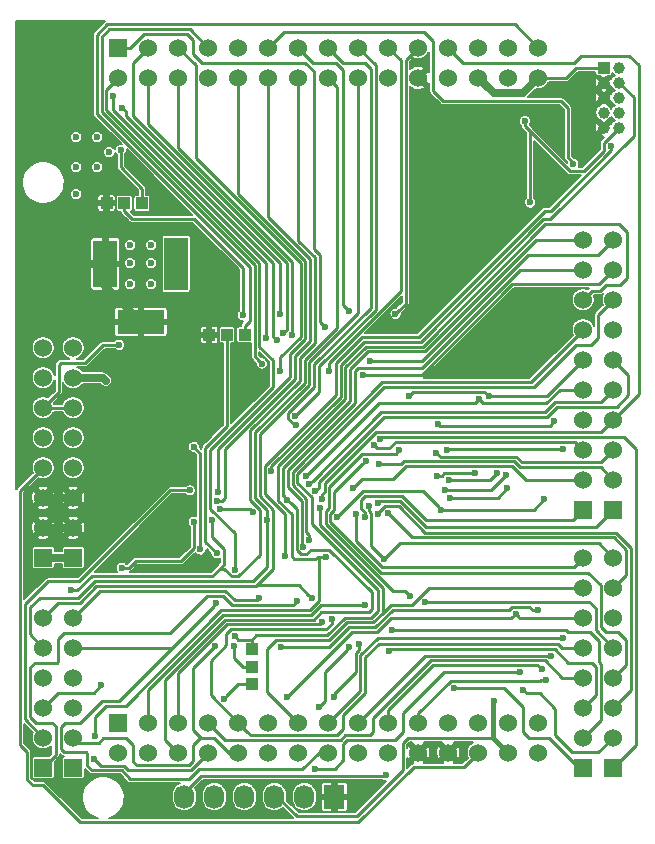
<source format=gbl>
G04 #@! TF.FileFunction,Copper,L2,Bot,Signal*
%FSLAX46Y46*%
G04 Gerber Fmt 4.6, Leading zero omitted, Abs format (unit mm)*
G04 Created by KiCad (PCBNEW (after 2015-mar-04 BZR unknown)-product) date 2015年06月14日日曜日 16:42:44*
%MOMM*%
G01*
G04 APERTURE LIST*
%ADD10C,0.100000*%
%ADD11R,2.000000X4.000000*%
%ADD12R,4.000000X2.000000*%
%ADD13R,2.000000X4.500000*%
%ADD14R,1.000000X1.000000*%
%ADD15C,1.000000*%
%ADD16R,1.727200X2.032000*%
%ADD17O,1.727200X2.032000*%
%ADD18C,1.524000*%
%ADD19R,1.530000X1.530000*%
%ADD20C,1.530000*%
%ADD21C,0.600000*%
%ADD22C,0.254000*%
%ADD23C,0.635000*%
%ADD24C,0.381000*%
%ADD25C,0.127000*%
G04 APERTURE END LIST*
D10*
D11*
X7800000Y47750000D03*
D12*
X10800000Y42850000D03*
D13*
X13800000Y47750000D03*
D14*
X50005000Y64370000D03*
D15*
X51275000Y64370000D03*
X50005000Y63100000D03*
X51275000Y63100000D03*
X50005000Y61830000D03*
X51275000Y61830000D03*
X50005000Y60560000D03*
X51275000Y60560000D03*
X50005000Y59290000D03*
X51275000Y59290000D03*
D16*
X27190000Y2630000D03*
D17*
X24650000Y2630000D03*
X22110000Y2630000D03*
X19570000Y2630000D03*
X17030000Y2630000D03*
X14490000Y2630000D03*
D10*
G36*
X47498000Y27696000D02*
X49022000Y27696000D01*
X49022000Y26172000D01*
X47498000Y26172000D01*
X47498000Y27696000D01*
X47498000Y27696000D01*
G37*
D18*
X48260000Y29474000D03*
X48260000Y32014000D03*
X48260000Y34554000D03*
X48260000Y37094000D03*
X48260000Y39634000D03*
X48260000Y42174000D03*
X48260000Y44714000D03*
X48260000Y47254000D03*
X48260000Y49794000D03*
D10*
G36*
X47498000Y4328000D02*
X47498000Y5852000D01*
X49022000Y5852000D01*
X49022000Y4328000D01*
X47498000Y4328000D01*
X47498000Y4328000D01*
G37*
D18*
X48260000Y7630000D03*
X48260000Y10170000D03*
X48260000Y12710000D03*
X48260000Y15250000D03*
X48260000Y17790000D03*
X48260000Y22870000D03*
X48260000Y20330000D03*
D10*
G36*
X4318000Y22108000D02*
X4318000Y23632000D01*
X5842000Y23632000D01*
X5842000Y22108000D01*
X4318000Y22108000D01*
X4318000Y22108000D01*
G37*
D18*
X5080000Y25410000D03*
X5080000Y27950000D03*
X5080000Y30490000D03*
X5080000Y33030000D03*
X5080000Y35570000D03*
X5080000Y38110000D03*
X5080000Y40650000D03*
D10*
G36*
X5842000Y5852000D02*
X5842000Y4328000D01*
X4318000Y4328000D01*
X4318000Y5852000D01*
X5842000Y5852000D01*
X5842000Y5852000D01*
G37*
D18*
X5080000Y7630000D03*
X5080000Y10170000D03*
X5080000Y12710000D03*
X5080000Y15250000D03*
X5080000Y17790000D03*
D19*
X8890000Y8900000D03*
D20*
X11430000Y8900000D03*
X13970000Y8900000D03*
X16510000Y8900000D03*
X19050000Y8900000D03*
X21590000Y8900000D03*
X24130000Y8900000D03*
X26670000Y8900000D03*
X29210000Y8900000D03*
X31750000Y8900000D03*
X34290000Y8900000D03*
X36830000Y8900000D03*
X39370000Y8900000D03*
X41910000Y8900000D03*
X44450000Y8900000D03*
X8890000Y6360000D03*
X11430000Y6360000D03*
X13970000Y6360000D03*
X16510000Y6360000D03*
X19050000Y6360000D03*
X21590000Y6360000D03*
X24130000Y6360000D03*
X26670000Y6360000D03*
X29210000Y6360000D03*
X31750000Y6360000D03*
X34290000Y6360000D03*
X36830000Y6360000D03*
X39370000Y6360000D03*
X41910000Y6360000D03*
X44450000Y6360000D03*
D14*
X18100000Y41750000D03*
X19600000Y41750000D03*
X16600000Y41750000D03*
X20200000Y13650000D03*
X20200000Y15150000D03*
X20200000Y12150000D03*
D10*
G36*
X50038000Y27696000D02*
X51562000Y27696000D01*
X51562000Y26172000D01*
X50038000Y26172000D01*
X50038000Y27696000D01*
X50038000Y27696000D01*
G37*
D18*
X50800000Y29474000D03*
X50800000Y32014000D03*
X50800000Y34554000D03*
X50800000Y37094000D03*
X50800000Y39634000D03*
X50800000Y42174000D03*
X50800000Y44714000D03*
X50800000Y47254000D03*
X50800000Y49794000D03*
D10*
G36*
X50038000Y4328000D02*
X50038000Y5852000D01*
X51562000Y5852000D01*
X51562000Y4328000D01*
X50038000Y4328000D01*
X50038000Y4328000D01*
G37*
D18*
X50800000Y7630000D03*
X50800000Y10170000D03*
X50800000Y12710000D03*
X50800000Y15250000D03*
X50800000Y17790000D03*
X50800000Y22870000D03*
X50800000Y20330000D03*
D10*
G36*
X1778000Y22108000D02*
X1778000Y23632000D01*
X3302000Y23632000D01*
X3302000Y22108000D01*
X1778000Y22108000D01*
X1778000Y22108000D01*
G37*
D18*
X2540000Y25410000D03*
X2540000Y27950000D03*
X2540000Y30490000D03*
X2540000Y33030000D03*
X2540000Y35570000D03*
X2540000Y38110000D03*
X2540000Y40650000D03*
D10*
G36*
X3302000Y5852000D02*
X3302000Y4328000D01*
X1778000Y4328000D01*
X1778000Y5852000D01*
X3302000Y5852000D01*
X3302000Y5852000D01*
G37*
D18*
X2540000Y7630000D03*
X2540000Y10170000D03*
X2540000Y12710000D03*
X2540000Y15250000D03*
X2540000Y17790000D03*
D19*
X8890000Y66050000D03*
D20*
X11430000Y66050000D03*
X13970000Y66050000D03*
X16510000Y66050000D03*
X19050000Y66050000D03*
X21590000Y66050000D03*
X24130000Y66050000D03*
X26670000Y66050000D03*
X29210000Y66050000D03*
X31750000Y66050000D03*
X34290000Y66050000D03*
X36830000Y66050000D03*
X39370000Y66050000D03*
X41910000Y66050000D03*
X44450000Y66050000D03*
X8890000Y63510000D03*
X11430000Y63510000D03*
X13970000Y63510000D03*
X16510000Y63510000D03*
X19050000Y63510000D03*
X21590000Y63510000D03*
X24130000Y63510000D03*
X26670000Y63510000D03*
X29210000Y63510000D03*
X31750000Y63510000D03*
X34290000Y63510000D03*
X36830000Y63510000D03*
X39370000Y63510000D03*
X41910000Y63510000D03*
X44450000Y63510000D03*
D14*
X9398000Y52882000D03*
X7898000Y52882000D03*
X10898000Y52882000D03*
D21*
X9906000Y49326000D03*
X11684000Y49326000D03*
X9906000Y47802000D03*
X11684000Y47802000D03*
X9906000Y46024000D03*
X11684000Y46024000D03*
X7112000Y58470000D03*
X7112000Y55930000D03*
X5334000Y58470000D03*
X5334000Y55930000D03*
X5334000Y53644000D03*
X8128000Y57200000D03*
X11310000Y21920000D03*
X15270641Y22330000D03*
X15580000Y34670000D03*
X42960000Y38790000D03*
X40780000Y40080000D03*
X47559420Y57060000D03*
X36992560Y27954440D03*
X41800000Y28740000D03*
X7840000Y37860000D03*
X15850061Y23569998D03*
X15280000Y32260000D03*
X39080000Y30017238D03*
X35900000Y29830000D03*
X40710000Y10710000D03*
X36560501Y28600885D03*
X41730000Y29850000D03*
X9100000Y57370000D03*
X17839711Y10929713D03*
X17211353Y23254769D03*
X9179998Y22020000D03*
X15270657Y25918940D03*
X17524198Y26998639D03*
X42875559Y13194500D03*
X36258500Y26929420D03*
X44944940Y27803624D03*
X25590500Y5003000D03*
X20291699Y26715440D03*
X27432000Y26339000D03*
X18770000Y21870000D03*
X18770288Y16239132D03*
X29742414Y26286883D03*
X45551300Y14561700D03*
X28754693Y28764695D03*
X44752240Y13442757D03*
X30543500Y32371500D03*
X45100000Y12540000D03*
X44407100Y18407400D03*
X22680000Y15310000D03*
X24813972Y29806543D03*
X39439998Y36310000D03*
X33540000Y36580000D03*
X40261616Y36551769D03*
X25026587Y24404751D03*
X26485136Y22970051D03*
X6926753Y7813823D03*
X24563643Y23811619D03*
X23207618Y27775458D03*
X33560000Y19639200D03*
X32700000Y32000000D03*
X37330000Y11870000D03*
X29770580Y18849420D03*
X32069998Y16720000D03*
X31790000Y14970000D03*
X26160000Y17438533D03*
X26999998Y17650000D03*
X42525811Y18122022D03*
X36900250Y29434424D03*
X23174379Y11068552D03*
X40940000Y30030000D03*
X29046927Y26573976D03*
X46520000Y16050000D03*
X25969689Y27115112D03*
X8960000Y40900000D03*
X43770000Y52950543D03*
X43320000Y59850000D03*
X31550000Y4450000D03*
X6839420Y5830580D03*
X17110000Y15380000D03*
X17200000Y19000000D03*
X20770000Y19430000D03*
X30850446Y27487008D03*
X23855226Y34897679D03*
X30960000Y30780000D03*
X26720000Y38650000D03*
X35814000Y31770580D03*
X32360000Y43530000D03*
X26175219Y27838909D03*
X25078599Y29102202D03*
X25590502Y28498000D03*
X22850000Y41890000D03*
X29590002Y38355000D03*
X30175200Y39547000D03*
X23617823Y41719216D03*
X31070597Y32908428D03*
X26360000Y42430000D03*
X22577314Y43470000D03*
X43190178Y11674479D03*
X35939980Y34150000D03*
X45810000Y34410000D03*
X30901235Y26529500D03*
X22614800Y38677300D03*
X29828424Y31092152D03*
X21040000Y39310002D03*
X34880000Y19100000D03*
X36708080Y32013360D03*
X46538650Y32109983D03*
X47409998Y56230000D03*
X30140231Y27238575D03*
X23947520Y34147557D03*
X31390000Y22780000D03*
X31740375Y26649036D03*
X28466285Y43721138D03*
X23990000Y19170000D03*
X17303976Y28453994D03*
X14960000Y28569998D03*
X7450000Y12060000D03*
X17259372Y27702905D03*
X16835888Y26030000D03*
X4870000Y20100000D03*
X21455080Y26021500D03*
X25260000Y19440000D03*
X22987000Y22973500D03*
X50639711Y57690289D03*
X21861442Y30212303D03*
X28470000Y15299420D03*
X25880000Y10220000D03*
X27170000Y11080000D03*
X29314931Y15578547D03*
X19430000Y43390000D03*
X22297893Y41264477D03*
X9230000Y60960000D03*
X8470020Y61930000D03*
X21427118Y41452556D03*
X18710000Y15370000D03*
D22*
X15580000Y34670000D02*
X16600000Y35690000D01*
X16600000Y35690000D02*
X16600000Y41750000D01*
D23*
X7800000Y47750000D02*
X3660000Y47750000D01*
X3660000Y47750000D02*
X870000Y44960000D01*
X870000Y44960000D02*
X870000Y34470000D01*
X870000Y34470000D02*
X1050000Y34290000D01*
X1050000Y34290000D02*
X3290000Y34290000D01*
X3290000Y34290000D02*
X3800000Y33780000D01*
X3800000Y33780000D02*
X3800000Y29210000D01*
X3800000Y29210000D02*
X2540000Y27950000D01*
D22*
X11734264Y21920000D02*
X11310000Y21920000D01*
X14860641Y21920000D02*
X11734264Y21920000D01*
X15270641Y22330000D02*
X14860641Y21920000D01*
D23*
X5080000Y27950000D02*
X7120000Y29990000D01*
X7120000Y29990000D02*
X7120000Y33830000D01*
X7120000Y33830000D02*
X7960000Y34670000D01*
X7960000Y34670000D02*
X15580000Y34670000D01*
D22*
X42660001Y39089999D02*
X42960000Y38790000D01*
X41670000Y40080000D02*
X42660001Y39089999D01*
X40780000Y40080000D02*
X41670000Y40080000D01*
D23*
X2540000Y27950000D02*
X5080000Y27950000D01*
X10800000Y42850000D02*
X10800000Y42590000D01*
X7800000Y47750000D02*
X7800000Y45850000D01*
X7800000Y45850000D02*
X10800000Y42850000D01*
X2540000Y25410000D02*
X5080000Y25410000D01*
D22*
X50005000Y59290000D02*
X47775000Y57060000D01*
X47775000Y57060000D02*
X47559420Y57060000D01*
X7800000Y52784000D02*
X7898000Y52882000D01*
X7800000Y47750000D02*
X7800000Y52784000D01*
X37416824Y27954440D02*
X36992560Y27954440D01*
X41014440Y27954440D02*
X37416824Y27954440D01*
X41800000Y28740000D02*
X41014440Y27954440D01*
D23*
X5080000Y38110000D02*
X7590000Y38110000D01*
X7590000Y38110000D02*
X7840000Y37860000D01*
D22*
X15850061Y23994262D02*
X15850061Y23569998D01*
X15280000Y32260000D02*
X15850061Y31689939D01*
X15850061Y31689939D02*
X15850061Y23994262D01*
D24*
X40710000Y10710000D02*
X40650000Y10650000D01*
X40650000Y10650000D02*
X40650000Y7620000D01*
X40650000Y7620000D02*
X41910000Y6360000D01*
D22*
X22340000Y2650000D02*
X24020000Y970000D01*
X24020000Y970000D02*
X29070000Y970000D01*
X29070000Y970000D02*
X33010000Y4910000D01*
X33010000Y4910000D02*
X33010000Y7148750D01*
X33010000Y7148750D02*
X33431250Y7570000D01*
X33431250Y7570000D02*
X40700000Y7570000D01*
X36324264Y29830000D02*
X36511502Y30017238D01*
X35900000Y29830000D02*
X36324264Y29830000D01*
X36511502Y30017238D02*
X39080000Y30017238D01*
D24*
X5080000Y33030000D02*
X5100000Y33030000D01*
D22*
X44450000Y63510000D02*
X46820000Y63510000D01*
X46820000Y63510000D02*
X47680000Y64370000D01*
X47680000Y64370000D02*
X50005000Y64370000D01*
D23*
X40700000Y62180000D02*
X39370000Y63510000D01*
X43120000Y62180000D02*
X40700000Y62180000D01*
X44450000Y63510000D02*
X43120000Y62180000D01*
D22*
X41730000Y29850000D02*
X40480885Y28600885D01*
X40480885Y28600885D02*
X36886135Y28600885D01*
X36886135Y28600885D02*
X36560501Y28600885D01*
X39370000Y6360000D02*
X38130000Y5120000D01*
X2550000Y3590000D02*
X1660000Y3590000D01*
X1660000Y3590000D02*
X1180000Y4070000D01*
X38130000Y5120000D02*
X33890000Y5120000D01*
X33890000Y5120000D02*
X29230000Y460000D01*
X29230000Y460000D02*
X5680000Y460000D01*
X5680000Y460000D02*
X2550000Y3590000D01*
X1180000Y4070000D02*
X1180000Y6450000D01*
X1180000Y6450000D02*
X590000Y7040000D01*
X1778001Y29728001D02*
X2540000Y30490000D01*
X590000Y7040000D02*
X590000Y28540000D01*
X590000Y28540000D02*
X1778001Y29728001D01*
X10898000Y54122000D02*
X10898000Y52882000D01*
X9100000Y55920000D02*
X10898000Y54122000D01*
X9100000Y57370000D02*
X9100000Y55920000D01*
D23*
X5080000Y22870000D02*
X2540000Y22870000D01*
D22*
X18139710Y11229712D02*
X17839711Y10929713D01*
X20200000Y12150000D02*
X19059998Y12150000D01*
X19059998Y12150000D02*
X18139710Y11229712D01*
X16256462Y24209660D02*
X16256462Y32146583D01*
X18100000Y33990121D02*
X18100000Y40996000D01*
X18100000Y40996000D02*
X18100000Y41750000D01*
X16256462Y32146583D02*
X18100000Y33990121D01*
X17211353Y23254769D02*
X16256462Y24209660D01*
X19600000Y42504000D02*
X19600000Y41750000D01*
X20010000Y42914000D02*
X19600000Y42504000D01*
X20010000Y47524750D02*
X20010000Y42914000D01*
X7077780Y60456970D02*
X20010000Y47524750D01*
X7077780Y67142530D02*
X7077780Y60456970D01*
X7955250Y68020000D02*
X7077780Y67142530D01*
X42480000Y68020000D02*
X7955250Y68020000D01*
X44450000Y66050000D02*
X42480000Y68020000D01*
X20291699Y26715440D02*
X20007139Y27000000D01*
X20007139Y27000000D02*
X17525559Y27000000D01*
X17525559Y27000000D02*
X17524198Y26998639D01*
X9179998Y22020000D02*
X9790000Y22020000D01*
X9790000Y22020000D02*
X10360000Y22590000D01*
X10360000Y22590000D02*
X14210000Y22590000D01*
X14210000Y22590000D02*
X15270657Y23650657D01*
X15270657Y23650657D02*
X15270657Y25918940D01*
X42451295Y13194500D02*
X42875559Y13194500D01*
X27241500Y5003000D02*
X27940000Y5701500D01*
X36474500Y13194500D02*
X42451295Y13194500D01*
X32335500Y7430000D02*
X33020000Y8114500D01*
X27940000Y7070000D02*
X28300000Y7430000D01*
X25590500Y5003000D02*
X27241500Y5003000D01*
X27940000Y5701500D02*
X27940000Y7070000D01*
X28300000Y7430000D02*
X32335500Y7430000D01*
X33020000Y8114500D02*
X33020000Y9740000D01*
X33020000Y9740000D02*
X36474500Y13194500D01*
X29618074Y28525074D02*
X34662846Y28525074D01*
X36682764Y26929420D02*
X36258500Y26929420D01*
X34662846Y28525074D02*
X35958501Y27229419D01*
X44944940Y27803624D02*
X44070736Y26929420D01*
X27432000Y26339000D02*
X29618074Y28525074D01*
X35958501Y27229419D02*
X36258500Y26929420D01*
X44070736Y26929420D02*
X36682764Y26929420D01*
X18770000Y22294264D02*
X18770000Y21870000D01*
X16672221Y27031194D02*
X18770000Y24933415D01*
X21979401Y39610599D02*
X21979401Y37294772D01*
X18770000Y24933415D02*
X18770000Y22294264D01*
X20847717Y47836533D02*
X20847717Y40742283D01*
X20847717Y40742283D02*
X21979401Y39610599D01*
X7890600Y60793650D02*
X20847717Y47836533D01*
X7890600Y62510600D02*
X7890600Y60793650D01*
X8890000Y63510000D02*
X7890600Y62510600D01*
X16672221Y31987592D02*
X16672221Y27031194D01*
X21979401Y37294772D02*
X16672221Y31987592D01*
X44074189Y37324189D02*
X47654000Y40904000D01*
X24066500Y29196500D02*
X24066500Y29979730D01*
X31410959Y37324189D02*
X44074189Y37324189D01*
X26601561Y16325811D02*
X28074978Y17799228D01*
X30905811Y18390061D02*
X30905811Y20107675D01*
X28074978Y17799228D02*
X30314978Y17799228D01*
X30314978Y17799228D02*
X30905811Y18390061D01*
X50038001Y43952001D02*
X50800000Y44714000D01*
X25267065Y27995935D02*
X24066500Y29196500D01*
X20200000Y15929700D02*
X20596111Y16325811D01*
X24066500Y29979730D02*
X31410959Y37324189D01*
X25267065Y25746421D02*
X25267065Y27995935D01*
X20596111Y16325811D02*
X26601561Y16325811D01*
X48954000Y40904000D02*
X49530000Y41480000D01*
X49530000Y41480000D02*
X49530000Y43444000D01*
X49530000Y43444000D02*
X50038001Y43952001D01*
X47654000Y40904000D02*
X48954000Y40904000D01*
X30905811Y20107675D02*
X25267065Y25746421D01*
X20200000Y15150000D02*
X20200000Y15929700D01*
X19070287Y15939133D02*
X18770288Y16239132D01*
X19079720Y15929700D02*
X19070287Y15939133D01*
X20200000Y15929700D02*
X19079720Y15929700D01*
X34896721Y14586721D02*
X29974999Y9664999D01*
X45526279Y14586721D02*
X34896721Y14586721D01*
X45551300Y14561700D02*
X45526279Y14586721D01*
X29974999Y9664999D02*
X29210000Y8900000D01*
X48260000Y26934000D02*
X47411000Y26085000D01*
X47411000Y26085000D02*
X34925000Y26085000D01*
X34925000Y26085000D02*
X32910501Y28099499D01*
X29464000Y27796250D02*
X29464000Y26989561D01*
X32910501Y28099499D02*
X29767249Y28099499D01*
X29767249Y28099499D02*
X29464000Y27796250D01*
X29464000Y26989561D02*
X29742414Y26711147D01*
X29742414Y26711147D02*
X29742414Y26286883D01*
X44421096Y13773901D02*
X44452241Y13742756D01*
X44452241Y13742756D02*
X44752240Y13442757D01*
X31750000Y9981873D02*
X35542028Y13773901D01*
X31750000Y8900000D02*
X31750000Y9981873D01*
X35542028Y13773901D02*
X44421096Y13773901D01*
X29054692Y29064694D02*
X28754693Y28764695D01*
X33224151Y30609401D02*
X32134750Y29520000D01*
X43376000Y29474000D02*
X42240599Y30609401D01*
X48260000Y29474000D02*
X43376000Y29474000D01*
X42240599Y30609401D02*
X33224151Y30609401D01*
X32134750Y29520000D02*
X29509998Y29520000D01*
X29509998Y29520000D02*
X29054692Y29064694D01*
X30794476Y32120524D02*
X30543500Y32371500D01*
X31838038Y32120524D02*
X30794476Y32120524D01*
X32406916Y32689402D02*
X31838038Y32120524D01*
X47584598Y32689402D02*
X32406916Y32689402D01*
X48260000Y32014000D02*
X47584598Y32689402D01*
X34290000Y8900000D02*
X34290000Y9690000D01*
X34290000Y9690000D02*
X37070590Y12470590D01*
X37070590Y12470590D02*
X44606326Y12470590D01*
X44606326Y12470590D02*
X44675736Y12540000D01*
X44675736Y12540000D02*
X45100000Y12540000D01*
X41991033Y18464434D02*
X32129684Y18464434D01*
X44407100Y18407400D02*
X43982836Y18407400D01*
X43688813Y18701423D02*
X42228022Y18701423D01*
X30651660Y16986410D02*
X28411659Y16986409D01*
X42228022Y18701423D02*
X41991033Y18464434D01*
X26735250Y15310000D02*
X23104264Y15310000D01*
X43982836Y18407400D02*
X43688813Y18701423D01*
X28411659Y16986409D02*
X26735250Y15310000D01*
X23104264Y15310000D02*
X22680000Y15310000D01*
X32129684Y18464434D02*
X30651660Y16986410D01*
X31002155Y35994726D02*
X25113971Y30106542D01*
X39124724Y35994726D02*
X31002155Y35994726D01*
X25113971Y30106542D02*
X24813972Y29806543D01*
X39439998Y36310000D02*
X39124724Y35994726D01*
X45150001Y35950001D02*
X39799997Y35950001D01*
X46294000Y37094000D02*
X45150001Y35950001D01*
X48260000Y37094000D02*
X46294000Y37094000D01*
X39739997Y36010001D02*
X39439998Y36310000D01*
X39799997Y35950001D02*
X39739997Y36010001D01*
X33540000Y36580000D02*
X33849402Y36889402D01*
X33849402Y36889402D02*
X39923983Y36889402D01*
X39923983Y36889402D02*
X39961617Y36851768D01*
X39961617Y36851768D02*
X40261616Y36551769D01*
X45177019Y36551769D02*
X40685880Y36551769D01*
X40685880Y36551769D02*
X40261616Y36551769D01*
X48260000Y39634000D02*
X47498001Y38872001D01*
X47497251Y38872001D02*
X45177019Y36551769D01*
X47498001Y38872001D02*
X47497251Y38872001D01*
X25026587Y24829015D02*
X25026587Y24404751D01*
X48260000Y42174000D02*
X43816599Y37730599D01*
X24828548Y27859702D02*
X24828548Y25027054D01*
X24828548Y25027054D02*
X25026587Y24829015D01*
X31242619Y37730599D02*
X23660090Y30148070D01*
X43816599Y37730599D02*
X31242619Y37730599D01*
X23660090Y29028160D02*
X24828548Y27859702D01*
X23660090Y30148070D02*
X23660090Y29028160D01*
X51300000Y51100000D02*
X51990000Y50410000D01*
X28122080Y36334310D02*
X28122080Y39011580D01*
X22440862Y30653090D02*
X28122080Y36334310D01*
X51414000Y45984000D02*
X50223900Y45984000D01*
X34655309Y40735809D02*
X45019500Y51100000D01*
X49715899Y45475999D02*
X49021999Y45475999D01*
X51990000Y46560000D02*
X51414000Y45984000D01*
X51990000Y50410000D02*
X51990000Y46560000D01*
X29846310Y40735809D02*
X34655309Y40735809D01*
X28122080Y39011580D02*
X29846310Y40735809D01*
X23577833Y26547729D02*
X22440862Y27684700D01*
X23577833Y22982403D02*
X23577833Y26547729D01*
X25572290Y22749690D02*
X23810546Y22749690D01*
X25793000Y22970400D02*
X25572290Y22749690D01*
X22440862Y27684700D02*
X22440862Y30653090D01*
X23810546Y22749690D02*
X23577833Y22982403D01*
X49021999Y45475999D02*
X48260000Y44714000D01*
X50223900Y45984000D02*
X49715899Y45475999D01*
X45019500Y51100000D02*
X51300000Y51100000D01*
X25793349Y22970051D02*
X26060872Y22970051D01*
X26060872Y22970051D02*
X26485136Y22970051D01*
X25793000Y22970400D02*
X25793349Y22970051D01*
X6926753Y8238087D02*
X6926753Y7813823D01*
X6926753Y9396753D02*
X6926753Y8238087D01*
X7870000Y10340000D02*
X6926753Y9396753D01*
X9508236Y10340000D02*
X7870000Y10340000D01*
X17612425Y18444189D02*
X9508236Y10340000D01*
X25084689Y18444189D02*
X17612425Y18444189D01*
X25884694Y19244194D02*
X25084689Y18444189D01*
X25884694Y22878706D02*
X25884694Y19244194D01*
X25793000Y22970400D02*
X25884694Y22878706D01*
X24422138Y27691362D02*
X24422138Y23953124D01*
X28934899Y35997629D02*
X23253680Y30316410D01*
X28934900Y38674900D02*
X28934899Y35997629D01*
X29226411Y38966410D02*
X28934900Y38674900D01*
X23253681Y28859819D02*
X24422138Y27691362D01*
X34610160Y38966410D02*
X29226411Y38966410D01*
X42897750Y47254000D02*
X34610160Y38966410D01*
X48260000Y47254000D02*
X42897750Y47254000D01*
X24422138Y23953124D02*
X24563643Y23811619D01*
X23253680Y30316410D02*
X23253681Y28859819D01*
X28528490Y36165970D02*
X22847272Y30484751D01*
X22847272Y30484751D02*
X22847272Y28135804D01*
X30014650Y40329399D02*
X28528490Y38843240D01*
X44288250Y49794000D02*
X34823649Y40329399D01*
X34823649Y40329399D02*
X30014650Y40329399D01*
X22907619Y28075457D02*
X23207618Y27775458D01*
X28528490Y38843240D02*
X28528490Y36165970D01*
X48260000Y49794000D02*
X44288250Y49794000D01*
X22847272Y28135804D02*
X22907619Y28075457D01*
X12856600Y12538864D02*
X17949105Y17631369D01*
X17949105Y17631369D02*
X25441369Y17631369D01*
X12856600Y7473400D02*
X12856600Y12538864D01*
X13970000Y6360000D02*
X12856600Y7473400D01*
X23507617Y27475459D02*
X23207618Y27775458D01*
X23984242Y26998834D02*
X23507617Y27475459D01*
X30100000Y18270000D02*
X30350000Y18520000D01*
X26080000Y18270000D02*
X30100000Y18270000D01*
X30350000Y18520000D02*
X30350000Y19970200D01*
X24789114Y23156100D02*
X24361648Y23156100D01*
X24361648Y23156100D02*
X23984242Y23533506D01*
X23984242Y23533506D02*
X23984242Y26998834D01*
X26766327Y23553873D02*
X25186887Y23553873D01*
X25441369Y17631369D02*
X26080000Y18270000D01*
X30350000Y19970200D02*
X26766327Y23553873D01*
X25186887Y23553873D02*
X24789114Y23156100D01*
X32700000Y32000000D02*
X32380000Y31680000D01*
X26771590Y27110854D02*
X26446189Y26785453D01*
X32380000Y31680000D02*
X29558089Y31680000D01*
X29558089Y31680000D02*
X26771590Y28893501D01*
X32113786Y20049200D02*
X33160000Y20049200D01*
X26771590Y28893501D02*
X26771590Y27110854D01*
X26446189Y26785453D02*
X26446189Y25716797D01*
X26446189Y25716797D02*
X32113786Y20049200D01*
X33160000Y20049200D02*
X33560000Y19649200D01*
X33560000Y19649200D02*
X33560000Y19639200D01*
X37754264Y11870000D02*
X37330000Y11870000D01*
X41520000Y11870000D02*
X37754264Y11870000D01*
X43170000Y10220000D02*
X41520000Y11870000D01*
X43170000Y8130000D02*
X43170000Y10220000D01*
X43670000Y7630000D02*
X43170000Y8130000D01*
X45380000Y7630000D02*
X43670000Y7630000D01*
X47920000Y5090000D02*
X45380000Y7630000D01*
X48260000Y5090000D02*
X47920000Y5090000D01*
X32494262Y16720000D02*
X32069998Y16720000D01*
X46790000Y16720000D02*
X32494262Y16720000D01*
X46970000Y16540000D02*
X46790000Y16720000D01*
X49570000Y15810000D02*
X48840000Y16540000D01*
X49570000Y14010000D02*
X49570000Y15810000D01*
X48840000Y16540000D02*
X46970000Y16540000D01*
X49730000Y13850000D02*
X49570000Y14010000D01*
X49730000Y9100000D02*
X49730000Y13850000D01*
X48260000Y7630000D02*
X49730000Y9100000D01*
X11430000Y8900000D02*
X11430000Y11687014D01*
X11430000Y11687014D02*
X17780765Y18037779D01*
X25253029Y18037779D02*
X26064670Y18849420D01*
X17780765Y18037779D02*
X25253029Y18037779D01*
X26064670Y18849420D02*
X29346316Y18849420D01*
X29346316Y18849420D02*
X29770580Y18849420D01*
X48260000Y10170000D02*
X49323590Y11233590D01*
X47011600Y13970000D02*
X45831601Y15149999D01*
X49323590Y11233590D02*
X49323590Y13636410D01*
X31810000Y14970000D02*
X31790000Y14970000D01*
X49323590Y13636410D02*
X48990000Y13970000D01*
X48990000Y13970000D02*
X47011600Y13970000D01*
X45831601Y15149999D02*
X31989999Y15149999D01*
X31989999Y15149999D02*
X31810000Y14970000D01*
X18117447Y17224961D02*
X25946428Y17224961D01*
X13970000Y8900000D02*
X13970000Y13077514D01*
X13970000Y13077514D02*
X18117447Y17224961D01*
X25946428Y17224961D02*
X26160000Y17438533D01*
X48260000Y12710000D02*
X46490000Y12710000D01*
X46490000Y12710000D02*
X45019689Y14180311D01*
X45019689Y14180311D02*
X35330311Y14180311D01*
X35330311Y14180311D02*
X30480000Y9330000D01*
X28131659Y7836409D02*
X27739150Y7443900D01*
X30480000Y9330000D02*
X30480000Y8130000D01*
X30480000Y8130000D02*
X30186409Y7836409D01*
X17966100Y7443900D02*
X17274999Y8135001D01*
X30186409Y7836409D02*
X28131659Y7836409D01*
X27739150Y7443900D02*
X17966100Y7443900D01*
X17274999Y8135001D02*
X16510000Y8900000D01*
X48260000Y15250000D02*
X46472486Y15250000D01*
X46472486Y15250000D02*
X46132486Y15590000D01*
X46132486Y15590000D02*
X30960000Y15590000D01*
X29802820Y11457520D02*
X27930000Y9584700D01*
X27930000Y9584700D02*
X27930000Y8360000D01*
X19814999Y8135001D02*
X19050000Y8900000D01*
X30960000Y15590000D02*
X29802820Y14432820D01*
X29802820Y14432820D02*
X29802820Y11457520D01*
X27930000Y8360000D02*
X27420700Y7850700D01*
X27420700Y7850700D02*
X20099300Y7850700D01*
X20099300Y7850700D02*
X19814999Y8135001D01*
X26999998Y17298998D02*
X26999998Y17650000D01*
X26519551Y16818551D02*
X26999998Y17298998D01*
X18451613Y16818551D02*
X26519551Y16818551D01*
X18030000Y16396938D02*
X18451613Y16818551D01*
X18030000Y15437514D02*
X18030000Y16396938D01*
X16740000Y14147514D02*
X18030000Y15437514D01*
X16740000Y11210000D02*
X16740000Y14147514D01*
X19050000Y8900000D02*
X16740000Y11210000D01*
X42857833Y17790000D02*
X42825810Y17822023D01*
X23174379Y11068552D02*
X28685827Y16580000D01*
X30820000Y16580000D02*
X31998923Y17758923D01*
X42825810Y17822023D02*
X42525811Y18122022D01*
X28685827Y16580000D02*
X30820000Y16580000D01*
X48260000Y17790000D02*
X42857833Y17790000D01*
X42162712Y17758923D02*
X42225812Y17822023D01*
X31998923Y17758923D02*
X42162712Y17758923D01*
X42225812Y17822023D02*
X42525811Y18122022D01*
X36903644Y29437818D02*
X36900250Y29434424D01*
X40940000Y30030000D02*
X40347818Y29437818D01*
X40347818Y29437818D02*
X36903644Y29437818D01*
X29396410Y11626410D02*
X29396410Y14601160D01*
X29396410Y14601160D02*
X30845250Y16050000D01*
X30845250Y16050000D02*
X46095736Y16050000D01*
X46095736Y16050000D02*
X46520000Y16050000D01*
X26670000Y8900000D02*
X29396410Y11626410D01*
X31204485Y22108001D02*
X29046927Y24265559D01*
X47498001Y22108001D02*
X31204485Y22108001D01*
X48260000Y22870000D02*
X47498001Y22108001D01*
X29046927Y24265559D02*
X29046927Y26149712D01*
X29046927Y26149712D02*
X29046927Y26573976D01*
X48260000Y20330000D02*
X35240800Y20330000D01*
X35240800Y20330000D02*
X33790000Y18879200D01*
X33790000Y18879200D02*
X31969700Y18879200D01*
X31969700Y18879200D02*
X31312400Y18221900D01*
X31312400Y18221900D02*
X31312400Y20275836D01*
X25969689Y26690848D02*
X25969689Y27115112D01*
X31312400Y20275836D02*
X25969689Y25618547D01*
X25969689Y25618547D02*
X25969689Y26690848D01*
X21500000Y15157514D02*
X21500000Y11530000D01*
X23365001Y9664999D02*
X24130000Y8900000D01*
X31312400Y18221900D02*
X30483318Y17392818D01*
X30483318Y17392818D02*
X28243318Y17392818D01*
X28243318Y17392818D02*
X26769901Y15919401D01*
X22261887Y15919401D02*
X21500000Y15157514D01*
X21500000Y11530000D02*
X23365001Y9664999D01*
X26769901Y15919401D02*
X22261887Y15919401D01*
X7610000Y40900000D02*
X8960000Y40900000D01*
X6090000Y39380000D02*
X7610000Y40900000D01*
X4040000Y39380000D02*
X6090000Y39380000D01*
X3840000Y39180000D02*
X4040000Y39380000D01*
X3840000Y36870000D02*
X3840000Y39180000D01*
X2540000Y35570000D02*
X3840000Y36870000D01*
X14720000Y2650000D02*
X14720000Y3180000D01*
X14720000Y3180000D02*
X15940000Y4400000D01*
X15940000Y4400000D02*
X31500000Y4400000D01*
X31500000Y4400000D02*
X31550000Y4450000D01*
X51275000Y59290000D02*
X50000000Y58015000D01*
X50000000Y58015000D02*
X50000000Y57340000D01*
X50000000Y57340000D02*
X48300000Y55640000D01*
X48300000Y55640000D02*
X47100000Y55640000D01*
X47100000Y55640000D02*
X43320000Y59420000D01*
X43320000Y59420000D02*
X43320000Y59850000D01*
X43770000Y52950543D02*
X43770000Y58975736D01*
X43320000Y59425736D02*
X43320000Y59850000D01*
X43770000Y58975736D02*
X43320000Y59425736D01*
X5080000Y35570000D02*
X2540000Y35570000D01*
X44430000Y6340000D02*
X44450000Y6360000D01*
X44420000Y6340000D02*
X44430000Y6340000D01*
X7139419Y5530581D02*
X6839420Y5830580D01*
X7403590Y5266410D02*
X7139419Y5530581D01*
X9738339Y4876411D02*
X9348340Y5266410D01*
X16510000Y6360000D02*
X15026411Y4876411D01*
X9348340Y5266410D02*
X7403590Y5266410D01*
X15026411Y4876411D02*
X9738339Y4876411D01*
X5216410Y5226410D02*
X5080000Y5090000D01*
X15240000Y13510000D02*
X17110000Y15380000D01*
X15240000Y8260000D02*
X15240000Y13510000D01*
X15890000Y7610000D02*
X15240000Y8260000D01*
X7637514Y7570000D02*
X7227514Y7160000D01*
X9570000Y7570000D02*
X7637514Y7570000D01*
X10150000Y6990000D02*
X9570000Y7570000D01*
X10150000Y5610000D02*
X10150000Y6990000D01*
X14858071Y5282821D02*
X10477179Y5282821D01*
X15250000Y5674750D02*
X14858071Y5282821D01*
X15250000Y7030000D02*
X15250000Y5674750D01*
X15830000Y7610000D02*
X15250000Y7030000D01*
X10477179Y5282821D02*
X10150000Y5610000D01*
X16981900Y7610000D02*
X15830000Y7610000D01*
X5550000Y7160000D02*
X5080000Y7630000D01*
X7227514Y7160000D02*
X5550000Y7160000D01*
X18231900Y6360000D02*
X16981900Y7610000D01*
X19050000Y6360000D02*
X18231900Y6360000D01*
X5080000Y15250000D02*
X13450000Y15250000D01*
X13450000Y15250000D02*
X13834000Y15634000D01*
X26670000Y6360000D02*
X25862486Y6360000D01*
X24462486Y4960000D02*
X15750000Y4960000D01*
X25862486Y6360000D02*
X24462486Y4960000D01*
X6260000Y5240000D02*
X6260000Y6320000D01*
X15750000Y4960000D02*
X14920000Y4130000D01*
X14920000Y4130000D02*
X9910000Y4130000D01*
X4030000Y6670000D02*
X4030000Y8550000D01*
X9910000Y4130000D02*
X9180000Y4860000D01*
X4390000Y8910000D02*
X5650000Y8910000D01*
X9180000Y4860000D02*
X6640000Y4860000D01*
X6640000Y4860000D02*
X6260000Y5240000D01*
X6260000Y6320000D02*
X6170000Y6410000D01*
X6170000Y6410000D02*
X4290000Y6410000D01*
X4290000Y6410000D02*
X4030000Y6670000D01*
X4030000Y8550000D02*
X4390000Y8910000D01*
X5650000Y8910000D02*
X7520000Y10780000D01*
X7520000Y10780000D02*
X8980000Y10780000D01*
X8980000Y10780000D02*
X13834000Y15634000D01*
X5464000Y15634000D02*
X5080000Y15250000D01*
X13834000Y15634000D02*
X16900001Y18700001D01*
X16900001Y18700001D02*
X17200000Y19000000D01*
X20620000Y19280000D02*
X20770000Y19430000D01*
X18750000Y19280000D02*
X20620000Y19280000D01*
X17970000Y20060000D02*
X18750000Y19280000D01*
X7350000Y20060000D02*
X17970000Y20060000D01*
X5080000Y17790000D02*
X7350000Y20060000D01*
X34925250Y25510000D02*
X32753955Y27681295D01*
X49376000Y25510000D02*
X34925250Y25510000D01*
X32753955Y27681295D02*
X31044733Y27681295D01*
X50800000Y26934000D02*
X49376000Y25510000D01*
X31044733Y27681295D02*
X30850446Y27487008D01*
X30686700Y64573300D02*
X30686700Y43875197D01*
X25890000Y36932453D02*
X24155225Y35197678D01*
X24155225Y35197678D02*
X23855226Y34897679D01*
X25890000Y39078497D02*
X25890000Y36932453D01*
X30686700Y43875197D02*
X25890000Y39078497D01*
X29210000Y66050000D02*
X30686700Y64573300D01*
X26720000Y39333746D02*
X26720000Y39074264D01*
X32811100Y64988900D02*
X32811100Y45424846D01*
X26720000Y39074264D02*
X26720000Y38650000D01*
X32811100Y45424846D02*
X26720000Y39333746D01*
X31750000Y66050000D02*
X32811100Y64988900D01*
X49730410Y30543590D02*
X42881159Y30543591D01*
X33064604Y31024604D02*
X32820000Y30780000D01*
X31384264Y30780000D02*
X30960000Y30780000D01*
X50800000Y29474000D02*
X49730410Y30543590D01*
X42881159Y30543591D02*
X42400146Y31024604D01*
X42400146Y31024604D02*
X33064604Y31024604D01*
X32820000Y30780000D02*
X31384264Y30780000D01*
X36113999Y31470581D02*
X35814000Y31770580D01*
X42568487Y31431013D02*
X36153567Y31431013D01*
X36153567Y31431013D02*
X36113999Y31470581D01*
X43049500Y30950000D02*
X42568487Y31431013D01*
X49736000Y30950000D02*
X43049500Y30950000D01*
X50800000Y32014000D02*
X49736000Y30950000D01*
X33217900Y44387900D02*
X32659999Y43829999D01*
X33217900Y64977900D02*
X33217900Y44387900D01*
X34290000Y66050000D02*
X33217900Y64977900D01*
X32659999Y43829999D02*
X32360000Y43530000D01*
X26175219Y27838909D02*
X26175219Y28263173D01*
X26175219Y28263173D02*
X26365180Y28453134D01*
X30680790Y33502221D02*
X26365180Y29186611D01*
X26365180Y29186611D02*
X26365180Y28453134D01*
X49748221Y33502221D02*
X30680790Y33502221D01*
X50800000Y34554000D02*
X49748221Y33502221D01*
X37594999Y65285001D02*
X36830000Y66050000D01*
X48070000Y65390000D02*
X47470000Y64790000D01*
X52150000Y65390000D02*
X48070000Y65390000D01*
X38090000Y64790000D02*
X37594999Y65285001D01*
X47470000Y64790000D02*
X38090000Y64790000D01*
X52940000Y64600000D02*
X52150000Y65390000D01*
X52940000Y36694000D02*
X52940000Y64600000D01*
X50800000Y34554000D02*
X52940000Y36694000D01*
X50800000Y37094000D02*
X49742410Y36036410D01*
X49742410Y36036410D02*
X45851659Y36036409D01*
X45851659Y36036409D02*
X44991059Y35175809D01*
X44991059Y35175809D02*
X31152206Y35175809D01*
X25378598Y29402201D02*
X25078599Y29102202D01*
X31152206Y35175809D02*
X25378598Y29402201D01*
X25890501Y28797999D02*
X25590502Y28498000D01*
X52070000Y38364000D02*
X52070000Y36610000D01*
X31373218Y34769399D02*
X25890501Y29286682D01*
X45159399Y34769399D02*
X31373218Y34769399D01*
X51090000Y35630000D02*
X46020000Y35630000D01*
X25890501Y29286682D02*
X25890501Y28797999D01*
X52070000Y36610000D02*
X51090000Y35630000D01*
X50800000Y39634000D02*
X52070000Y38364000D01*
X46020000Y35630000D02*
X45159399Y34769399D01*
X23149999Y42189999D02*
X22850000Y41890000D01*
X23156715Y47826535D02*
X23156715Y42196715D01*
X11430000Y59553250D02*
X23156715Y47826535D01*
X23156715Y42196715D02*
X23149999Y42189999D01*
X11430000Y63510000D02*
X11430000Y59553250D01*
X30014266Y38355000D02*
X29590002Y38355000D01*
X34573500Y38355000D02*
X30014266Y38355000D01*
X50800000Y47254000D02*
X49596000Y46050000D01*
X42268500Y46050000D02*
X34573500Y38355000D01*
X49596000Y46050000D02*
X42268500Y46050000D01*
X30599464Y39547000D02*
X30175200Y39547000D01*
X34616000Y39547000D02*
X30599464Y39547000D01*
X49530000Y48524000D02*
X43593000Y48524000D01*
X50800000Y49794000D02*
X49530000Y48524000D01*
X43593000Y48524000D02*
X34616000Y39547000D01*
X23617823Y42143480D02*
X23617823Y41719216D01*
X23617823Y47940177D02*
X23617823Y42143480D01*
X13970000Y57588000D02*
X23617823Y47940177D01*
X13970000Y63510000D02*
X13970000Y57588000D01*
X8890000Y66050000D02*
X9909000Y66050000D01*
X15240000Y66690000D02*
X15240000Y65490000D01*
X9909000Y66050000D02*
X11066180Y67207180D01*
X14722820Y67207180D02*
X15240000Y66690000D01*
X11066180Y67207180D02*
X14722820Y67207180D01*
X15240000Y65490000D02*
X15960000Y64770000D01*
X15960000Y64770000D02*
X24720000Y64770000D01*
X25450000Y64040000D02*
X25450000Y49040000D01*
X24720000Y64770000D02*
X25450000Y64040000D01*
X25450000Y49040000D02*
X25960000Y48530000D01*
X25960000Y48530000D02*
X25960000Y42830000D01*
X25960000Y42830000D02*
X26360000Y42430000D01*
X50800000Y5090000D02*
X52730000Y7020000D01*
X51674189Y33095811D02*
X31255811Y33095811D01*
X52730000Y7020000D02*
X52730000Y32040000D01*
X52730000Y32040000D02*
X51674189Y33095811D01*
X31255811Y33095811D02*
X31070597Y32910597D01*
X31070597Y32910597D02*
X31070597Y32908428D01*
X10120000Y60288500D02*
X22577314Y47831186D01*
X22577314Y47831186D02*
X22577314Y43894264D01*
X10120000Y64740000D02*
X10120000Y60288500D01*
X22577314Y43894264D02*
X22577314Y43470000D01*
X11430000Y66050000D02*
X10120000Y64740000D01*
X50800000Y7630000D02*
X49550000Y6380000D01*
X49550000Y6380000D02*
X47340000Y6380000D01*
X47340000Y6380000D02*
X45850000Y7870000D01*
X45850000Y7870000D02*
X45850000Y10090000D01*
X45850000Y10090000D02*
X44565520Y11374480D01*
X43490177Y11374480D02*
X43190178Y11674479D01*
X44565520Y11374480D02*
X43490177Y11374480D01*
X36029979Y34060001D02*
X45460001Y34060001D01*
X35939980Y34150000D02*
X36029979Y34060001D01*
X45460001Y34060001D02*
X45510001Y34110001D01*
X45510001Y34110001D02*
X45810000Y34410000D01*
X51041930Y25002820D02*
X34857680Y25002820D01*
X50800000Y10170000D02*
X52323590Y11693590D01*
X30901235Y26648767D02*
X30901235Y26529500D01*
X34857680Y25002820D02*
X32619820Y27240680D01*
X52323590Y23721160D02*
X51041930Y25002820D01*
X52323590Y11693590D02*
X52323590Y23721160D01*
X31493148Y27240680D02*
X30901235Y26648767D01*
X32619820Y27240680D02*
X31493148Y27240680D01*
X22614800Y39101564D02*
X22614800Y38677300D01*
X24332816Y47799934D02*
X24332816Y41544564D01*
X24332816Y41544564D02*
X22614800Y39826548D01*
X13970000Y66050000D02*
X15439000Y64581000D01*
X15439000Y64581000D02*
X15439000Y56693750D01*
X15439000Y56693750D02*
X24332816Y47799934D01*
X22614800Y39826548D02*
X22614800Y39101564D01*
X27178000Y26918401D02*
X27178000Y28441728D01*
X31121326Y21616410D02*
X26852599Y25885137D01*
X26852599Y26593000D02*
X27178000Y26918401D01*
X29528425Y30792153D02*
X29828424Y31092152D01*
X27178000Y28441728D02*
X29528425Y30792153D01*
X48683590Y21616410D02*
X31121326Y21616410D01*
X49758599Y20541401D02*
X48683590Y21616410D01*
X49758599Y17001401D02*
X49758599Y20541401D01*
X50210000Y16550000D02*
X49758599Y17001401D01*
X51917180Y13827180D02*
X51917180Y15872820D01*
X50800000Y12710000D02*
X51917180Y13827180D01*
X51917180Y15872820D02*
X51240000Y16550000D01*
X26852599Y25885137D02*
X26852599Y26593000D01*
X51240000Y16550000D02*
X50210000Y16550000D01*
X8123590Y67613590D02*
X7484190Y66974190D01*
X7484190Y66974190D02*
X7484190Y60625310D01*
X20440000Y47669500D02*
X20440000Y39910002D01*
X16510000Y66050000D02*
X14946410Y67613590D01*
X14946410Y67613590D02*
X8123590Y67613590D01*
X7484190Y60625310D02*
X20440000Y47669500D01*
X20440000Y39910002D02*
X20740001Y39610001D01*
X20740001Y39610001D02*
X21040000Y39310002D01*
X49301401Y18578599D02*
X48772167Y19107833D01*
X49301401Y16748599D02*
X49301401Y18578599D01*
X35304264Y19100000D02*
X34880000Y19100000D01*
X48772167Y19107833D02*
X35312097Y19107833D01*
X50800000Y15250000D02*
X49301401Y16748599D01*
X35312097Y19107833D02*
X35304264Y19100000D01*
X46538650Y32109983D02*
X36804703Y32109983D01*
X36804703Y32109983D02*
X36708080Y32013360D01*
X47409998Y56330002D02*
X47409998Y56230000D01*
X46980000Y56760000D02*
X47409998Y56330002D01*
X46980000Y60920000D02*
X46980000Y56760000D01*
X36420000Y61530000D02*
X46370000Y61530000D01*
X35560000Y62390000D02*
X36420000Y61530000D01*
X46370000Y61530000D02*
X46980000Y60920000D01*
X35560000Y66620000D02*
X35560000Y62390000D01*
X34770000Y67410000D02*
X35560000Y66620000D01*
X22950000Y67410000D02*
X34770000Y67410000D01*
X21590000Y66050000D02*
X22950000Y67410000D01*
X30321815Y26632727D02*
X30140231Y26814311D01*
X31390000Y22780000D02*
X30321815Y23848185D01*
X30140231Y26814311D02*
X30140231Y27238575D01*
X30321815Y23848185D02*
X30321815Y26632727D01*
X26670000Y66050000D02*
X27940000Y64780000D01*
X27940000Y64780000D02*
X29780000Y64780000D01*
X29780000Y64780000D02*
X30280000Y64280000D01*
X25483590Y39246837D02*
X25483590Y37350461D01*
X30280000Y64280000D02*
X30280000Y44043247D01*
X30280000Y44043247D02*
X25483590Y39246837D01*
X25483590Y37350461D02*
X23241000Y35107871D01*
X23241000Y35107871D02*
X23241000Y34657500D01*
X23241000Y34657500D02*
X23750943Y34147557D01*
X23750943Y34147557D02*
X23947520Y34147557D01*
X49570000Y24100000D02*
X32710000Y24100000D01*
X32710000Y24100000D02*
X31689999Y23079999D01*
X50800000Y22870000D02*
X49570000Y24100000D01*
X31689999Y23079999D02*
X31390000Y22780000D01*
X50873590Y24596410D02*
X33793001Y24596410D01*
X33793001Y24596410D02*
X32040374Y26349037D01*
X51917180Y21447180D02*
X51917180Y23552820D01*
X50800000Y20330000D02*
X51917180Y21447180D01*
X51917180Y23552820D02*
X50873590Y24596410D01*
X32040374Y26349037D02*
X31740375Y26649036D01*
X28166286Y44021137D02*
X28466285Y43721138D01*
X25410000Y64770000D02*
X27290000Y64770000D01*
X27930000Y64130000D02*
X27930000Y44257423D01*
X27290000Y64770000D02*
X27930000Y64130000D01*
X24130000Y66050000D02*
X25410000Y64770000D01*
X27930000Y44257423D02*
X28166286Y44021137D01*
X1810000Y13990000D02*
X3730000Y13990000D01*
X2540000Y5090000D02*
X3581401Y6131401D01*
X3581401Y6131401D02*
X3581401Y8588599D01*
X1900000Y8900000D02*
X1402820Y9397180D01*
X23680599Y18850599D02*
X23990000Y19160000D01*
X3581401Y8588599D02*
X3270000Y8900000D01*
X3780000Y15990000D02*
X4290000Y16500000D01*
X3270000Y8900000D02*
X1900000Y8900000D01*
X1402820Y9397180D02*
X1402820Y13582820D01*
X4290000Y16500000D02*
X13260000Y16500000D01*
X3780000Y14040000D02*
X3780000Y15990000D01*
X1402820Y13582820D02*
X1810000Y13990000D01*
X23990000Y19160000D02*
X23990000Y19170000D01*
X3730000Y13990000D02*
X3780000Y14040000D01*
X18529401Y18850599D02*
X23680599Y18850599D01*
X13260000Y16500000D02*
X16390000Y19630000D01*
X16390000Y19630000D02*
X17750000Y19630000D01*
X17750000Y19630000D02*
X18529401Y18850599D01*
X2540000Y7630000D02*
X996410Y9173590D01*
X996410Y9173590D02*
X996410Y18916410D01*
X996410Y18916410D02*
X2940000Y20860000D01*
X2940000Y20860000D02*
X5600000Y20860000D01*
X5600000Y20860000D02*
X13309998Y28569998D01*
X13309998Y28569998D02*
X14535736Y28569998D01*
X14535736Y28569998D02*
X14960000Y28569998D01*
X24739226Y41376224D02*
X23450000Y40086998D01*
X19050000Y53657500D02*
X24739226Y47968274D01*
X23450000Y38190621D02*
X17303976Y32044597D01*
X23450000Y40086998D02*
X23450000Y38190621D01*
X17303976Y32044597D02*
X17303976Y28878258D01*
X19050000Y63510000D02*
X19050000Y53657500D01*
X17303976Y28878258D02*
X17303976Y28453994D01*
X24739226Y47968274D02*
X24739226Y41376224D01*
X21590000Y63510000D02*
X21590000Y51692250D01*
X21590000Y51692250D02*
X25145636Y48136614D01*
X23856410Y39918658D02*
X23856409Y38022280D01*
X23856409Y38022280D02*
X17940000Y32105871D01*
X25145636Y48136614D02*
X25145635Y41207883D01*
X25145635Y41207883D02*
X23856410Y39918658D01*
X17940000Y32105871D02*
X17940000Y27959269D01*
X17683636Y27702905D02*
X17259372Y27702905D01*
X17940000Y27959269D02*
X17683636Y27702905D01*
X7450000Y12060000D02*
X6830000Y11440000D01*
X3810000Y11440000D02*
X2540000Y10170000D01*
X6830000Y11440000D02*
X3810000Y11440000D01*
X17470000Y21940000D02*
X16870599Y21340599D01*
X16870599Y21340599D02*
X6660599Y21340599D01*
X6660599Y21340599D02*
X5420000Y20100000D01*
X5420000Y20100000D02*
X5294264Y20100000D01*
X5294264Y20100000D02*
X4870000Y20100000D01*
X20875679Y26950883D02*
X20875679Y23108165D01*
X20062814Y27763748D02*
X20875679Y26950883D01*
X18491887Y21280599D02*
X17832486Y21940000D01*
X24130000Y49727000D02*
X25552046Y48304954D01*
X19048113Y21280599D02*
X18491887Y21280599D01*
X24262818Y37853939D02*
X20062813Y33653932D01*
X25552046Y48304954D02*
X25552046Y41039544D01*
X17832486Y21940000D02*
X17470000Y21940000D01*
X24262819Y39750317D02*
X24262818Y37853939D01*
X20875679Y23108165D02*
X19048113Y21280599D01*
X25552046Y41039544D02*
X24262819Y39750317D01*
X24130000Y63510000D02*
X24130000Y49727000D01*
X20062813Y33653932D02*
X20062814Y27763748D01*
X17470000Y21940000D02*
X17880000Y22350000D01*
X17880000Y22350000D02*
X17880000Y23580000D01*
X16840000Y26025888D02*
X16835888Y26030000D01*
X17880000Y23580000D02*
X16840000Y24620000D01*
X16840000Y24620000D02*
X16840000Y26025888D01*
X21455080Y25597236D02*
X21455080Y26021500D01*
X2540000Y15250000D02*
X1402820Y16387180D01*
X1402820Y16387180D02*
X1402820Y18658070D01*
X5498113Y19490599D02*
X6881703Y20874189D01*
X1402820Y18658070D02*
X2235349Y19490599D01*
X2235349Y19490599D02*
X5498113Y19490599D01*
X20264189Y20874189D02*
X21455080Y22065080D01*
X6881703Y20874189D02*
X20264189Y20874189D01*
X21455080Y22065080D02*
X21455080Y25597236D01*
X26670000Y63510000D02*
X27434999Y62745001D01*
X27434999Y42347748D02*
X24669228Y39581976D01*
X21455080Y26946232D02*
X21455080Y26445764D01*
X24669227Y37685598D02*
X20469222Y33485593D01*
X24669228Y39581976D02*
X24669227Y37685598D01*
X27434999Y62745001D02*
X27434999Y42347748D01*
X20469222Y33485593D02*
X20469223Y27932089D01*
X21455080Y26445764D02*
X21455080Y26021500D01*
X20469223Y27932089D02*
X21455080Y26946232D01*
X3810000Y19060000D02*
X3301999Y18551999D01*
X5642264Y19060000D02*
X3810000Y19060000D01*
X7050043Y20467779D02*
X5642264Y19060000D01*
X20632900Y20526600D02*
X20574079Y20467779D01*
X3301999Y18551999D02*
X2540000Y17790000D01*
X20574079Y20467779D02*
X7050043Y20467779D01*
X29210000Y63510000D02*
X29210000Y43547998D01*
X22034500Y21928200D02*
X20632900Y20526600D01*
X22034500Y26941562D02*
X22034500Y21928200D01*
X20875632Y33317253D02*
X20875632Y28100430D01*
X25077180Y37518801D02*
X20875632Y33317253D01*
X29210000Y43547998D02*
X25077180Y39415177D01*
X20875632Y28100430D02*
X22034500Y26941562D01*
X25077180Y39415177D02*
X25077180Y37518801D01*
X20632900Y20526600D02*
X24173400Y20526600D01*
X24173400Y20526600D02*
X24960001Y19739999D01*
X24960001Y19739999D02*
X25260000Y19440000D01*
X22987000Y26563812D02*
X22987000Y23397764D01*
X21282041Y30643771D02*
X21282041Y28268771D01*
X27309260Y36670990D02*
X21282041Y30643771D01*
X50639711Y57364461D02*
X45518841Y52243591D01*
X22987000Y23397764D02*
X22987000Y22973500D01*
X27309260Y39348260D02*
X27309260Y36670990D01*
X29509629Y41548628D02*
X27309260Y39348260D01*
X34318629Y41548629D02*
X29509629Y41548628D01*
X45013591Y52243591D02*
X34318629Y41548629D01*
X21282041Y28268771D02*
X22987000Y26563812D01*
X45518841Y52243591D02*
X45013591Y52243591D01*
X50639711Y57690289D02*
X50639711Y57364461D01*
X51275000Y63100000D02*
X52533590Y61841410D01*
X52533590Y61841410D02*
X52533590Y58603590D01*
X21861442Y30648422D02*
X21861442Y30636567D01*
X52533590Y58603590D02*
X45436410Y51506410D01*
X29677970Y41142219D02*
X27715670Y39179920D01*
X27715669Y36502649D02*
X21861442Y30648422D01*
X45436410Y51506410D02*
X44851160Y51506410D01*
X44851160Y51506410D02*
X34486969Y41142219D01*
X34486969Y41142219D02*
X29677970Y41142219D01*
X27715670Y39179920D02*
X27715669Y36502649D01*
X21861442Y30636567D02*
X21861442Y30212303D01*
X25880000Y10220000D02*
X26370000Y10710000D01*
X26370000Y10710000D02*
X26370000Y13199420D01*
X26370000Y13199420D02*
X28170001Y14999421D01*
X28170001Y14999421D02*
X28470000Y15299420D01*
X29314931Y15578547D02*
X29314931Y15094431D01*
X28990000Y14769500D02*
X28990000Y13180000D01*
X29314931Y15094431D02*
X28990000Y14769500D01*
X28990000Y13180000D02*
X27170000Y11360000D01*
X27170000Y11360000D02*
X27170000Y11080000D01*
X19430000Y46950000D02*
X19430000Y43814264D01*
X19430000Y47000000D02*
X19430000Y46950000D01*
X19430000Y43814264D02*
X19430000Y43390000D01*
X9398000Y52242000D02*
X9398000Y52882000D01*
X10060000Y51580000D02*
X9398000Y52242000D01*
X15290000Y51580000D02*
X10060000Y51580000D01*
X19430000Y47440000D02*
X15290000Y51580000D01*
X19430000Y46950000D02*
X19430000Y47440000D01*
X21997894Y41564476D02*
X22297893Y41264477D01*
X9529999Y60660001D02*
X9529999Y60303751D01*
X9230000Y60960000D02*
X9529999Y60660001D01*
X9529999Y60303751D02*
X21997894Y47835856D01*
X21997894Y47835856D02*
X21997894Y41564476D01*
X8470020Y61930000D02*
X8470020Y60788980D01*
X21427118Y41876820D02*
X21427118Y41452556D01*
X21427118Y47831882D02*
X21427118Y41876820D01*
X8470020Y60788980D02*
X21427118Y47831882D01*
X18710000Y14945736D02*
X18710000Y15370000D01*
X20200000Y13650000D02*
X19446000Y13650000D01*
X18710000Y14386000D02*
X18710000Y14945736D01*
X19446000Y13650000D02*
X18710000Y14386000D01*
D25*
G36*
X17537100Y22492034D02*
X17227533Y22182467D01*
X16728565Y21683499D01*
X9855266Y21683499D01*
X9856603Y21683630D01*
X9886966Y21692798D01*
X9917342Y21701622D01*
X9918942Y21702452D01*
X9920669Y21702973D01*
X9948646Y21717849D01*
X9976757Y21732420D01*
X9978165Y21733545D01*
X9979758Y21734391D01*
X10004302Y21754410D01*
X10029058Y21774171D01*
X10031568Y21776647D01*
X10031619Y21776688D01*
X10031658Y21776736D01*
X10032467Y21777533D01*
X10502034Y22247100D01*
X14210000Y22247100D01*
X14241535Y22250192D01*
X14273077Y22252952D01*
X14274803Y22253454D01*
X14276603Y22253630D01*
X14306966Y22262798D01*
X14337342Y22271622D01*
X14338942Y22272452D01*
X14340669Y22272973D01*
X14368646Y22287849D01*
X14396757Y22302420D01*
X14398165Y22303545D01*
X14399758Y22304391D01*
X14424302Y22324410D01*
X14449058Y22344171D01*
X14451568Y22346647D01*
X14451619Y22346688D01*
X14451658Y22346736D01*
X14452467Y22347533D01*
X15408187Y23303254D01*
X15443797Y23247997D01*
X15514078Y23175220D01*
X15597157Y23117479D01*
X15689868Y23076974D01*
X15788681Y23055249D01*
X15889832Y23053130D01*
X15989468Y23070698D01*
X16083794Y23107285D01*
X16169217Y23161496D01*
X16242484Y23231267D01*
X16300804Y23313941D01*
X16341955Y23406367D01*
X16364369Y23505026D01*
X16365908Y23615280D01*
X16695808Y23285380D01*
X16694775Y23211391D01*
X16713039Y23111880D01*
X16750283Y23017811D01*
X16805089Y22932768D01*
X16875370Y22859991D01*
X16958449Y22802250D01*
X17051160Y22761745D01*
X17149973Y22740020D01*
X17251124Y22737901D01*
X17350760Y22755469D01*
X17445086Y22792056D01*
X17530509Y22846267D01*
X17537100Y22852544D01*
X17537100Y22492034D01*
X17537100Y22492034D01*
G37*
X17537100Y22492034D02*
X17227533Y22182467D01*
X16728565Y21683499D01*
X9855266Y21683499D01*
X9856603Y21683630D01*
X9886966Y21692798D01*
X9917342Y21701622D01*
X9918942Y21702452D01*
X9920669Y21702973D01*
X9948646Y21717849D01*
X9976757Y21732420D01*
X9978165Y21733545D01*
X9979758Y21734391D01*
X10004302Y21754410D01*
X10029058Y21774171D01*
X10031568Y21776647D01*
X10031619Y21776688D01*
X10031658Y21776736D01*
X10032467Y21777533D01*
X10502034Y22247100D01*
X14210000Y22247100D01*
X14241535Y22250192D01*
X14273077Y22252952D01*
X14274803Y22253454D01*
X14276603Y22253630D01*
X14306966Y22262798D01*
X14337342Y22271622D01*
X14338942Y22272452D01*
X14340669Y22272973D01*
X14368646Y22287849D01*
X14396757Y22302420D01*
X14398165Y22303545D01*
X14399758Y22304391D01*
X14424302Y22324410D01*
X14449058Y22344171D01*
X14451568Y22346647D01*
X14451619Y22346688D01*
X14451658Y22346736D01*
X14452467Y22347533D01*
X15408187Y23303254D01*
X15443797Y23247997D01*
X15514078Y23175220D01*
X15597157Y23117479D01*
X15689868Y23076974D01*
X15788681Y23055249D01*
X15889832Y23053130D01*
X15989468Y23070698D01*
X16083794Y23107285D01*
X16169217Y23161496D01*
X16242484Y23231267D01*
X16300804Y23313941D01*
X16341955Y23406367D01*
X16364369Y23505026D01*
X16365908Y23615280D01*
X16695808Y23285380D01*
X16694775Y23211391D01*
X16713039Y23111880D01*
X16750283Y23017811D01*
X16805089Y22932768D01*
X16875370Y22859991D01*
X16958449Y22802250D01*
X17051160Y22761745D01*
X17149973Y22740020D01*
X17251124Y22737901D01*
X17350760Y22755469D01*
X17445086Y22792056D01*
X17530509Y22846267D01*
X17537100Y22852544D01*
X17537100Y22492034D01*
G36*
X21636501Y37436806D02*
X18442900Y34243205D01*
X18442900Y40996000D01*
X18442900Y41033055D01*
X18600000Y41033055D01*
X18635035Y41035903D01*
X18693174Y41054083D01*
X18743967Y41087709D01*
X18783410Y41134131D01*
X18808392Y41189688D01*
X18816945Y41250000D01*
X18816945Y42250000D01*
X18814097Y42285035D01*
X18795917Y42343174D01*
X18762291Y42393967D01*
X18715869Y42433410D01*
X18660312Y42458392D01*
X18600000Y42466945D01*
X17600000Y42466945D01*
X17564965Y42464097D01*
X17506826Y42445917D01*
X17456033Y42412291D01*
X17416590Y42365869D01*
X17391608Y42310312D01*
X17383055Y42250000D01*
X17383055Y41250000D01*
X17385903Y41214965D01*
X17404083Y41156826D01*
X17437709Y41106033D01*
X17484131Y41066590D01*
X17539688Y41041608D01*
X17600000Y41033055D01*
X17757100Y41033055D01*
X17757100Y40996000D01*
X17757100Y34132155D01*
X17363500Y33738555D01*
X17363500Y41224047D01*
X17363500Y41275952D01*
X17363500Y41497625D01*
X17363500Y42002375D01*
X17363500Y42224048D01*
X17363500Y42275953D01*
X17353374Y42326861D01*
X17333510Y42374814D01*
X17304673Y42417972D01*
X17267971Y42454674D01*
X17224814Y42483511D01*
X17176860Y42503374D01*
X17125952Y42513500D01*
X16852375Y42513500D01*
X16786500Y42447625D01*
X16786500Y41936500D01*
X17297625Y41936500D01*
X17363500Y42002375D01*
X17363500Y41497625D01*
X17297625Y41563500D01*
X16786500Y41563500D01*
X16786500Y41052375D01*
X16852375Y40986500D01*
X17125952Y40986500D01*
X17176860Y40996626D01*
X17224814Y41016489D01*
X17267971Y41045326D01*
X17304673Y41082028D01*
X17333510Y41125186D01*
X17353374Y41173139D01*
X17363500Y41224047D01*
X17363500Y33738555D01*
X16413500Y32788555D01*
X16413500Y41052375D01*
X16413500Y41563500D01*
X16413500Y41936500D01*
X16413500Y42447625D01*
X16347625Y42513500D01*
X16074048Y42513500D01*
X16023140Y42503374D01*
X15975186Y42483511D01*
X15932029Y42454674D01*
X15895327Y42417972D01*
X15866490Y42374814D01*
X15846626Y42326861D01*
X15836500Y42275953D01*
X15836500Y42224048D01*
X15836500Y42002375D01*
X15902375Y41936500D01*
X16413500Y41936500D01*
X16413500Y41563500D01*
X15902375Y41563500D01*
X15836500Y41497625D01*
X15836500Y41275952D01*
X15836500Y41224047D01*
X15846626Y41173139D01*
X15866490Y41125186D01*
X15895327Y41082028D01*
X15932029Y41045326D01*
X15975186Y41016489D01*
X16023140Y40996626D01*
X16074048Y40986500D01*
X16347625Y40986500D01*
X16413500Y41052375D01*
X16413500Y32788555D01*
X16013995Y32389050D01*
X15993874Y32364555D01*
X15973531Y32340310D01*
X15972664Y32338735D01*
X15971517Y32337337D01*
X15956536Y32309399D01*
X15941290Y32281666D01*
X15940744Y32279946D01*
X15939893Y32278358D01*
X15930637Y32248086D01*
X15921055Y32217876D01*
X15920853Y32216084D01*
X15920327Y32214360D01*
X15917128Y32182874D01*
X15913595Y32151371D01*
X15913570Y32147847D01*
X15913564Y32147780D01*
X15913569Y32147719D01*
X15913562Y32146583D01*
X15913562Y32111372D01*
X15794798Y32230136D01*
X15795922Y32310587D01*
X15776271Y32409833D01*
X15737717Y32503372D01*
X15681728Y32587641D01*
X15610438Y32659431D01*
X15526562Y32716006D01*
X15433294Y32755212D01*
X15334187Y32775556D01*
X15233016Y32776262D01*
X15133635Y32757305D01*
X15039829Y32719404D01*
X15016945Y32704430D01*
X15016945Y45500000D01*
X15016945Y50000000D01*
X15014097Y50035035D01*
X14995917Y50093174D01*
X14962291Y50143967D01*
X14915869Y50183410D01*
X14860312Y50208392D01*
X14800000Y50216945D01*
X12800000Y50216945D01*
X12764965Y50214097D01*
X12706826Y50195917D01*
X12656033Y50162291D01*
X12616590Y50115869D01*
X12591608Y50060312D01*
X12583055Y50000000D01*
X12583055Y45500000D01*
X12585903Y45464965D01*
X12604083Y45406826D01*
X12637709Y45356033D01*
X12684131Y45316590D01*
X12739688Y45291608D01*
X12800000Y45283055D01*
X14800000Y45283055D01*
X14835035Y45285903D01*
X14893174Y45304083D01*
X14943967Y45337709D01*
X14983410Y45384131D01*
X15008392Y45439688D01*
X15016945Y45500000D01*
X15016945Y32704430D01*
X14955171Y32664006D01*
X14882886Y32593219D01*
X14825726Y32509739D01*
X14785870Y32416747D01*
X14764835Y32317785D01*
X14763422Y32216622D01*
X14781686Y32117111D01*
X14818930Y32023042D01*
X14873736Y31937999D01*
X14944017Y31865222D01*
X15027096Y31807481D01*
X15119807Y31766976D01*
X15218620Y31745251D01*
X15311766Y31743300D01*
X15507161Y31547905D01*
X15507161Y26379174D01*
X15423951Y26414152D01*
X15324844Y26434496D01*
X15223673Y26435202D01*
X15124292Y26416245D01*
X15030486Y26378344D01*
X14945828Y26322946D01*
X14873543Y26252159D01*
X14816383Y26168679D01*
X14776527Y26075687D01*
X14755492Y25976725D01*
X14754079Y25875562D01*
X14772343Y25776051D01*
X14809587Y25681982D01*
X14864393Y25596939D01*
X14927757Y25531325D01*
X14927757Y23792691D01*
X14067965Y22932900D01*
X10360000Y22932900D01*
X10328464Y22929809D01*
X10296923Y22927048D01*
X10295196Y22926547D01*
X10293397Y22926370D01*
X10263079Y22917217D01*
X10232658Y22908379D01*
X10231052Y22907547D01*
X10229331Y22907027D01*
X10201428Y22892192D01*
X10173243Y22877581D01*
X10171831Y22876455D01*
X10170242Y22875609D01*
X10145724Y22855614D01*
X10120942Y22835829D01*
X10118431Y22833354D01*
X10118381Y22833312D01*
X10118341Y22833265D01*
X10117533Y22832467D01*
X9647966Y22362900D01*
X9566573Y22362900D01*
X9510436Y22419431D01*
X9426560Y22476006D01*
X9333292Y22515212D01*
X9234185Y22535556D01*
X9133014Y22536262D01*
X9033633Y22517305D01*
X8939827Y22479404D01*
X8855169Y22424006D01*
X8782884Y22353219D01*
X8725724Y22269739D01*
X8685868Y22176747D01*
X8664833Y22077785D01*
X8663420Y21976622D01*
X8681684Y21877111D01*
X8718928Y21783042D01*
X8773734Y21697999D01*
X8787736Y21683499D01*
X6908433Y21683499D01*
X13452032Y28227098D01*
X14535736Y28227098D01*
X14573918Y28227098D01*
X14624017Y28175220D01*
X14707096Y28117479D01*
X14799807Y28076974D01*
X14898620Y28055249D01*
X14999771Y28053130D01*
X15099407Y28070698D01*
X15193733Y28107285D01*
X15279156Y28161496D01*
X15352423Y28231267D01*
X15410743Y28313941D01*
X15451894Y28406367D01*
X15474308Y28505026D01*
X15475922Y28620585D01*
X15456271Y28719831D01*
X15417717Y28813370D01*
X15361728Y28897639D01*
X15290438Y28969429D01*
X15206562Y29026004D01*
X15113294Y29065210D01*
X15014187Y29085554D01*
X14913016Y29086260D01*
X14813635Y29067303D01*
X14719829Y29029402D01*
X14635171Y28974004D01*
X14572771Y28912898D01*
X14535736Y28912898D01*
X13309998Y28912898D01*
X13278462Y28909807D01*
X13246921Y28907046D01*
X13245194Y28906545D01*
X13243395Y28906368D01*
X13213077Y28897215D01*
X13182656Y28888377D01*
X13181050Y28887545D01*
X13179329Y28887025D01*
X13151426Y28872190D01*
X13123241Y28857579D01*
X13121829Y28856453D01*
X13120240Y28855607D01*
X13095722Y28835612D01*
X13070940Y28815827D01*
X13068429Y28813352D01*
X13068379Y28813310D01*
X13068339Y28813263D01*
X13067531Y28812465D01*
X13063500Y28808434D01*
X13063500Y41824048D01*
X13063500Y42597625D01*
X13063500Y43102375D01*
X13063500Y43875952D01*
X13053374Y43926860D01*
X13033511Y43974814D01*
X13004674Y44017971D01*
X12967972Y44054673D01*
X12924814Y44083510D01*
X12876861Y44103374D01*
X12825953Y44113500D01*
X12774048Y44113500D01*
X12199922Y44113500D01*
X12199922Y46074587D01*
X12199922Y47852587D01*
X12199922Y49376587D01*
X12180271Y49475833D01*
X12141717Y49569372D01*
X12085728Y49653641D01*
X12014438Y49725431D01*
X11930562Y49782006D01*
X11837294Y49821212D01*
X11738187Y49841556D01*
X11637016Y49842262D01*
X11537635Y49823305D01*
X11443829Y49785404D01*
X11359171Y49730006D01*
X11286886Y49659219D01*
X11229726Y49575739D01*
X11189870Y49482747D01*
X11168835Y49383785D01*
X11167422Y49282622D01*
X11185686Y49183111D01*
X11222930Y49089042D01*
X11277736Y49003999D01*
X11348017Y48931222D01*
X11431096Y48873481D01*
X11523807Y48832976D01*
X11622620Y48811251D01*
X11723771Y48809132D01*
X11823407Y48826700D01*
X11917733Y48863287D01*
X12003156Y48917498D01*
X12076423Y48987269D01*
X12134743Y49069943D01*
X12175894Y49162369D01*
X12198308Y49261028D01*
X12199922Y49376587D01*
X12199922Y47852587D01*
X12180271Y47951833D01*
X12141717Y48045372D01*
X12085728Y48129641D01*
X12014438Y48201431D01*
X11930562Y48258006D01*
X11837294Y48297212D01*
X11738187Y48317556D01*
X11637016Y48318262D01*
X11537635Y48299305D01*
X11443829Y48261404D01*
X11359171Y48206006D01*
X11286886Y48135219D01*
X11229726Y48051739D01*
X11189870Y47958747D01*
X11168835Y47859785D01*
X11167422Y47758622D01*
X11185686Y47659111D01*
X11222930Y47565042D01*
X11277736Y47479999D01*
X11348017Y47407222D01*
X11431096Y47349481D01*
X11523807Y47308976D01*
X11622620Y47287251D01*
X11723771Y47285132D01*
X11823407Y47302700D01*
X11917733Y47339287D01*
X12003156Y47393498D01*
X12076423Y47463269D01*
X12134743Y47545943D01*
X12175894Y47638369D01*
X12198308Y47737028D01*
X12199922Y47852587D01*
X12199922Y46074587D01*
X12180271Y46173833D01*
X12141717Y46267372D01*
X12085728Y46351641D01*
X12014438Y46423431D01*
X11930562Y46480006D01*
X11837294Y46519212D01*
X11738187Y46539556D01*
X11637016Y46540262D01*
X11537635Y46521305D01*
X11443829Y46483404D01*
X11359171Y46428006D01*
X11286886Y46357219D01*
X11229726Y46273739D01*
X11189870Y46180747D01*
X11168835Y46081785D01*
X11167422Y45980622D01*
X11185686Y45881111D01*
X11222930Y45787042D01*
X11277736Y45701999D01*
X11348017Y45629222D01*
X11431096Y45571481D01*
X11523807Y45530976D01*
X11622620Y45509251D01*
X11723771Y45507132D01*
X11823407Y45524700D01*
X11917733Y45561287D01*
X12003156Y45615498D01*
X12076423Y45685269D01*
X12134743Y45767943D01*
X12175894Y45860369D01*
X12198308Y45959028D01*
X12199922Y46074587D01*
X12199922Y44113500D01*
X11052375Y44113500D01*
X10986500Y44047625D01*
X10986500Y43036500D01*
X12997625Y43036500D01*
X13063500Y43102375D01*
X13063500Y42597625D01*
X12997625Y42663500D01*
X10986500Y42663500D01*
X10986500Y41652375D01*
X11052375Y41586500D01*
X12774048Y41586500D01*
X12825953Y41586500D01*
X12876861Y41596626D01*
X12924814Y41616490D01*
X12967972Y41645327D01*
X13004674Y41682029D01*
X13033511Y41725186D01*
X13053374Y41773140D01*
X13063500Y41824048D01*
X13063500Y28808434D01*
X10613500Y26358434D01*
X10613500Y41652375D01*
X10613500Y42663500D01*
X10613500Y43036500D01*
X10613500Y44047625D01*
X10547625Y44113500D01*
X10421922Y44113500D01*
X10421922Y46074587D01*
X10421922Y47852587D01*
X10421922Y49376587D01*
X10402271Y49475833D01*
X10363717Y49569372D01*
X10307728Y49653641D01*
X10236438Y49725431D01*
X10152562Y49782006D01*
X10059294Y49821212D01*
X9960187Y49841556D01*
X9859016Y49842262D01*
X9759635Y49823305D01*
X9665829Y49785404D01*
X9581171Y49730006D01*
X9508886Y49659219D01*
X9451726Y49575739D01*
X9411870Y49482747D01*
X9390835Y49383785D01*
X9389422Y49282622D01*
X9407686Y49183111D01*
X9444930Y49089042D01*
X9499736Y49003999D01*
X9570017Y48931222D01*
X9653096Y48873481D01*
X9745807Y48832976D01*
X9844620Y48811251D01*
X9945771Y48809132D01*
X10045407Y48826700D01*
X10139733Y48863287D01*
X10225156Y48917498D01*
X10298423Y48987269D01*
X10356743Y49069943D01*
X10397894Y49162369D01*
X10420308Y49261028D01*
X10421922Y49376587D01*
X10421922Y47852587D01*
X10402271Y47951833D01*
X10363717Y48045372D01*
X10307728Y48129641D01*
X10236438Y48201431D01*
X10152562Y48258006D01*
X10059294Y48297212D01*
X9960187Y48317556D01*
X9859016Y48318262D01*
X9759635Y48299305D01*
X9665829Y48261404D01*
X9581171Y48206006D01*
X9508886Y48135219D01*
X9451726Y48051739D01*
X9411870Y47958747D01*
X9390835Y47859785D01*
X9389422Y47758622D01*
X9407686Y47659111D01*
X9444930Y47565042D01*
X9499736Y47479999D01*
X9570017Y47407222D01*
X9653096Y47349481D01*
X9745807Y47308976D01*
X9844620Y47287251D01*
X9945771Y47285132D01*
X10045407Y47302700D01*
X10139733Y47339287D01*
X10225156Y47393498D01*
X10298423Y47463269D01*
X10356743Y47545943D01*
X10397894Y47638369D01*
X10420308Y47737028D01*
X10421922Y47852587D01*
X10421922Y46074587D01*
X10402271Y46173833D01*
X10363717Y46267372D01*
X10307728Y46351641D01*
X10236438Y46423431D01*
X10152562Y46480006D01*
X10059294Y46519212D01*
X9960187Y46539556D01*
X9859016Y46540262D01*
X9759635Y46521305D01*
X9665829Y46483404D01*
X9581171Y46428006D01*
X9508886Y46357219D01*
X9451726Y46273739D01*
X9411870Y46180747D01*
X9390835Y46081785D01*
X9389422Y45980622D01*
X9407686Y45881111D01*
X9444930Y45787042D01*
X9499736Y45701999D01*
X9570017Y45629222D01*
X9653096Y45571481D01*
X9745807Y45530976D01*
X9844620Y45509251D01*
X9945771Y45507132D01*
X10045407Y45524700D01*
X10139733Y45561287D01*
X10225156Y45615498D01*
X10298423Y45685269D01*
X10356743Y45767943D01*
X10397894Y45860369D01*
X10420308Y45959028D01*
X10421922Y46074587D01*
X10421922Y44113500D01*
X9063500Y44113500D01*
X9063500Y45724047D01*
X9063500Y45775952D01*
X9063500Y47497625D01*
X9063500Y48002375D01*
X9063500Y49724048D01*
X9063500Y49775953D01*
X9053374Y49826861D01*
X9033510Y49874814D01*
X9004673Y49917972D01*
X8967971Y49954674D01*
X8924814Y49983511D01*
X8876860Y50003374D01*
X8825952Y50013500D01*
X8661500Y50013500D01*
X8661500Y52356047D01*
X8661500Y52407952D01*
X8661500Y52629625D01*
X8661500Y53134375D01*
X8661500Y53356048D01*
X8661500Y53407953D01*
X8651374Y53458861D01*
X8631510Y53506814D01*
X8602673Y53549972D01*
X8565971Y53586674D01*
X8522814Y53615511D01*
X8474860Y53635374D01*
X8423952Y53645500D01*
X8150375Y53645500D01*
X8084500Y53579625D01*
X8084500Y53068500D01*
X8595625Y53068500D01*
X8661500Y53134375D01*
X8661500Y52629625D01*
X8595625Y52695500D01*
X8084500Y52695500D01*
X8084500Y52184375D01*
X8150375Y52118500D01*
X8423952Y52118500D01*
X8474860Y52128626D01*
X8522814Y52148489D01*
X8565971Y52177326D01*
X8602673Y52214028D01*
X8631510Y52257186D01*
X8651374Y52305139D01*
X8661500Y52356047D01*
X8661500Y50013500D01*
X8052375Y50013500D01*
X7986500Y49947625D01*
X7986500Y47936500D01*
X8997625Y47936500D01*
X9063500Y48002375D01*
X9063500Y47497625D01*
X8997625Y47563500D01*
X7986500Y47563500D01*
X7986500Y45552375D01*
X8052375Y45486500D01*
X8825952Y45486500D01*
X8876860Y45496626D01*
X8924814Y45516489D01*
X8967971Y45545326D01*
X9004673Y45582028D01*
X9033510Y45625186D01*
X9053374Y45673139D01*
X9063500Y45724047D01*
X9063500Y44113500D01*
X8825952Y44113500D01*
X8774047Y44113500D01*
X8723139Y44103374D01*
X8675186Y44083510D01*
X8632028Y44054673D01*
X8595326Y44017971D01*
X8566489Y43974814D01*
X8546626Y43926860D01*
X8536500Y43875952D01*
X8536500Y43102375D01*
X8602375Y43036500D01*
X10613500Y43036500D01*
X10613500Y42663500D01*
X8602375Y42663500D01*
X8536500Y42597625D01*
X8536500Y41824048D01*
X8546626Y41773140D01*
X8566489Y41725186D01*
X8595326Y41682029D01*
X8632028Y41645327D01*
X8675186Y41616490D01*
X8723139Y41596626D01*
X8774047Y41586500D01*
X8825952Y41586500D01*
X10547625Y41586500D01*
X10613500Y41652375D01*
X10613500Y26358434D01*
X9475922Y25220856D01*
X9475922Y40950587D01*
X9456271Y41049833D01*
X9417717Y41143372D01*
X9361728Y41227641D01*
X9290438Y41299431D01*
X9206562Y41356006D01*
X9113294Y41395212D01*
X9014187Y41415556D01*
X8913016Y41416262D01*
X8813635Y41397305D01*
X8719829Y41359404D01*
X8635171Y41304006D01*
X8572771Y41242900D01*
X7711500Y41242900D01*
X7711500Y52184375D01*
X7711500Y52695500D01*
X7711500Y53068500D01*
X7711500Y53579625D01*
X7645625Y53645500D01*
X7627922Y53645500D01*
X7627922Y55980587D01*
X7608271Y56079833D01*
X7569717Y56173372D01*
X7513728Y56257641D01*
X7442438Y56329431D01*
X7358562Y56386006D01*
X7265294Y56425212D01*
X7166187Y56445556D01*
X7065016Y56446262D01*
X6965635Y56427305D01*
X6871829Y56389404D01*
X6787171Y56334006D01*
X6714886Y56263219D01*
X6657726Y56179739D01*
X6617870Y56086747D01*
X6596835Y55987785D01*
X6595422Y55886622D01*
X6613686Y55787111D01*
X6650930Y55693042D01*
X6705736Y55607999D01*
X6776017Y55535222D01*
X6859096Y55477481D01*
X6951807Y55436976D01*
X7050620Y55415251D01*
X7151771Y55413132D01*
X7251407Y55430700D01*
X7345733Y55467287D01*
X7431156Y55521498D01*
X7504423Y55591269D01*
X7562743Y55673943D01*
X7603894Y55766369D01*
X7626308Y55865028D01*
X7627922Y55980587D01*
X7627922Y53645500D01*
X7372048Y53645500D01*
X7321140Y53635374D01*
X7273186Y53615511D01*
X7230029Y53586674D01*
X7193327Y53549972D01*
X7164490Y53506814D01*
X7144626Y53458861D01*
X7134500Y53407953D01*
X7134500Y53356048D01*
X7134500Y53134375D01*
X7200375Y53068500D01*
X7711500Y53068500D01*
X7711500Y52695500D01*
X7200375Y52695500D01*
X7134500Y52629625D01*
X7134500Y52407952D01*
X7134500Y52356047D01*
X7144626Y52305139D01*
X7164490Y52257186D01*
X7193327Y52214028D01*
X7230029Y52177326D01*
X7273186Y52148489D01*
X7321140Y52128626D01*
X7372048Y52118500D01*
X7645625Y52118500D01*
X7711500Y52184375D01*
X7711500Y41242900D01*
X7613500Y41242900D01*
X7613500Y45552375D01*
X7613500Y47563500D01*
X7613500Y47936500D01*
X7613500Y49947625D01*
X7547625Y50013500D01*
X6774048Y50013500D01*
X6723140Y50003374D01*
X6675186Y49983511D01*
X6632029Y49954674D01*
X6595327Y49917972D01*
X6566490Y49874814D01*
X6546626Y49826861D01*
X6536500Y49775953D01*
X6536500Y49724048D01*
X6536500Y48002375D01*
X6602375Y47936500D01*
X7613500Y47936500D01*
X7613500Y47563500D01*
X6602375Y47563500D01*
X6536500Y47497625D01*
X6536500Y45775952D01*
X6536500Y45724047D01*
X6546626Y45673139D01*
X6566490Y45625186D01*
X6595327Y45582028D01*
X6632029Y45545326D01*
X6675186Y45516489D01*
X6723140Y45496626D01*
X6774048Y45486500D01*
X7547625Y45486500D01*
X7613500Y45552375D01*
X7613500Y41242900D01*
X7610000Y41242900D01*
X7578459Y41239808D01*
X7546924Y41237048D01*
X7545197Y41236547D01*
X7543397Y41236370D01*
X7513067Y41227213D01*
X7482658Y41218379D01*
X7481052Y41217547D01*
X7479331Y41217027D01*
X7451428Y41202192D01*
X7423243Y41187581D01*
X7421831Y41186455D01*
X7420242Y41185609D01*
X7395724Y41165614D01*
X7370942Y41145829D01*
X7368431Y41143354D01*
X7368381Y41143312D01*
X7368341Y41143265D01*
X7367533Y41142467D01*
X5947966Y39722900D01*
X5394095Y39722900D01*
X5523047Y39772917D01*
X5684969Y39875675D01*
X5823848Y40007928D01*
X5934394Y40164637D01*
X6012396Y40339833D01*
X6054884Y40526844D01*
X6057942Y40745888D01*
X6020693Y40934012D01*
X5947613Y41111318D01*
X5849922Y41258354D01*
X5849922Y53694587D01*
X5849922Y55980587D01*
X5849922Y58520587D01*
X5830271Y58619833D01*
X5791717Y58713372D01*
X5735728Y58797641D01*
X5664438Y58869431D01*
X5580562Y58926006D01*
X5487294Y58965212D01*
X5388187Y58985556D01*
X5287016Y58986262D01*
X5187635Y58967305D01*
X5093829Y58929404D01*
X5009171Y58874006D01*
X4936886Y58803219D01*
X4879726Y58719739D01*
X4839870Y58626747D01*
X4818835Y58527785D01*
X4817422Y58426622D01*
X4835686Y58327111D01*
X4872930Y58233042D01*
X4927736Y58147999D01*
X4998017Y58075222D01*
X5081096Y58017481D01*
X5173807Y57976976D01*
X5272620Y57955251D01*
X5373771Y57953132D01*
X5473407Y57970700D01*
X5567733Y58007287D01*
X5653156Y58061498D01*
X5726423Y58131269D01*
X5784743Y58213943D01*
X5825894Y58306369D01*
X5848308Y58405028D01*
X5849922Y58520587D01*
X5849922Y55980587D01*
X5830271Y56079833D01*
X5791717Y56173372D01*
X5735728Y56257641D01*
X5664438Y56329431D01*
X5580562Y56386006D01*
X5487294Y56425212D01*
X5388187Y56445556D01*
X5287016Y56446262D01*
X5187635Y56427305D01*
X5093829Y56389404D01*
X5009171Y56334006D01*
X4936886Y56263219D01*
X4879726Y56179739D01*
X4839870Y56086747D01*
X4818835Y55987785D01*
X4817422Y55886622D01*
X4835686Y55787111D01*
X4872930Y55693042D01*
X4927736Y55607999D01*
X4998017Y55535222D01*
X5081096Y55477481D01*
X5173807Y55436976D01*
X5272620Y55415251D01*
X5373771Y55413132D01*
X5473407Y55430700D01*
X5567733Y55467287D01*
X5653156Y55521498D01*
X5726423Y55591269D01*
X5784743Y55673943D01*
X5825894Y55766369D01*
X5848308Y55865028D01*
X5849922Y55980587D01*
X5849922Y53694587D01*
X5830271Y53793833D01*
X5791717Y53887372D01*
X5735728Y53971641D01*
X5664438Y54043431D01*
X5580562Y54100006D01*
X5487294Y54139212D01*
X5388187Y54159556D01*
X5287016Y54160262D01*
X5187635Y54141305D01*
X5093829Y54103404D01*
X5009171Y54048006D01*
X4936886Y53977219D01*
X4879726Y53893739D01*
X4839870Y53800747D01*
X4818835Y53701785D01*
X4817422Y53600622D01*
X4835686Y53501111D01*
X4872930Y53407042D01*
X4927736Y53321999D01*
X4998017Y53249222D01*
X5081096Y53191481D01*
X5173807Y53150976D01*
X5272620Y53129251D01*
X5373771Y53127132D01*
X5473407Y53144700D01*
X5567733Y53181287D01*
X5653156Y53235498D01*
X5726423Y53305269D01*
X5784743Y53387943D01*
X5825894Y53480369D01*
X5848308Y53579028D01*
X5849922Y53694587D01*
X5849922Y41258354D01*
X5841485Y41271052D01*
X5706353Y41407131D01*
X5547364Y41514371D01*
X5370572Y41588687D01*
X5182713Y41627249D01*
X4990942Y41628588D01*
X4802562Y41592653D01*
X4624750Y41520812D01*
X4464279Y41415802D01*
X4343477Y41297505D01*
X4343477Y54796833D01*
X4274784Y55143762D01*
X4140012Y55470742D01*
X3944297Y55765317D01*
X3695093Y56016267D01*
X3401891Y56214034D01*
X3075860Y56351085D01*
X2729419Y56422199D01*
X2375762Y56424668D01*
X2028362Y56358398D01*
X1700449Y56225913D01*
X1404515Y56032259D01*
X1151831Y55784812D01*
X952022Y55492998D01*
X812698Y55167932D01*
X739167Y54821996D01*
X734229Y54468365D01*
X798073Y54120510D01*
X928265Y53791681D01*
X1119849Y53494402D01*
X1365525Y53239997D01*
X1655937Y53038155D01*
X1980022Y52896566D01*
X2325437Y52820621D01*
X2679025Y52813215D01*
X3027317Y52874628D01*
X3357047Y53002522D01*
X3655656Y53192025D01*
X3911770Y53435920D01*
X4115634Y53724915D01*
X4259483Y54048004D01*
X4337837Y54392880D01*
X4343477Y54796833D01*
X4343477Y41297505D01*
X4327260Y41281624D01*
X4218913Y41123387D01*
X4143364Y40947118D01*
X4103492Y40759533D01*
X4100814Y40567775D01*
X4135433Y40379150D01*
X4206031Y40200841D01*
X4309918Y40039640D01*
X4443137Y39901688D01*
X4600613Y39792239D01*
X4759322Y39722900D01*
X4040000Y39722900D01*
X4008464Y39719809D01*
X3976923Y39717048D01*
X3975196Y39716547D01*
X3973397Y39716370D01*
X3943079Y39707217D01*
X3912658Y39698379D01*
X3911052Y39697547D01*
X3909331Y39697027D01*
X3881428Y39682192D01*
X3853243Y39667581D01*
X3851831Y39666455D01*
X3850242Y39665609D01*
X3825724Y39645614D01*
X3800942Y39625829D01*
X3798431Y39623354D01*
X3798381Y39623312D01*
X3798341Y39623265D01*
X3797533Y39622467D01*
X3597533Y39422467D01*
X3577412Y39397972D01*
X3557069Y39373727D01*
X3556202Y39372152D01*
X3555055Y39370754D01*
X3540074Y39342816D01*
X3524828Y39315083D01*
X3524282Y39313363D01*
X3523431Y39311775D01*
X3517942Y39293824D01*
X3517942Y40745888D01*
X3480693Y40934012D01*
X3407613Y41111318D01*
X3301485Y41271052D01*
X3166353Y41407131D01*
X3007364Y41514371D01*
X2830572Y41588687D01*
X2642713Y41627249D01*
X2450942Y41628588D01*
X2262562Y41592653D01*
X2084750Y41520812D01*
X1924279Y41415802D01*
X1787260Y41281624D01*
X1678913Y41123387D01*
X1603364Y40947118D01*
X1563492Y40759533D01*
X1560814Y40567775D01*
X1595433Y40379150D01*
X1666031Y40200841D01*
X1769918Y40039640D01*
X1903137Y39901688D01*
X2060613Y39792239D01*
X2236350Y39715461D01*
X2423652Y39674280D01*
X2615387Y39670264D01*
X2804249Y39703566D01*
X2983047Y39772917D01*
X3144969Y39875675D01*
X3283848Y40007928D01*
X3394394Y40164637D01*
X3472396Y40339833D01*
X3514884Y40526844D01*
X3517942Y40745888D01*
X3517942Y39293824D01*
X3514175Y39281503D01*
X3504593Y39251293D01*
X3504391Y39249501D01*
X3503865Y39247777D01*
X3500666Y39216291D01*
X3497133Y39184788D01*
X3497108Y39181264D01*
X3497102Y39181197D01*
X3497107Y39181136D01*
X3497100Y39180000D01*
X3497100Y38311150D01*
X3480693Y38394012D01*
X3407613Y38571318D01*
X3301485Y38731052D01*
X3166353Y38867131D01*
X3007364Y38974371D01*
X2830572Y39048687D01*
X2642713Y39087249D01*
X2450942Y39088588D01*
X2262562Y39052653D01*
X2084750Y38980812D01*
X1924279Y38875802D01*
X1787260Y38741624D01*
X1678913Y38583387D01*
X1603364Y38407118D01*
X1563492Y38219533D01*
X1560814Y38027775D01*
X1595433Y37839150D01*
X1666031Y37660841D01*
X1769918Y37499640D01*
X1903137Y37361688D01*
X2060613Y37252239D01*
X2236350Y37175461D01*
X2423652Y37134280D01*
X2615387Y37130264D01*
X2804249Y37163566D01*
X2983047Y37232917D01*
X3144969Y37335675D01*
X3283848Y37467928D01*
X3394394Y37624637D01*
X3472396Y37799833D01*
X3497100Y37908568D01*
X3497100Y37012034D01*
X2945459Y36460394D01*
X2830572Y36508687D01*
X2642713Y36547249D01*
X2450942Y36548588D01*
X2262562Y36512653D01*
X2084750Y36440812D01*
X1924279Y36335802D01*
X1787260Y36201624D01*
X1678913Y36043387D01*
X1603364Y35867118D01*
X1563492Y35679533D01*
X1560814Y35487775D01*
X1595433Y35299150D01*
X1666031Y35120841D01*
X1769918Y34959640D01*
X1903137Y34821688D01*
X2060613Y34712239D01*
X2236350Y34635461D01*
X2423652Y34594280D01*
X2615387Y34590264D01*
X2804249Y34623566D01*
X2983047Y34692917D01*
X3144969Y34795675D01*
X3283848Y34927928D01*
X3394394Y35084637D01*
X3457822Y35227100D01*
X4163959Y35227100D01*
X4206031Y35120841D01*
X4309918Y34959640D01*
X4443137Y34821688D01*
X4600613Y34712239D01*
X4776350Y34635461D01*
X4963652Y34594280D01*
X5155387Y34590264D01*
X5344249Y34623566D01*
X5523047Y34692917D01*
X5684969Y34795675D01*
X5823848Y34927928D01*
X5934394Y35084637D01*
X6012396Y35259833D01*
X6054884Y35446844D01*
X6057942Y35665888D01*
X6020693Y35854012D01*
X5947613Y36031318D01*
X5841485Y36191052D01*
X5706353Y36327131D01*
X5547364Y36434371D01*
X5370572Y36508687D01*
X5182713Y36547249D01*
X4990942Y36548588D01*
X4802562Y36512653D01*
X4624750Y36440812D01*
X4464279Y36335802D01*
X4327260Y36201624D01*
X4218913Y36043387D01*
X4162986Y35912900D01*
X3456421Y35912900D01*
X3430565Y35975632D01*
X4082467Y36627533D01*
X4102587Y36652029D01*
X4122931Y36676273D01*
X4123797Y36677849D01*
X4124945Y36679246D01*
X4139925Y36707185D01*
X4155172Y36734917D01*
X4155717Y36736638D01*
X4156569Y36738225D01*
X4165824Y36768498D01*
X4175407Y36798707D01*
X4175608Y36800500D01*
X4176135Y36802223D01*
X4179333Y36833710D01*
X4182867Y36865212D01*
X4182891Y36868737D01*
X4182898Y36868803D01*
X4182892Y36868865D01*
X4182900Y36870000D01*
X4182900Y37719263D01*
X4206031Y37660841D01*
X4309918Y37499640D01*
X4443137Y37361688D01*
X4600613Y37252239D01*
X4776350Y37175461D01*
X4963652Y37134280D01*
X5155387Y37130264D01*
X5344249Y37163566D01*
X5523047Y37232917D01*
X5684969Y37335675D01*
X5823848Y37467928D01*
X5900507Y37576600D01*
X7369058Y37576600D01*
X7462829Y37482830D01*
X7543272Y37416753D01*
X7635017Y37367560D01*
X7734569Y37337124D01*
X7838138Y37326603D01*
X7941778Y37336400D01*
X8041540Y37366141D01*
X8133626Y37414693D01*
X8214528Y37480205D01*
X8281164Y37560185D01*
X8330997Y37651584D01*
X8362127Y37750922D01*
X8373370Y37854414D01*
X8364297Y37958121D01*
X8335254Y38058088D01*
X8287347Y38150511D01*
X8222400Y38231868D01*
X8217170Y38237171D01*
X7967171Y38487171D01*
X7929109Y38518435D01*
X7891353Y38550116D01*
X7888891Y38551470D01*
X7886727Y38553247D01*
X7843370Y38576495D01*
X7800129Y38600267D01*
X7797451Y38601117D01*
X7794983Y38602440D01*
X7747929Y38616826D01*
X7700900Y38631744D01*
X7698108Y38632058D01*
X7695430Y38632876D01*
X7646434Y38637854D01*
X7597447Y38643348D01*
X7591967Y38643387D01*
X7591862Y38643397D01*
X7591763Y38643388D01*
X7590000Y38643400D01*
X5899721Y38643400D01*
X5841485Y38731052D01*
X5706353Y38867131D01*
X5547364Y38974371D01*
X5398136Y39037100D01*
X6090000Y39037100D01*
X6121535Y39040192D01*
X6153077Y39042952D01*
X6154803Y39043454D01*
X6156603Y39043630D01*
X6186966Y39052798D01*
X6217342Y39061622D01*
X6218942Y39062452D01*
X6220669Y39062973D01*
X6248646Y39077849D01*
X6276757Y39092420D01*
X6278165Y39093545D01*
X6279758Y39094391D01*
X6304302Y39114410D01*
X6329058Y39134171D01*
X6331568Y39136647D01*
X6331619Y39136688D01*
X6331658Y39136736D01*
X6332467Y39137533D01*
X7752034Y40557100D01*
X8573918Y40557100D01*
X8624017Y40505222D01*
X8707096Y40447481D01*
X8799807Y40406976D01*
X8898620Y40385251D01*
X8999771Y40383132D01*
X9099407Y40400700D01*
X9193733Y40437287D01*
X9279156Y40491498D01*
X9352423Y40561269D01*
X9410743Y40643943D01*
X9451894Y40736369D01*
X9474308Y40835028D01*
X9475922Y40950587D01*
X9475922Y25220856D01*
X6108981Y21853915D01*
X6108981Y25354763D01*
X6108981Y27894763D01*
X6099985Y28096568D01*
X6057942Y28267708D01*
X6057942Y30585888D01*
X6057942Y33125888D01*
X6020693Y33314012D01*
X5947613Y33491318D01*
X5841485Y33651052D01*
X5706353Y33787131D01*
X5547364Y33894371D01*
X5370572Y33968687D01*
X5182713Y34007249D01*
X4990942Y34008588D01*
X4802562Y33972653D01*
X4624750Y33900812D01*
X4464279Y33795802D01*
X4327260Y33661624D01*
X4218913Y33503387D01*
X4143364Y33327118D01*
X4103492Y33139533D01*
X4100814Y32947775D01*
X4135433Y32759150D01*
X4206031Y32580841D01*
X4309918Y32419640D01*
X4443137Y32281688D01*
X4600613Y32172239D01*
X4776350Y32095461D01*
X4963652Y32054280D01*
X5155387Y32050264D01*
X5344249Y32083566D01*
X5523047Y32152917D01*
X5684969Y32255675D01*
X5823848Y32387928D01*
X5934394Y32544637D01*
X6012396Y32719833D01*
X6054884Y32906844D01*
X6057942Y33125888D01*
X6057942Y30585888D01*
X6020693Y30774012D01*
X5947613Y30951318D01*
X5841485Y31111052D01*
X5706353Y31247131D01*
X5547364Y31354371D01*
X5370572Y31428687D01*
X5182713Y31467249D01*
X4990942Y31468588D01*
X4802562Y31432653D01*
X4624750Y31360812D01*
X4464279Y31255802D01*
X4327260Y31121624D01*
X4218913Y30963387D01*
X4143364Y30787118D01*
X4103492Y30599533D01*
X4100814Y30407775D01*
X4135433Y30219150D01*
X4206031Y30040841D01*
X4309918Y29879640D01*
X4443137Y29741688D01*
X4600613Y29632239D01*
X4776350Y29555461D01*
X4963652Y29514280D01*
X5155387Y29510264D01*
X5344249Y29543566D01*
X5523047Y29612917D01*
X5684969Y29715675D01*
X5823848Y29847928D01*
X5934394Y30004637D01*
X6012396Y30179833D01*
X6054884Y30366844D01*
X6057942Y30585888D01*
X6057942Y28267708D01*
X6051792Y28292742D01*
X6009515Y28394806D01*
X5881071Y28487321D01*
X5617321Y28223571D01*
X5617321Y28751071D01*
X5524806Y28879515D01*
X5334920Y28948433D01*
X5135237Y28978981D01*
X4933432Y28969985D01*
X4737258Y28921792D01*
X4635194Y28879515D01*
X4542679Y28751071D01*
X5080000Y28213751D01*
X5617321Y28751071D01*
X5617321Y28223571D01*
X5343751Y27950000D01*
X5881071Y27412679D01*
X6009515Y27505194D01*
X6078433Y27695080D01*
X6108981Y27894763D01*
X6108981Y25354763D01*
X6099985Y25556568D01*
X6051792Y25752742D01*
X6009515Y25854806D01*
X5881071Y25947321D01*
X5617321Y25683571D01*
X5617321Y26211071D01*
X5617321Y27148929D01*
X5080000Y27686249D01*
X4816249Y27422499D01*
X4816249Y27950000D01*
X4278929Y28487321D01*
X4150485Y28394806D01*
X4081567Y28204920D01*
X4051019Y28005237D01*
X4060015Y27803432D01*
X4108208Y27607258D01*
X4150485Y27505194D01*
X4278929Y27412679D01*
X4816249Y27950000D01*
X4816249Y27422499D01*
X4542679Y27148929D01*
X4635194Y27020485D01*
X4825080Y26951567D01*
X5024763Y26921019D01*
X5226568Y26930015D01*
X5422742Y26978208D01*
X5524806Y27020485D01*
X5617321Y27148929D01*
X5617321Y26211071D01*
X5524806Y26339515D01*
X5334920Y26408433D01*
X5135237Y26438981D01*
X4933432Y26429985D01*
X4737258Y26381792D01*
X4635194Y26339515D01*
X4542679Y26211071D01*
X5080000Y25673751D01*
X5617321Y26211071D01*
X5617321Y25683571D01*
X5343751Y25410000D01*
X5881071Y24872679D01*
X6009515Y24965194D01*
X6078433Y25155080D01*
X6108981Y25354763D01*
X6108981Y21853915D01*
X6058945Y21803879D01*
X6058945Y22108000D01*
X6058945Y23632000D01*
X6056097Y23667035D01*
X6037917Y23725174D01*
X6004291Y23775967D01*
X5957869Y23815410D01*
X5902312Y23840392D01*
X5842000Y23848945D01*
X5617321Y23848945D01*
X5617321Y24608929D01*
X5080000Y25146249D01*
X4816249Y24882499D01*
X4816249Y25410000D01*
X4278929Y25947321D01*
X4150485Y25854806D01*
X4081567Y25664920D01*
X4051019Y25465237D01*
X4060015Y25263432D01*
X4108208Y25067258D01*
X4150485Y24965194D01*
X4278929Y24872679D01*
X4816249Y25410000D01*
X4816249Y24882499D01*
X4542679Y24608929D01*
X4635194Y24480485D01*
X4825080Y24411567D01*
X5024763Y24381019D01*
X5226568Y24390015D01*
X5422742Y24438208D01*
X5524806Y24480485D01*
X5617321Y24608929D01*
X5617321Y23848945D01*
X4318000Y23848945D01*
X4282965Y23846097D01*
X4224826Y23827917D01*
X4174033Y23794291D01*
X4134590Y23747869D01*
X4109608Y23692312D01*
X4101055Y23632000D01*
X4101055Y23403400D01*
X3568981Y23403400D01*
X3568981Y25354763D01*
X3568981Y27894763D01*
X3559985Y28096568D01*
X3511792Y28292742D01*
X3469515Y28394806D01*
X3341071Y28487321D01*
X3077321Y28223571D01*
X3077321Y28751071D01*
X2984806Y28879515D01*
X2794920Y28948433D01*
X2595237Y28978981D01*
X2393432Y28969985D01*
X2197258Y28921792D01*
X2095194Y28879515D01*
X2002679Y28751071D01*
X2540000Y28213751D01*
X3077321Y28751071D01*
X3077321Y28223571D01*
X2803751Y27950000D01*
X3341071Y27412679D01*
X3469515Y27505194D01*
X3538433Y27695080D01*
X3568981Y27894763D01*
X3568981Y25354763D01*
X3559985Y25556568D01*
X3511792Y25752742D01*
X3469515Y25854806D01*
X3341071Y25947321D01*
X3077321Y25683571D01*
X3077321Y26211071D01*
X3077321Y27148929D01*
X2540000Y27686249D01*
X2276249Y27422499D01*
X2276249Y27950000D01*
X1738929Y28487321D01*
X1610485Y28394806D01*
X1541567Y28204920D01*
X1511019Y28005237D01*
X1520015Y27803432D01*
X1568208Y27607258D01*
X1610485Y27505194D01*
X1738929Y27412679D01*
X2276249Y27950000D01*
X2276249Y27422499D01*
X2002679Y27148929D01*
X2095194Y27020485D01*
X2285080Y26951567D01*
X2484763Y26921019D01*
X2686568Y26930015D01*
X2882742Y26978208D01*
X2984806Y27020485D01*
X3077321Y27148929D01*
X3077321Y26211071D01*
X2984806Y26339515D01*
X2794920Y26408433D01*
X2595237Y26438981D01*
X2393432Y26429985D01*
X2197258Y26381792D01*
X2095194Y26339515D01*
X2002679Y26211071D01*
X2540000Y25673751D01*
X3077321Y26211071D01*
X3077321Y25683571D01*
X2803751Y25410000D01*
X3341071Y24872679D01*
X3469515Y24965194D01*
X3538433Y25155080D01*
X3568981Y25354763D01*
X3568981Y23403400D01*
X3518945Y23403400D01*
X3518945Y23632000D01*
X3516097Y23667035D01*
X3497917Y23725174D01*
X3464291Y23775967D01*
X3417869Y23815410D01*
X3362312Y23840392D01*
X3302000Y23848945D01*
X3077321Y23848945D01*
X3077321Y24608929D01*
X2540000Y25146249D01*
X2276249Y24882499D01*
X2276249Y25410000D01*
X1738929Y25947321D01*
X1610485Y25854806D01*
X1541567Y25664920D01*
X1511019Y25465237D01*
X1520015Y25263432D01*
X1568208Y25067258D01*
X1610485Y24965194D01*
X1738929Y24872679D01*
X2276249Y25410000D01*
X2276249Y24882499D01*
X2002679Y24608929D01*
X2095194Y24480485D01*
X2285080Y24411567D01*
X2484763Y24381019D01*
X2686568Y24390015D01*
X2882742Y24438208D01*
X2984806Y24480485D01*
X3077321Y24608929D01*
X3077321Y23848945D01*
X1778000Y23848945D01*
X1742965Y23846097D01*
X1684826Y23827917D01*
X1634033Y23794291D01*
X1594590Y23747869D01*
X1569608Y23692312D01*
X1561055Y23632000D01*
X1561055Y22108000D01*
X1563903Y22072965D01*
X1582083Y22014826D01*
X1615709Y21964033D01*
X1662131Y21924590D01*
X1717688Y21899608D01*
X1778000Y21891055D01*
X3302000Y21891055D01*
X3337035Y21893903D01*
X3395174Y21912083D01*
X3445967Y21945709D01*
X3485410Y21992131D01*
X3510392Y22047688D01*
X3518945Y22108000D01*
X3518945Y22336600D01*
X4101055Y22336600D01*
X4101055Y22108000D01*
X4103903Y22072965D01*
X4122083Y22014826D01*
X4155709Y21964033D01*
X4202131Y21924590D01*
X4257688Y21899608D01*
X4318000Y21891055D01*
X5842000Y21891055D01*
X5877035Y21893903D01*
X5935174Y21912083D01*
X5985967Y21945709D01*
X6025410Y21992131D01*
X6050392Y22047688D01*
X6058945Y22108000D01*
X6058945Y21803879D01*
X5457966Y21202900D01*
X2940000Y21202900D01*
X2908423Y21199805D01*
X2876923Y21197048D01*
X2875196Y21196547D01*
X2873397Y21196370D01*
X2843033Y21187203D01*
X2812658Y21178378D01*
X2811057Y21177549D01*
X2809331Y21177027D01*
X2781353Y21162152D01*
X2753243Y21147580D01*
X2751834Y21146456D01*
X2750242Y21145609D01*
X2725697Y21125591D01*
X2700942Y21105829D01*
X2698431Y21103354D01*
X2698381Y21103312D01*
X2698341Y21103265D01*
X2697533Y21102467D01*
X932900Y19337834D01*
X932900Y28397966D01*
X2020468Y29485534D01*
X2134773Y29599840D01*
X2236350Y29555461D01*
X2423652Y29514280D01*
X2615387Y29510264D01*
X2804249Y29543566D01*
X2983047Y29612917D01*
X3144969Y29715675D01*
X3283848Y29847928D01*
X3394394Y30004637D01*
X3472396Y30179833D01*
X3514884Y30366844D01*
X3517942Y30585888D01*
X3517942Y33125888D01*
X3480693Y33314012D01*
X3407613Y33491318D01*
X3301485Y33651052D01*
X3166353Y33787131D01*
X3007364Y33894371D01*
X2830572Y33968687D01*
X2642713Y34007249D01*
X2450942Y34008588D01*
X2262562Y33972653D01*
X2084750Y33900812D01*
X1924279Y33795802D01*
X1787260Y33661624D01*
X1678913Y33503387D01*
X1603364Y33327118D01*
X1563492Y33139533D01*
X1560814Y32947775D01*
X1595433Y32759150D01*
X1666031Y32580841D01*
X1769918Y32419640D01*
X1903137Y32281688D01*
X2060613Y32172239D01*
X2236350Y32095461D01*
X2423652Y32054280D01*
X2615387Y32050264D01*
X2804249Y32083566D01*
X2983047Y32152917D01*
X3144969Y32255675D01*
X3283848Y32387928D01*
X3394394Y32544637D01*
X3472396Y32719833D01*
X3514884Y32906844D01*
X3517942Y33125888D01*
X3517942Y30585888D01*
X3480693Y30774012D01*
X3407613Y30951318D01*
X3301485Y31111052D01*
X3166353Y31247131D01*
X3007364Y31354371D01*
X2830572Y31428687D01*
X2642713Y31467249D01*
X2450942Y31468588D01*
X2262562Y31432653D01*
X2084750Y31360812D01*
X1924279Y31255802D01*
X1787260Y31121624D01*
X1678913Y30963387D01*
X1603364Y30787118D01*
X1563492Y30599533D01*
X1560814Y30407775D01*
X1595433Y30219150D01*
X1648977Y30083912D01*
X1535534Y29970468D01*
X347533Y28782467D01*
X327412Y28757972D01*
X307069Y28733727D01*
X306202Y28732152D01*
X305055Y28730754D01*
X290074Y28702816D01*
X274828Y28675083D01*
X274282Y28673363D01*
X273431Y28671775D01*
X265500Y28645834D01*
X265500Y68324500D01*
X7801021Y68324500D01*
X7796603Y68322152D01*
X7768493Y68307580D01*
X7767084Y68306456D01*
X7765492Y68305609D01*
X7740947Y68285591D01*
X7716192Y68265829D01*
X7713681Y68263354D01*
X7713631Y68263312D01*
X7713591Y68263265D01*
X7712783Y68262467D01*
X6835313Y67384997D01*
X6815192Y67360502D01*
X6794849Y67336257D01*
X6793982Y67334682D01*
X6792835Y67333284D01*
X6777854Y67305346D01*
X6762608Y67277613D01*
X6762062Y67275893D01*
X6761211Y67274305D01*
X6751955Y67244033D01*
X6742373Y67213823D01*
X6742171Y67212031D01*
X6741645Y67210307D01*
X6738446Y67178821D01*
X6734913Y67147318D01*
X6734888Y67143794D01*
X6734882Y67143727D01*
X6734887Y67143666D01*
X6734880Y67142530D01*
X6734880Y60456970D01*
X6737971Y60425435D01*
X6740732Y60393893D01*
X6741233Y60392167D01*
X6741410Y60390367D01*
X6750577Y60360004D01*
X6759402Y60329628D01*
X6760231Y60328028D01*
X6760753Y60326301D01*
X6775628Y60298324D01*
X6790200Y60270213D01*
X6791324Y60268805D01*
X6792171Y60267212D01*
X6812189Y60242668D01*
X6831951Y60217912D01*
X6834426Y60215402D01*
X6834468Y60215351D01*
X6834515Y60215312D01*
X6835313Y60214503D01*
X9166861Y57882955D01*
X9154187Y57885556D01*
X9053016Y57886262D01*
X8953635Y57867305D01*
X8859829Y57829404D01*
X8775171Y57774006D01*
X8702886Y57703219D01*
X8645726Y57619739D01*
X8605870Y57526747D01*
X8587320Y57439481D01*
X8585717Y57443372D01*
X8529728Y57527641D01*
X8458438Y57599431D01*
X8374562Y57656006D01*
X8281294Y57695212D01*
X8182187Y57715556D01*
X8081016Y57716262D01*
X7981635Y57697305D01*
X7887829Y57659404D01*
X7803171Y57604006D01*
X7730886Y57533219D01*
X7673726Y57449739D01*
X7633870Y57356747D01*
X7627922Y57328764D01*
X7627922Y58520587D01*
X7608271Y58619833D01*
X7569717Y58713372D01*
X7513728Y58797641D01*
X7442438Y58869431D01*
X7358562Y58926006D01*
X7265294Y58965212D01*
X7166187Y58985556D01*
X7065016Y58986262D01*
X6965635Y58967305D01*
X6871829Y58929404D01*
X6787171Y58874006D01*
X6714886Y58803219D01*
X6657726Y58719739D01*
X6617870Y58626747D01*
X6596835Y58527785D01*
X6595422Y58426622D01*
X6613686Y58327111D01*
X6650930Y58233042D01*
X6705736Y58147999D01*
X6776017Y58075222D01*
X6859096Y58017481D01*
X6951807Y57976976D01*
X7050620Y57955251D01*
X7151771Y57953132D01*
X7251407Y57970700D01*
X7345733Y58007287D01*
X7431156Y58061498D01*
X7504423Y58131269D01*
X7562743Y58213943D01*
X7603894Y58306369D01*
X7626308Y58405028D01*
X7627922Y58520587D01*
X7627922Y57328764D01*
X7612835Y57257785D01*
X7611422Y57156622D01*
X7629686Y57057111D01*
X7666930Y56963042D01*
X7721736Y56877999D01*
X7792017Y56805222D01*
X7875096Y56747481D01*
X7967807Y56706976D01*
X8066620Y56685251D01*
X8167771Y56683132D01*
X8267407Y56700700D01*
X8361733Y56737287D01*
X8447156Y56791498D01*
X8520423Y56861269D01*
X8578743Y56943943D01*
X8619894Y57036369D01*
X8641093Y57129685D01*
X8693736Y57047999D01*
X8757100Y56982385D01*
X8757100Y55920000D01*
X8760191Y55888465D01*
X8762952Y55856923D01*
X8763453Y55855197D01*
X8763630Y55853397D01*
X8772797Y55823034D01*
X8781622Y55792658D01*
X8782451Y55791058D01*
X8782973Y55789331D01*
X8797848Y55761354D01*
X8812420Y55733243D01*
X8813544Y55731835D01*
X8814391Y55730242D01*
X8834409Y55705698D01*
X8854171Y55680942D01*
X8856646Y55678432D01*
X8856688Y55678381D01*
X8856735Y55678342D01*
X8857533Y55677533D01*
X10555100Y53979966D01*
X10555100Y53598945D01*
X10398000Y53598945D01*
X10362965Y53596097D01*
X10304826Y53577917D01*
X10254033Y53544291D01*
X10214590Y53497869D01*
X10189608Y53442312D01*
X10181055Y53382000D01*
X10181055Y52382000D01*
X10183903Y52346965D01*
X10202083Y52288826D01*
X10235709Y52238033D01*
X10282131Y52198590D01*
X10337688Y52173608D01*
X10398000Y52165055D01*
X11398000Y52165055D01*
X11433035Y52167903D01*
X11491174Y52186083D01*
X11541967Y52219709D01*
X11581410Y52266131D01*
X11606392Y52321688D01*
X11614945Y52382000D01*
X11614945Y53382000D01*
X11612097Y53417035D01*
X11593917Y53475174D01*
X11560291Y53525967D01*
X11513869Y53565410D01*
X11458312Y53590392D01*
X11398000Y53598945D01*
X11240900Y53598945D01*
X11240900Y54122000D01*
X11237808Y54153536D01*
X11235048Y54185077D01*
X11234546Y54186804D01*
X11234370Y54188603D01*
X11225202Y54218967D01*
X11216378Y54249342D01*
X11215548Y54250943D01*
X11215027Y54252669D01*
X11200151Y54280647D01*
X11185580Y54308757D01*
X11184455Y54310166D01*
X11183609Y54311758D01*
X11163590Y54336303D01*
X11143829Y54361058D01*
X11141353Y54363569D01*
X11141312Y54363619D01*
X11141264Y54363659D01*
X11140467Y54364467D01*
X9442900Y56062034D01*
X9442900Y56984110D01*
X9492423Y57031269D01*
X9550743Y57113943D01*
X9591894Y57206369D01*
X9614308Y57305028D01*
X9615922Y57420587D01*
X9612636Y57437180D01*
X15126915Y51922900D01*
X10202034Y51922900D01*
X9951314Y52173620D01*
X9991174Y52186083D01*
X10041967Y52219709D01*
X10081410Y52266131D01*
X10106392Y52321688D01*
X10114945Y52382000D01*
X10114945Y53382000D01*
X10112097Y53417035D01*
X10093917Y53475174D01*
X10060291Y53525967D01*
X10013869Y53565410D01*
X9958312Y53590392D01*
X9898000Y53598945D01*
X8898000Y53598945D01*
X8862965Y53596097D01*
X8804826Y53577917D01*
X8754033Y53544291D01*
X8714590Y53497869D01*
X8689608Y53442312D01*
X8681055Y53382000D01*
X8681055Y52382000D01*
X8683903Y52346965D01*
X8702083Y52288826D01*
X8735709Y52238033D01*
X8782131Y52198590D01*
X8837688Y52173608D01*
X8898000Y52165055D01*
X9064752Y52165055D01*
X9070797Y52145034D01*
X9079622Y52114658D01*
X9080451Y52113058D01*
X9080973Y52111331D01*
X9095848Y52083354D01*
X9110420Y52055243D01*
X9111544Y52053835D01*
X9112391Y52052242D01*
X9132409Y52027698D01*
X9152171Y52002942D01*
X9154646Y52000432D01*
X9154688Y52000381D01*
X9154735Y52000342D01*
X9155533Y51999533D01*
X9817533Y51337533D01*
X9842028Y51317413D01*
X9866273Y51297069D01*
X9867848Y51296203D01*
X9869246Y51295055D01*
X9897184Y51280075D01*
X9924917Y51264828D01*
X9926637Y51264283D01*
X9928225Y51263431D01*
X9958497Y51254176D01*
X9988707Y51244593D01*
X9990499Y51244392D01*
X9992223Y51243865D01*
X10023709Y51240667D01*
X10055212Y51237133D01*
X10058736Y51237109D01*
X10058803Y51237102D01*
X10058864Y51237108D01*
X10060000Y51237100D01*
X15147966Y51237100D01*
X19087100Y47297966D01*
X19087100Y47000000D01*
X19087100Y46950000D01*
X19087100Y43814264D01*
X19087100Y43776310D01*
X19032886Y43723219D01*
X18975726Y43639739D01*
X18935870Y43546747D01*
X18914835Y43447785D01*
X18913422Y43346622D01*
X18931686Y43247111D01*
X18968930Y43153042D01*
X19023736Y43067999D01*
X19094017Y42995222D01*
X19177096Y42937481D01*
X19269807Y42896976D01*
X19368620Y42875251D01*
X19469771Y42873132D01*
X19487286Y42876221D01*
X19357533Y42746467D01*
X19337412Y42721972D01*
X19317069Y42697727D01*
X19316202Y42696152D01*
X19315055Y42694754D01*
X19300074Y42666816D01*
X19284828Y42639083D01*
X19284282Y42637363D01*
X19283431Y42635775D01*
X19274175Y42605503D01*
X19264593Y42575293D01*
X19264391Y42573501D01*
X19263865Y42571777D01*
X19260666Y42540291D01*
X19257133Y42508788D01*
X19257108Y42505264D01*
X19257102Y42505197D01*
X19257107Y42505136D01*
X19257100Y42504000D01*
X19257100Y42466945D01*
X19100000Y42466945D01*
X19064965Y42464097D01*
X19006826Y42445917D01*
X18956033Y42412291D01*
X18916590Y42365869D01*
X18891608Y42310312D01*
X18883055Y42250000D01*
X18883055Y41250000D01*
X18885903Y41214965D01*
X18904083Y41156826D01*
X18937709Y41106033D01*
X18984131Y41066590D01*
X19039688Y41041608D01*
X19100000Y41033055D01*
X20097100Y41033055D01*
X20097100Y39910002D01*
X20100191Y39878467D01*
X20102952Y39846925D01*
X20103453Y39845199D01*
X20103630Y39843399D01*
X20112797Y39813036D01*
X20121622Y39782660D01*
X20122451Y39781060D01*
X20122973Y39779333D01*
X20137848Y39751356D01*
X20152420Y39723245D01*
X20153544Y39721837D01*
X20154391Y39720244D01*
X20174409Y39695700D01*
X20194171Y39670944D01*
X20196646Y39668434D01*
X20196688Y39668383D01*
X20196735Y39668344D01*
X20197533Y39667535D01*
X20497534Y39367534D01*
X20524455Y39340613D01*
X20523422Y39266624D01*
X20541686Y39167113D01*
X20578930Y39073044D01*
X20633736Y38988001D01*
X20704017Y38915224D01*
X20787096Y38857483D01*
X20879807Y38816978D01*
X20978620Y38795253D01*
X21079771Y38793134D01*
X21179407Y38810702D01*
X21273733Y38847289D01*
X21359156Y38901500D01*
X21432423Y38971271D01*
X21490743Y39053945D01*
X21531894Y39146371D01*
X21554308Y39245030D01*
X21555922Y39360589D01*
X21536271Y39459835D01*
X21497717Y39553374D01*
X21441728Y39637643D01*
X21370438Y39709433D01*
X21286562Y39766008D01*
X21193294Y39805214D01*
X21094187Y39825558D01*
X21008782Y39826154D01*
X20982468Y39852468D01*
X20782900Y40052036D01*
X20782900Y40322166D01*
X21636501Y39468565D01*
X21636501Y37436806D01*
X21636501Y37436806D01*
G37*
X21636501Y37436806D02*
X18442900Y34243205D01*
X18442900Y40996000D01*
X18442900Y41033055D01*
X18600000Y41033055D01*
X18635035Y41035903D01*
X18693174Y41054083D01*
X18743967Y41087709D01*
X18783410Y41134131D01*
X18808392Y41189688D01*
X18816945Y41250000D01*
X18816945Y42250000D01*
X18814097Y42285035D01*
X18795917Y42343174D01*
X18762291Y42393967D01*
X18715869Y42433410D01*
X18660312Y42458392D01*
X18600000Y42466945D01*
X17600000Y42466945D01*
X17564965Y42464097D01*
X17506826Y42445917D01*
X17456033Y42412291D01*
X17416590Y42365869D01*
X17391608Y42310312D01*
X17383055Y42250000D01*
X17383055Y41250000D01*
X17385903Y41214965D01*
X17404083Y41156826D01*
X17437709Y41106033D01*
X17484131Y41066590D01*
X17539688Y41041608D01*
X17600000Y41033055D01*
X17757100Y41033055D01*
X17757100Y40996000D01*
X17757100Y34132155D01*
X17363500Y33738555D01*
X17363500Y41224047D01*
X17363500Y41275952D01*
X17363500Y41497625D01*
X17363500Y42002375D01*
X17363500Y42224048D01*
X17363500Y42275953D01*
X17353374Y42326861D01*
X17333510Y42374814D01*
X17304673Y42417972D01*
X17267971Y42454674D01*
X17224814Y42483511D01*
X17176860Y42503374D01*
X17125952Y42513500D01*
X16852375Y42513500D01*
X16786500Y42447625D01*
X16786500Y41936500D01*
X17297625Y41936500D01*
X17363500Y42002375D01*
X17363500Y41497625D01*
X17297625Y41563500D01*
X16786500Y41563500D01*
X16786500Y41052375D01*
X16852375Y40986500D01*
X17125952Y40986500D01*
X17176860Y40996626D01*
X17224814Y41016489D01*
X17267971Y41045326D01*
X17304673Y41082028D01*
X17333510Y41125186D01*
X17353374Y41173139D01*
X17363500Y41224047D01*
X17363500Y33738555D01*
X16413500Y32788555D01*
X16413500Y41052375D01*
X16413500Y41563500D01*
X16413500Y41936500D01*
X16413500Y42447625D01*
X16347625Y42513500D01*
X16074048Y42513500D01*
X16023140Y42503374D01*
X15975186Y42483511D01*
X15932029Y42454674D01*
X15895327Y42417972D01*
X15866490Y42374814D01*
X15846626Y42326861D01*
X15836500Y42275953D01*
X15836500Y42224048D01*
X15836500Y42002375D01*
X15902375Y41936500D01*
X16413500Y41936500D01*
X16413500Y41563500D01*
X15902375Y41563500D01*
X15836500Y41497625D01*
X15836500Y41275952D01*
X15836500Y41224047D01*
X15846626Y41173139D01*
X15866490Y41125186D01*
X15895327Y41082028D01*
X15932029Y41045326D01*
X15975186Y41016489D01*
X16023140Y40996626D01*
X16074048Y40986500D01*
X16347625Y40986500D01*
X16413500Y41052375D01*
X16413500Y32788555D01*
X16013995Y32389050D01*
X15993874Y32364555D01*
X15973531Y32340310D01*
X15972664Y32338735D01*
X15971517Y32337337D01*
X15956536Y32309399D01*
X15941290Y32281666D01*
X15940744Y32279946D01*
X15939893Y32278358D01*
X15930637Y32248086D01*
X15921055Y32217876D01*
X15920853Y32216084D01*
X15920327Y32214360D01*
X15917128Y32182874D01*
X15913595Y32151371D01*
X15913570Y32147847D01*
X15913564Y32147780D01*
X15913569Y32147719D01*
X15913562Y32146583D01*
X15913562Y32111372D01*
X15794798Y32230136D01*
X15795922Y32310587D01*
X15776271Y32409833D01*
X15737717Y32503372D01*
X15681728Y32587641D01*
X15610438Y32659431D01*
X15526562Y32716006D01*
X15433294Y32755212D01*
X15334187Y32775556D01*
X15233016Y32776262D01*
X15133635Y32757305D01*
X15039829Y32719404D01*
X15016945Y32704430D01*
X15016945Y45500000D01*
X15016945Y50000000D01*
X15014097Y50035035D01*
X14995917Y50093174D01*
X14962291Y50143967D01*
X14915869Y50183410D01*
X14860312Y50208392D01*
X14800000Y50216945D01*
X12800000Y50216945D01*
X12764965Y50214097D01*
X12706826Y50195917D01*
X12656033Y50162291D01*
X12616590Y50115869D01*
X12591608Y50060312D01*
X12583055Y50000000D01*
X12583055Y45500000D01*
X12585903Y45464965D01*
X12604083Y45406826D01*
X12637709Y45356033D01*
X12684131Y45316590D01*
X12739688Y45291608D01*
X12800000Y45283055D01*
X14800000Y45283055D01*
X14835035Y45285903D01*
X14893174Y45304083D01*
X14943967Y45337709D01*
X14983410Y45384131D01*
X15008392Y45439688D01*
X15016945Y45500000D01*
X15016945Y32704430D01*
X14955171Y32664006D01*
X14882886Y32593219D01*
X14825726Y32509739D01*
X14785870Y32416747D01*
X14764835Y32317785D01*
X14763422Y32216622D01*
X14781686Y32117111D01*
X14818930Y32023042D01*
X14873736Y31937999D01*
X14944017Y31865222D01*
X15027096Y31807481D01*
X15119807Y31766976D01*
X15218620Y31745251D01*
X15311766Y31743300D01*
X15507161Y31547905D01*
X15507161Y26379174D01*
X15423951Y26414152D01*
X15324844Y26434496D01*
X15223673Y26435202D01*
X15124292Y26416245D01*
X15030486Y26378344D01*
X14945828Y26322946D01*
X14873543Y26252159D01*
X14816383Y26168679D01*
X14776527Y26075687D01*
X14755492Y25976725D01*
X14754079Y25875562D01*
X14772343Y25776051D01*
X14809587Y25681982D01*
X14864393Y25596939D01*
X14927757Y25531325D01*
X14927757Y23792691D01*
X14067965Y22932900D01*
X10360000Y22932900D01*
X10328464Y22929809D01*
X10296923Y22927048D01*
X10295196Y22926547D01*
X10293397Y22926370D01*
X10263079Y22917217D01*
X10232658Y22908379D01*
X10231052Y22907547D01*
X10229331Y22907027D01*
X10201428Y22892192D01*
X10173243Y22877581D01*
X10171831Y22876455D01*
X10170242Y22875609D01*
X10145724Y22855614D01*
X10120942Y22835829D01*
X10118431Y22833354D01*
X10118381Y22833312D01*
X10118341Y22833265D01*
X10117533Y22832467D01*
X9647966Y22362900D01*
X9566573Y22362900D01*
X9510436Y22419431D01*
X9426560Y22476006D01*
X9333292Y22515212D01*
X9234185Y22535556D01*
X9133014Y22536262D01*
X9033633Y22517305D01*
X8939827Y22479404D01*
X8855169Y22424006D01*
X8782884Y22353219D01*
X8725724Y22269739D01*
X8685868Y22176747D01*
X8664833Y22077785D01*
X8663420Y21976622D01*
X8681684Y21877111D01*
X8718928Y21783042D01*
X8773734Y21697999D01*
X8787736Y21683499D01*
X6908433Y21683499D01*
X13452032Y28227098D01*
X14535736Y28227098D01*
X14573918Y28227098D01*
X14624017Y28175220D01*
X14707096Y28117479D01*
X14799807Y28076974D01*
X14898620Y28055249D01*
X14999771Y28053130D01*
X15099407Y28070698D01*
X15193733Y28107285D01*
X15279156Y28161496D01*
X15352423Y28231267D01*
X15410743Y28313941D01*
X15451894Y28406367D01*
X15474308Y28505026D01*
X15475922Y28620585D01*
X15456271Y28719831D01*
X15417717Y28813370D01*
X15361728Y28897639D01*
X15290438Y28969429D01*
X15206562Y29026004D01*
X15113294Y29065210D01*
X15014187Y29085554D01*
X14913016Y29086260D01*
X14813635Y29067303D01*
X14719829Y29029402D01*
X14635171Y28974004D01*
X14572771Y28912898D01*
X14535736Y28912898D01*
X13309998Y28912898D01*
X13278462Y28909807D01*
X13246921Y28907046D01*
X13245194Y28906545D01*
X13243395Y28906368D01*
X13213077Y28897215D01*
X13182656Y28888377D01*
X13181050Y28887545D01*
X13179329Y28887025D01*
X13151426Y28872190D01*
X13123241Y28857579D01*
X13121829Y28856453D01*
X13120240Y28855607D01*
X13095722Y28835612D01*
X13070940Y28815827D01*
X13068429Y28813352D01*
X13068379Y28813310D01*
X13068339Y28813263D01*
X13067531Y28812465D01*
X13063500Y28808434D01*
X13063500Y41824048D01*
X13063500Y42597625D01*
X13063500Y43102375D01*
X13063500Y43875952D01*
X13053374Y43926860D01*
X13033511Y43974814D01*
X13004674Y44017971D01*
X12967972Y44054673D01*
X12924814Y44083510D01*
X12876861Y44103374D01*
X12825953Y44113500D01*
X12774048Y44113500D01*
X12199922Y44113500D01*
X12199922Y46074587D01*
X12199922Y47852587D01*
X12199922Y49376587D01*
X12180271Y49475833D01*
X12141717Y49569372D01*
X12085728Y49653641D01*
X12014438Y49725431D01*
X11930562Y49782006D01*
X11837294Y49821212D01*
X11738187Y49841556D01*
X11637016Y49842262D01*
X11537635Y49823305D01*
X11443829Y49785404D01*
X11359171Y49730006D01*
X11286886Y49659219D01*
X11229726Y49575739D01*
X11189870Y49482747D01*
X11168835Y49383785D01*
X11167422Y49282622D01*
X11185686Y49183111D01*
X11222930Y49089042D01*
X11277736Y49003999D01*
X11348017Y48931222D01*
X11431096Y48873481D01*
X11523807Y48832976D01*
X11622620Y48811251D01*
X11723771Y48809132D01*
X11823407Y48826700D01*
X11917733Y48863287D01*
X12003156Y48917498D01*
X12076423Y48987269D01*
X12134743Y49069943D01*
X12175894Y49162369D01*
X12198308Y49261028D01*
X12199922Y49376587D01*
X12199922Y47852587D01*
X12180271Y47951833D01*
X12141717Y48045372D01*
X12085728Y48129641D01*
X12014438Y48201431D01*
X11930562Y48258006D01*
X11837294Y48297212D01*
X11738187Y48317556D01*
X11637016Y48318262D01*
X11537635Y48299305D01*
X11443829Y48261404D01*
X11359171Y48206006D01*
X11286886Y48135219D01*
X11229726Y48051739D01*
X11189870Y47958747D01*
X11168835Y47859785D01*
X11167422Y47758622D01*
X11185686Y47659111D01*
X11222930Y47565042D01*
X11277736Y47479999D01*
X11348017Y47407222D01*
X11431096Y47349481D01*
X11523807Y47308976D01*
X11622620Y47287251D01*
X11723771Y47285132D01*
X11823407Y47302700D01*
X11917733Y47339287D01*
X12003156Y47393498D01*
X12076423Y47463269D01*
X12134743Y47545943D01*
X12175894Y47638369D01*
X12198308Y47737028D01*
X12199922Y47852587D01*
X12199922Y46074587D01*
X12180271Y46173833D01*
X12141717Y46267372D01*
X12085728Y46351641D01*
X12014438Y46423431D01*
X11930562Y46480006D01*
X11837294Y46519212D01*
X11738187Y46539556D01*
X11637016Y46540262D01*
X11537635Y46521305D01*
X11443829Y46483404D01*
X11359171Y46428006D01*
X11286886Y46357219D01*
X11229726Y46273739D01*
X11189870Y46180747D01*
X11168835Y46081785D01*
X11167422Y45980622D01*
X11185686Y45881111D01*
X11222930Y45787042D01*
X11277736Y45701999D01*
X11348017Y45629222D01*
X11431096Y45571481D01*
X11523807Y45530976D01*
X11622620Y45509251D01*
X11723771Y45507132D01*
X11823407Y45524700D01*
X11917733Y45561287D01*
X12003156Y45615498D01*
X12076423Y45685269D01*
X12134743Y45767943D01*
X12175894Y45860369D01*
X12198308Y45959028D01*
X12199922Y46074587D01*
X12199922Y44113500D01*
X11052375Y44113500D01*
X10986500Y44047625D01*
X10986500Y43036500D01*
X12997625Y43036500D01*
X13063500Y43102375D01*
X13063500Y42597625D01*
X12997625Y42663500D01*
X10986500Y42663500D01*
X10986500Y41652375D01*
X11052375Y41586500D01*
X12774048Y41586500D01*
X12825953Y41586500D01*
X12876861Y41596626D01*
X12924814Y41616490D01*
X12967972Y41645327D01*
X13004674Y41682029D01*
X13033511Y41725186D01*
X13053374Y41773140D01*
X13063500Y41824048D01*
X13063500Y28808434D01*
X10613500Y26358434D01*
X10613500Y41652375D01*
X10613500Y42663500D01*
X10613500Y43036500D01*
X10613500Y44047625D01*
X10547625Y44113500D01*
X10421922Y44113500D01*
X10421922Y46074587D01*
X10421922Y47852587D01*
X10421922Y49376587D01*
X10402271Y49475833D01*
X10363717Y49569372D01*
X10307728Y49653641D01*
X10236438Y49725431D01*
X10152562Y49782006D01*
X10059294Y49821212D01*
X9960187Y49841556D01*
X9859016Y49842262D01*
X9759635Y49823305D01*
X9665829Y49785404D01*
X9581171Y49730006D01*
X9508886Y49659219D01*
X9451726Y49575739D01*
X9411870Y49482747D01*
X9390835Y49383785D01*
X9389422Y49282622D01*
X9407686Y49183111D01*
X9444930Y49089042D01*
X9499736Y49003999D01*
X9570017Y48931222D01*
X9653096Y48873481D01*
X9745807Y48832976D01*
X9844620Y48811251D01*
X9945771Y48809132D01*
X10045407Y48826700D01*
X10139733Y48863287D01*
X10225156Y48917498D01*
X10298423Y48987269D01*
X10356743Y49069943D01*
X10397894Y49162369D01*
X10420308Y49261028D01*
X10421922Y49376587D01*
X10421922Y47852587D01*
X10402271Y47951833D01*
X10363717Y48045372D01*
X10307728Y48129641D01*
X10236438Y48201431D01*
X10152562Y48258006D01*
X10059294Y48297212D01*
X9960187Y48317556D01*
X9859016Y48318262D01*
X9759635Y48299305D01*
X9665829Y48261404D01*
X9581171Y48206006D01*
X9508886Y48135219D01*
X9451726Y48051739D01*
X9411870Y47958747D01*
X9390835Y47859785D01*
X9389422Y47758622D01*
X9407686Y47659111D01*
X9444930Y47565042D01*
X9499736Y47479999D01*
X9570017Y47407222D01*
X9653096Y47349481D01*
X9745807Y47308976D01*
X9844620Y47287251D01*
X9945771Y47285132D01*
X10045407Y47302700D01*
X10139733Y47339287D01*
X10225156Y47393498D01*
X10298423Y47463269D01*
X10356743Y47545943D01*
X10397894Y47638369D01*
X10420308Y47737028D01*
X10421922Y47852587D01*
X10421922Y46074587D01*
X10402271Y46173833D01*
X10363717Y46267372D01*
X10307728Y46351641D01*
X10236438Y46423431D01*
X10152562Y46480006D01*
X10059294Y46519212D01*
X9960187Y46539556D01*
X9859016Y46540262D01*
X9759635Y46521305D01*
X9665829Y46483404D01*
X9581171Y46428006D01*
X9508886Y46357219D01*
X9451726Y46273739D01*
X9411870Y46180747D01*
X9390835Y46081785D01*
X9389422Y45980622D01*
X9407686Y45881111D01*
X9444930Y45787042D01*
X9499736Y45701999D01*
X9570017Y45629222D01*
X9653096Y45571481D01*
X9745807Y45530976D01*
X9844620Y45509251D01*
X9945771Y45507132D01*
X10045407Y45524700D01*
X10139733Y45561287D01*
X10225156Y45615498D01*
X10298423Y45685269D01*
X10356743Y45767943D01*
X10397894Y45860369D01*
X10420308Y45959028D01*
X10421922Y46074587D01*
X10421922Y44113500D01*
X9063500Y44113500D01*
X9063500Y45724047D01*
X9063500Y45775952D01*
X9063500Y47497625D01*
X9063500Y48002375D01*
X9063500Y49724048D01*
X9063500Y49775953D01*
X9053374Y49826861D01*
X9033510Y49874814D01*
X9004673Y49917972D01*
X8967971Y49954674D01*
X8924814Y49983511D01*
X8876860Y50003374D01*
X8825952Y50013500D01*
X8661500Y50013500D01*
X8661500Y52356047D01*
X8661500Y52407952D01*
X8661500Y52629625D01*
X8661500Y53134375D01*
X8661500Y53356048D01*
X8661500Y53407953D01*
X8651374Y53458861D01*
X8631510Y53506814D01*
X8602673Y53549972D01*
X8565971Y53586674D01*
X8522814Y53615511D01*
X8474860Y53635374D01*
X8423952Y53645500D01*
X8150375Y53645500D01*
X8084500Y53579625D01*
X8084500Y53068500D01*
X8595625Y53068500D01*
X8661500Y53134375D01*
X8661500Y52629625D01*
X8595625Y52695500D01*
X8084500Y52695500D01*
X8084500Y52184375D01*
X8150375Y52118500D01*
X8423952Y52118500D01*
X8474860Y52128626D01*
X8522814Y52148489D01*
X8565971Y52177326D01*
X8602673Y52214028D01*
X8631510Y52257186D01*
X8651374Y52305139D01*
X8661500Y52356047D01*
X8661500Y50013500D01*
X8052375Y50013500D01*
X7986500Y49947625D01*
X7986500Y47936500D01*
X8997625Y47936500D01*
X9063500Y48002375D01*
X9063500Y47497625D01*
X8997625Y47563500D01*
X7986500Y47563500D01*
X7986500Y45552375D01*
X8052375Y45486500D01*
X8825952Y45486500D01*
X8876860Y45496626D01*
X8924814Y45516489D01*
X8967971Y45545326D01*
X9004673Y45582028D01*
X9033510Y45625186D01*
X9053374Y45673139D01*
X9063500Y45724047D01*
X9063500Y44113500D01*
X8825952Y44113500D01*
X8774047Y44113500D01*
X8723139Y44103374D01*
X8675186Y44083510D01*
X8632028Y44054673D01*
X8595326Y44017971D01*
X8566489Y43974814D01*
X8546626Y43926860D01*
X8536500Y43875952D01*
X8536500Y43102375D01*
X8602375Y43036500D01*
X10613500Y43036500D01*
X10613500Y42663500D01*
X8602375Y42663500D01*
X8536500Y42597625D01*
X8536500Y41824048D01*
X8546626Y41773140D01*
X8566489Y41725186D01*
X8595326Y41682029D01*
X8632028Y41645327D01*
X8675186Y41616490D01*
X8723139Y41596626D01*
X8774047Y41586500D01*
X8825952Y41586500D01*
X10547625Y41586500D01*
X10613500Y41652375D01*
X10613500Y26358434D01*
X9475922Y25220856D01*
X9475922Y40950587D01*
X9456271Y41049833D01*
X9417717Y41143372D01*
X9361728Y41227641D01*
X9290438Y41299431D01*
X9206562Y41356006D01*
X9113294Y41395212D01*
X9014187Y41415556D01*
X8913016Y41416262D01*
X8813635Y41397305D01*
X8719829Y41359404D01*
X8635171Y41304006D01*
X8572771Y41242900D01*
X7711500Y41242900D01*
X7711500Y52184375D01*
X7711500Y52695500D01*
X7711500Y53068500D01*
X7711500Y53579625D01*
X7645625Y53645500D01*
X7627922Y53645500D01*
X7627922Y55980587D01*
X7608271Y56079833D01*
X7569717Y56173372D01*
X7513728Y56257641D01*
X7442438Y56329431D01*
X7358562Y56386006D01*
X7265294Y56425212D01*
X7166187Y56445556D01*
X7065016Y56446262D01*
X6965635Y56427305D01*
X6871829Y56389404D01*
X6787171Y56334006D01*
X6714886Y56263219D01*
X6657726Y56179739D01*
X6617870Y56086747D01*
X6596835Y55987785D01*
X6595422Y55886622D01*
X6613686Y55787111D01*
X6650930Y55693042D01*
X6705736Y55607999D01*
X6776017Y55535222D01*
X6859096Y55477481D01*
X6951807Y55436976D01*
X7050620Y55415251D01*
X7151771Y55413132D01*
X7251407Y55430700D01*
X7345733Y55467287D01*
X7431156Y55521498D01*
X7504423Y55591269D01*
X7562743Y55673943D01*
X7603894Y55766369D01*
X7626308Y55865028D01*
X7627922Y55980587D01*
X7627922Y53645500D01*
X7372048Y53645500D01*
X7321140Y53635374D01*
X7273186Y53615511D01*
X7230029Y53586674D01*
X7193327Y53549972D01*
X7164490Y53506814D01*
X7144626Y53458861D01*
X7134500Y53407953D01*
X7134500Y53356048D01*
X7134500Y53134375D01*
X7200375Y53068500D01*
X7711500Y53068500D01*
X7711500Y52695500D01*
X7200375Y52695500D01*
X7134500Y52629625D01*
X7134500Y52407952D01*
X7134500Y52356047D01*
X7144626Y52305139D01*
X7164490Y52257186D01*
X7193327Y52214028D01*
X7230029Y52177326D01*
X7273186Y52148489D01*
X7321140Y52128626D01*
X7372048Y52118500D01*
X7645625Y52118500D01*
X7711500Y52184375D01*
X7711500Y41242900D01*
X7613500Y41242900D01*
X7613500Y45552375D01*
X7613500Y47563500D01*
X7613500Y47936500D01*
X7613500Y49947625D01*
X7547625Y50013500D01*
X6774048Y50013500D01*
X6723140Y50003374D01*
X6675186Y49983511D01*
X6632029Y49954674D01*
X6595327Y49917972D01*
X6566490Y49874814D01*
X6546626Y49826861D01*
X6536500Y49775953D01*
X6536500Y49724048D01*
X6536500Y48002375D01*
X6602375Y47936500D01*
X7613500Y47936500D01*
X7613500Y47563500D01*
X6602375Y47563500D01*
X6536500Y47497625D01*
X6536500Y45775952D01*
X6536500Y45724047D01*
X6546626Y45673139D01*
X6566490Y45625186D01*
X6595327Y45582028D01*
X6632029Y45545326D01*
X6675186Y45516489D01*
X6723140Y45496626D01*
X6774048Y45486500D01*
X7547625Y45486500D01*
X7613500Y45552375D01*
X7613500Y41242900D01*
X7610000Y41242900D01*
X7578459Y41239808D01*
X7546924Y41237048D01*
X7545197Y41236547D01*
X7543397Y41236370D01*
X7513067Y41227213D01*
X7482658Y41218379D01*
X7481052Y41217547D01*
X7479331Y41217027D01*
X7451428Y41202192D01*
X7423243Y41187581D01*
X7421831Y41186455D01*
X7420242Y41185609D01*
X7395724Y41165614D01*
X7370942Y41145829D01*
X7368431Y41143354D01*
X7368381Y41143312D01*
X7368341Y41143265D01*
X7367533Y41142467D01*
X5947966Y39722900D01*
X5394095Y39722900D01*
X5523047Y39772917D01*
X5684969Y39875675D01*
X5823848Y40007928D01*
X5934394Y40164637D01*
X6012396Y40339833D01*
X6054884Y40526844D01*
X6057942Y40745888D01*
X6020693Y40934012D01*
X5947613Y41111318D01*
X5849922Y41258354D01*
X5849922Y53694587D01*
X5849922Y55980587D01*
X5849922Y58520587D01*
X5830271Y58619833D01*
X5791717Y58713372D01*
X5735728Y58797641D01*
X5664438Y58869431D01*
X5580562Y58926006D01*
X5487294Y58965212D01*
X5388187Y58985556D01*
X5287016Y58986262D01*
X5187635Y58967305D01*
X5093829Y58929404D01*
X5009171Y58874006D01*
X4936886Y58803219D01*
X4879726Y58719739D01*
X4839870Y58626747D01*
X4818835Y58527785D01*
X4817422Y58426622D01*
X4835686Y58327111D01*
X4872930Y58233042D01*
X4927736Y58147999D01*
X4998017Y58075222D01*
X5081096Y58017481D01*
X5173807Y57976976D01*
X5272620Y57955251D01*
X5373771Y57953132D01*
X5473407Y57970700D01*
X5567733Y58007287D01*
X5653156Y58061498D01*
X5726423Y58131269D01*
X5784743Y58213943D01*
X5825894Y58306369D01*
X5848308Y58405028D01*
X5849922Y58520587D01*
X5849922Y55980587D01*
X5830271Y56079833D01*
X5791717Y56173372D01*
X5735728Y56257641D01*
X5664438Y56329431D01*
X5580562Y56386006D01*
X5487294Y56425212D01*
X5388187Y56445556D01*
X5287016Y56446262D01*
X5187635Y56427305D01*
X5093829Y56389404D01*
X5009171Y56334006D01*
X4936886Y56263219D01*
X4879726Y56179739D01*
X4839870Y56086747D01*
X4818835Y55987785D01*
X4817422Y55886622D01*
X4835686Y55787111D01*
X4872930Y55693042D01*
X4927736Y55607999D01*
X4998017Y55535222D01*
X5081096Y55477481D01*
X5173807Y55436976D01*
X5272620Y55415251D01*
X5373771Y55413132D01*
X5473407Y55430700D01*
X5567733Y55467287D01*
X5653156Y55521498D01*
X5726423Y55591269D01*
X5784743Y55673943D01*
X5825894Y55766369D01*
X5848308Y55865028D01*
X5849922Y55980587D01*
X5849922Y53694587D01*
X5830271Y53793833D01*
X5791717Y53887372D01*
X5735728Y53971641D01*
X5664438Y54043431D01*
X5580562Y54100006D01*
X5487294Y54139212D01*
X5388187Y54159556D01*
X5287016Y54160262D01*
X5187635Y54141305D01*
X5093829Y54103404D01*
X5009171Y54048006D01*
X4936886Y53977219D01*
X4879726Y53893739D01*
X4839870Y53800747D01*
X4818835Y53701785D01*
X4817422Y53600622D01*
X4835686Y53501111D01*
X4872930Y53407042D01*
X4927736Y53321999D01*
X4998017Y53249222D01*
X5081096Y53191481D01*
X5173807Y53150976D01*
X5272620Y53129251D01*
X5373771Y53127132D01*
X5473407Y53144700D01*
X5567733Y53181287D01*
X5653156Y53235498D01*
X5726423Y53305269D01*
X5784743Y53387943D01*
X5825894Y53480369D01*
X5848308Y53579028D01*
X5849922Y53694587D01*
X5849922Y41258354D01*
X5841485Y41271052D01*
X5706353Y41407131D01*
X5547364Y41514371D01*
X5370572Y41588687D01*
X5182713Y41627249D01*
X4990942Y41628588D01*
X4802562Y41592653D01*
X4624750Y41520812D01*
X4464279Y41415802D01*
X4343477Y41297505D01*
X4343477Y54796833D01*
X4274784Y55143762D01*
X4140012Y55470742D01*
X3944297Y55765317D01*
X3695093Y56016267D01*
X3401891Y56214034D01*
X3075860Y56351085D01*
X2729419Y56422199D01*
X2375762Y56424668D01*
X2028362Y56358398D01*
X1700449Y56225913D01*
X1404515Y56032259D01*
X1151831Y55784812D01*
X952022Y55492998D01*
X812698Y55167932D01*
X739167Y54821996D01*
X734229Y54468365D01*
X798073Y54120510D01*
X928265Y53791681D01*
X1119849Y53494402D01*
X1365525Y53239997D01*
X1655937Y53038155D01*
X1980022Y52896566D01*
X2325437Y52820621D01*
X2679025Y52813215D01*
X3027317Y52874628D01*
X3357047Y53002522D01*
X3655656Y53192025D01*
X3911770Y53435920D01*
X4115634Y53724915D01*
X4259483Y54048004D01*
X4337837Y54392880D01*
X4343477Y54796833D01*
X4343477Y41297505D01*
X4327260Y41281624D01*
X4218913Y41123387D01*
X4143364Y40947118D01*
X4103492Y40759533D01*
X4100814Y40567775D01*
X4135433Y40379150D01*
X4206031Y40200841D01*
X4309918Y40039640D01*
X4443137Y39901688D01*
X4600613Y39792239D01*
X4759322Y39722900D01*
X4040000Y39722900D01*
X4008464Y39719809D01*
X3976923Y39717048D01*
X3975196Y39716547D01*
X3973397Y39716370D01*
X3943079Y39707217D01*
X3912658Y39698379D01*
X3911052Y39697547D01*
X3909331Y39697027D01*
X3881428Y39682192D01*
X3853243Y39667581D01*
X3851831Y39666455D01*
X3850242Y39665609D01*
X3825724Y39645614D01*
X3800942Y39625829D01*
X3798431Y39623354D01*
X3798381Y39623312D01*
X3798341Y39623265D01*
X3797533Y39622467D01*
X3597533Y39422467D01*
X3577412Y39397972D01*
X3557069Y39373727D01*
X3556202Y39372152D01*
X3555055Y39370754D01*
X3540074Y39342816D01*
X3524828Y39315083D01*
X3524282Y39313363D01*
X3523431Y39311775D01*
X3517942Y39293824D01*
X3517942Y40745888D01*
X3480693Y40934012D01*
X3407613Y41111318D01*
X3301485Y41271052D01*
X3166353Y41407131D01*
X3007364Y41514371D01*
X2830572Y41588687D01*
X2642713Y41627249D01*
X2450942Y41628588D01*
X2262562Y41592653D01*
X2084750Y41520812D01*
X1924279Y41415802D01*
X1787260Y41281624D01*
X1678913Y41123387D01*
X1603364Y40947118D01*
X1563492Y40759533D01*
X1560814Y40567775D01*
X1595433Y40379150D01*
X1666031Y40200841D01*
X1769918Y40039640D01*
X1903137Y39901688D01*
X2060613Y39792239D01*
X2236350Y39715461D01*
X2423652Y39674280D01*
X2615387Y39670264D01*
X2804249Y39703566D01*
X2983047Y39772917D01*
X3144969Y39875675D01*
X3283848Y40007928D01*
X3394394Y40164637D01*
X3472396Y40339833D01*
X3514884Y40526844D01*
X3517942Y40745888D01*
X3517942Y39293824D01*
X3514175Y39281503D01*
X3504593Y39251293D01*
X3504391Y39249501D01*
X3503865Y39247777D01*
X3500666Y39216291D01*
X3497133Y39184788D01*
X3497108Y39181264D01*
X3497102Y39181197D01*
X3497107Y39181136D01*
X3497100Y39180000D01*
X3497100Y38311150D01*
X3480693Y38394012D01*
X3407613Y38571318D01*
X3301485Y38731052D01*
X3166353Y38867131D01*
X3007364Y38974371D01*
X2830572Y39048687D01*
X2642713Y39087249D01*
X2450942Y39088588D01*
X2262562Y39052653D01*
X2084750Y38980812D01*
X1924279Y38875802D01*
X1787260Y38741624D01*
X1678913Y38583387D01*
X1603364Y38407118D01*
X1563492Y38219533D01*
X1560814Y38027775D01*
X1595433Y37839150D01*
X1666031Y37660841D01*
X1769918Y37499640D01*
X1903137Y37361688D01*
X2060613Y37252239D01*
X2236350Y37175461D01*
X2423652Y37134280D01*
X2615387Y37130264D01*
X2804249Y37163566D01*
X2983047Y37232917D01*
X3144969Y37335675D01*
X3283848Y37467928D01*
X3394394Y37624637D01*
X3472396Y37799833D01*
X3497100Y37908568D01*
X3497100Y37012034D01*
X2945459Y36460394D01*
X2830572Y36508687D01*
X2642713Y36547249D01*
X2450942Y36548588D01*
X2262562Y36512653D01*
X2084750Y36440812D01*
X1924279Y36335802D01*
X1787260Y36201624D01*
X1678913Y36043387D01*
X1603364Y35867118D01*
X1563492Y35679533D01*
X1560814Y35487775D01*
X1595433Y35299150D01*
X1666031Y35120841D01*
X1769918Y34959640D01*
X1903137Y34821688D01*
X2060613Y34712239D01*
X2236350Y34635461D01*
X2423652Y34594280D01*
X2615387Y34590264D01*
X2804249Y34623566D01*
X2983047Y34692917D01*
X3144969Y34795675D01*
X3283848Y34927928D01*
X3394394Y35084637D01*
X3457822Y35227100D01*
X4163959Y35227100D01*
X4206031Y35120841D01*
X4309918Y34959640D01*
X4443137Y34821688D01*
X4600613Y34712239D01*
X4776350Y34635461D01*
X4963652Y34594280D01*
X5155387Y34590264D01*
X5344249Y34623566D01*
X5523047Y34692917D01*
X5684969Y34795675D01*
X5823848Y34927928D01*
X5934394Y35084637D01*
X6012396Y35259833D01*
X6054884Y35446844D01*
X6057942Y35665888D01*
X6020693Y35854012D01*
X5947613Y36031318D01*
X5841485Y36191052D01*
X5706353Y36327131D01*
X5547364Y36434371D01*
X5370572Y36508687D01*
X5182713Y36547249D01*
X4990942Y36548588D01*
X4802562Y36512653D01*
X4624750Y36440812D01*
X4464279Y36335802D01*
X4327260Y36201624D01*
X4218913Y36043387D01*
X4162986Y35912900D01*
X3456421Y35912900D01*
X3430565Y35975632D01*
X4082467Y36627533D01*
X4102587Y36652029D01*
X4122931Y36676273D01*
X4123797Y36677849D01*
X4124945Y36679246D01*
X4139925Y36707185D01*
X4155172Y36734917D01*
X4155717Y36736638D01*
X4156569Y36738225D01*
X4165824Y36768498D01*
X4175407Y36798707D01*
X4175608Y36800500D01*
X4176135Y36802223D01*
X4179333Y36833710D01*
X4182867Y36865212D01*
X4182891Y36868737D01*
X4182898Y36868803D01*
X4182892Y36868865D01*
X4182900Y36870000D01*
X4182900Y37719263D01*
X4206031Y37660841D01*
X4309918Y37499640D01*
X4443137Y37361688D01*
X4600613Y37252239D01*
X4776350Y37175461D01*
X4963652Y37134280D01*
X5155387Y37130264D01*
X5344249Y37163566D01*
X5523047Y37232917D01*
X5684969Y37335675D01*
X5823848Y37467928D01*
X5900507Y37576600D01*
X7369058Y37576600D01*
X7462829Y37482830D01*
X7543272Y37416753D01*
X7635017Y37367560D01*
X7734569Y37337124D01*
X7838138Y37326603D01*
X7941778Y37336400D01*
X8041540Y37366141D01*
X8133626Y37414693D01*
X8214528Y37480205D01*
X8281164Y37560185D01*
X8330997Y37651584D01*
X8362127Y37750922D01*
X8373370Y37854414D01*
X8364297Y37958121D01*
X8335254Y38058088D01*
X8287347Y38150511D01*
X8222400Y38231868D01*
X8217170Y38237171D01*
X7967171Y38487171D01*
X7929109Y38518435D01*
X7891353Y38550116D01*
X7888891Y38551470D01*
X7886727Y38553247D01*
X7843370Y38576495D01*
X7800129Y38600267D01*
X7797451Y38601117D01*
X7794983Y38602440D01*
X7747929Y38616826D01*
X7700900Y38631744D01*
X7698108Y38632058D01*
X7695430Y38632876D01*
X7646434Y38637854D01*
X7597447Y38643348D01*
X7591967Y38643387D01*
X7591862Y38643397D01*
X7591763Y38643388D01*
X7590000Y38643400D01*
X5899721Y38643400D01*
X5841485Y38731052D01*
X5706353Y38867131D01*
X5547364Y38974371D01*
X5398136Y39037100D01*
X6090000Y39037100D01*
X6121535Y39040192D01*
X6153077Y39042952D01*
X6154803Y39043454D01*
X6156603Y39043630D01*
X6186966Y39052798D01*
X6217342Y39061622D01*
X6218942Y39062452D01*
X6220669Y39062973D01*
X6248646Y39077849D01*
X6276757Y39092420D01*
X6278165Y39093545D01*
X6279758Y39094391D01*
X6304302Y39114410D01*
X6329058Y39134171D01*
X6331568Y39136647D01*
X6331619Y39136688D01*
X6331658Y39136736D01*
X6332467Y39137533D01*
X7752034Y40557100D01*
X8573918Y40557100D01*
X8624017Y40505222D01*
X8707096Y40447481D01*
X8799807Y40406976D01*
X8898620Y40385251D01*
X8999771Y40383132D01*
X9099407Y40400700D01*
X9193733Y40437287D01*
X9279156Y40491498D01*
X9352423Y40561269D01*
X9410743Y40643943D01*
X9451894Y40736369D01*
X9474308Y40835028D01*
X9475922Y40950587D01*
X9475922Y25220856D01*
X6108981Y21853915D01*
X6108981Y25354763D01*
X6108981Y27894763D01*
X6099985Y28096568D01*
X6057942Y28267708D01*
X6057942Y30585888D01*
X6057942Y33125888D01*
X6020693Y33314012D01*
X5947613Y33491318D01*
X5841485Y33651052D01*
X5706353Y33787131D01*
X5547364Y33894371D01*
X5370572Y33968687D01*
X5182713Y34007249D01*
X4990942Y34008588D01*
X4802562Y33972653D01*
X4624750Y33900812D01*
X4464279Y33795802D01*
X4327260Y33661624D01*
X4218913Y33503387D01*
X4143364Y33327118D01*
X4103492Y33139533D01*
X4100814Y32947775D01*
X4135433Y32759150D01*
X4206031Y32580841D01*
X4309918Y32419640D01*
X4443137Y32281688D01*
X4600613Y32172239D01*
X4776350Y32095461D01*
X4963652Y32054280D01*
X5155387Y32050264D01*
X5344249Y32083566D01*
X5523047Y32152917D01*
X5684969Y32255675D01*
X5823848Y32387928D01*
X5934394Y32544637D01*
X6012396Y32719833D01*
X6054884Y32906844D01*
X6057942Y33125888D01*
X6057942Y30585888D01*
X6020693Y30774012D01*
X5947613Y30951318D01*
X5841485Y31111052D01*
X5706353Y31247131D01*
X5547364Y31354371D01*
X5370572Y31428687D01*
X5182713Y31467249D01*
X4990942Y31468588D01*
X4802562Y31432653D01*
X4624750Y31360812D01*
X4464279Y31255802D01*
X4327260Y31121624D01*
X4218913Y30963387D01*
X4143364Y30787118D01*
X4103492Y30599533D01*
X4100814Y30407775D01*
X4135433Y30219150D01*
X4206031Y30040841D01*
X4309918Y29879640D01*
X4443137Y29741688D01*
X4600613Y29632239D01*
X4776350Y29555461D01*
X4963652Y29514280D01*
X5155387Y29510264D01*
X5344249Y29543566D01*
X5523047Y29612917D01*
X5684969Y29715675D01*
X5823848Y29847928D01*
X5934394Y30004637D01*
X6012396Y30179833D01*
X6054884Y30366844D01*
X6057942Y30585888D01*
X6057942Y28267708D01*
X6051792Y28292742D01*
X6009515Y28394806D01*
X5881071Y28487321D01*
X5617321Y28223571D01*
X5617321Y28751071D01*
X5524806Y28879515D01*
X5334920Y28948433D01*
X5135237Y28978981D01*
X4933432Y28969985D01*
X4737258Y28921792D01*
X4635194Y28879515D01*
X4542679Y28751071D01*
X5080000Y28213751D01*
X5617321Y28751071D01*
X5617321Y28223571D01*
X5343751Y27950000D01*
X5881071Y27412679D01*
X6009515Y27505194D01*
X6078433Y27695080D01*
X6108981Y27894763D01*
X6108981Y25354763D01*
X6099985Y25556568D01*
X6051792Y25752742D01*
X6009515Y25854806D01*
X5881071Y25947321D01*
X5617321Y25683571D01*
X5617321Y26211071D01*
X5617321Y27148929D01*
X5080000Y27686249D01*
X4816249Y27422499D01*
X4816249Y27950000D01*
X4278929Y28487321D01*
X4150485Y28394806D01*
X4081567Y28204920D01*
X4051019Y28005237D01*
X4060015Y27803432D01*
X4108208Y27607258D01*
X4150485Y27505194D01*
X4278929Y27412679D01*
X4816249Y27950000D01*
X4816249Y27422499D01*
X4542679Y27148929D01*
X4635194Y27020485D01*
X4825080Y26951567D01*
X5024763Y26921019D01*
X5226568Y26930015D01*
X5422742Y26978208D01*
X5524806Y27020485D01*
X5617321Y27148929D01*
X5617321Y26211071D01*
X5524806Y26339515D01*
X5334920Y26408433D01*
X5135237Y26438981D01*
X4933432Y26429985D01*
X4737258Y26381792D01*
X4635194Y26339515D01*
X4542679Y26211071D01*
X5080000Y25673751D01*
X5617321Y26211071D01*
X5617321Y25683571D01*
X5343751Y25410000D01*
X5881071Y24872679D01*
X6009515Y24965194D01*
X6078433Y25155080D01*
X6108981Y25354763D01*
X6108981Y21853915D01*
X6058945Y21803879D01*
X6058945Y22108000D01*
X6058945Y23632000D01*
X6056097Y23667035D01*
X6037917Y23725174D01*
X6004291Y23775967D01*
X5957869Y23815410D01*
X5902312Y23840392D01*
X5842000Y23848945D01*
X5617321Y23848945D01*
X5617321Y24608929D01*
X5080000Y25146249D01*
X4816249Y24882499D01*
X4816249Y25410000D01*
X4278929Y25947321D01*
X4150485Y25854806D01*
X4081567Y25664920D01*
X4051019Y25465237D01*
X4060015Y25263432D01*
X4108208Y25067258D01*
X4150485Y24965194D01*
X4278929Y24872679D01*
X4816249Y25410000D01*
X4816249Y24882499D01*
X4542679Y24608929D01*
X4635194Y24480485D01*
X4825080Y24411567D01*
X5024763Y24381019D01*
X5226568Y24390015D01*
X5422742Y24438208D01*
X5524806Y24480485D01*
X5617321Y24608929D01*
X5617321Y23848945D01*
X4318000Y23848945D01*
X4282965Y23846097D01*
X4224826Y23827917D01*
X4174033Y23794291D01*
X4134590Y23747869D01*
X4109608Y23692312D01*
X4101055Y23632000D01*
X4101055Y23403400D01*
X3568981Y23403400D01*
X3568981Y25354763D01*
X3568981Y27894763D01*
X3559985Y28096568D01*
X3511792Y28292742D01*
X3469515Y28394806D01*
X3341071Y28487321D01*
X3077321Y28223571D01*
X3077321Y28751071D01*
X2984806Y28879515D01*
X2794920Y28948433D01*
X2595237Y28978981D01*
X2393432Y28969985D01*
X2197258Y28921792D01*
X2095194Y28879515D01*
X2002679Y28751071D01*
X2540000Y28213751D01*
X3077321Y28751071D01*
X3077321Y28223571D01*
X2803751Y27950000D01*
X3341071Y27412679D01*
X3469515Y27505194D01*
X3538433Y27695080D01*
X3568981Y27894763D01*
X3568981Y25354763D01*
X3559985Y25556568D01*
X3511792Y25752742D01*
X3469515Y25854806D01*
X3341071Y25947321D01*
X3077321Y25683571D01*
X3077321Y26211071D01*
X3077321Y27148929D01*
X2540000Y27686249D01*
X2276249Y27422499D01*
X2276249Y27950000D01*
X1738929Y28487321D01*
X1610485Y28394806D01*
X1541567Y28204920D01*
X1511019Y28005237D01*
X1520015Y27803432D01*
X1568208Y27607258D01*
X1610485Y27505194D01*
X1738929Y27412679D01*
X2276249Y27950000D01*
X2276249Y27422499D01*
X2002679Y27148929D01*
X2095194Y27020485D01*
X2285080Y26951567D01*
X2484763Y26921019D01*
X2686568Y26930015D01*
X2882742Y26978208D01*
X2984806Y27020485D01*
X3077321Y27148929D01*
X3077321Y26211071D01*
X2984806Y26339515D01*
X2794920Y26408433D01*
X2595237Y26438981D01*
X2393432Y26429985D01*
X2197258Y26381792D01*
X2095194Y26339515D01*
X2002679Y26211071D01*
X2540000Y25673751D01*
X3077321Y26211071D01*
X3077321Y25683571D01*
X2803751Y25410000D01*
X3341071Y24872679D01*
X3469515Y24965194D01*
X3538433Y25155080D01*
X3568981Y25354763D01*
X3568981Y23403400D01*
X3518945Y23403400D01*
X3518945Y23632000D01*
X3516097Y23667035D01*
X3497917Y23725174D01*
X3464291Y23775967D01*
X3417869Y23815410D01*
X3362312Y23840392D01*
X3302000Y23848945D01*
X3077321Y23848945D01*
X3077321Y24608929D01*
X2540000Y25146249D01*
X2276249Y24882499D01*
X2276249Y25410000D01*
X1738929Y25947321D01*
X1610485Y25854806D01*
X1541567Y25664920D01*
X1511019Y25465237D01*
X1520015Y25263432D01*
X1568208Y25067258D01*
X1610485Y24965194D01*
X1738929Y24872679D01*
X2276249Y25410000D01*
X2276249Y24882499D01*
X2002679Y24608929D01*
X2095194Y24480485D01*
X2285080Y24411567D01*
X2484763Y24381019D01*
X2686568Y24390015D01*
X2882742Y24438208D01*
X2984806Y24480485D01*
X3077321Y24608929D01*
X3077321Y23848945D01*
X1778000Y23848945D01*
X1742965Y23846097D01*
X1684826Y23827917D01*
X1634033Y23794291D01*
X1594590Y23747869D01*
X1569608Y23692312D01*
X1561055Y23632000D01*
X1561055Y22108000D01*
X1563903Y22072965D01*
X1582083Y22014826D01*
X1615709Y21964033D01*
X1662131Y21924590D01*
X1717688Y21899608D01*
X1778000Y21891055D01*
X3302000Y21891055D01*
X3337035Y21893903D01*
X3395174Y21912083D01*
X3445967Y21945709D01*
X3485410Y21992131D01*
X3510392Y22047688D01*
X3518945Y22108000D01*
X3518945Y22336600D01*
X4101055Y22336600D01*
X4101055Y22108000D01*
X4103903Y22072965D01*
X4122083Y22014826D01*
X4155709Y21964033D01*
X4202131Y21924590D01*
X4257688Y21899608D01*
X4318000Y21891055D01*
X5842000Y21891055D01*
X5877035Y21893903D01*
X5935174Y21912083D01*
X5985967Y21945709D01*
X6025410Y21992131D01*
X6050392Y22047688D01*
X6058945Y22108000D01*
X6058945Y21803879D01*
X5457966Y21202900D01*
X2940000Y21202900D01*
X2908423Y21199805D01*
X2876923Y21197048D01*
X2875196Y21196547D01*
X2873397Y21196370D01*
X2843033Y21187203D01*
X2812658Y21178378D01*
X2811057Y21177549D01*
X2809331Y21177027D01*
X2781353Y21162152D01*
X2753243Y21147580D01*
X2751834Y21146456D01*
X2750242Y21145609D01*
X2725697Y21125591D01*
X2700942Y21105829D01*
X2698431Y21103354D01*
X2698381Y21103312D01*
X2698341Y21103265D01*
X2697533Y21102467D01*
X932900Y19337834D01*
X932900Y28397966D01*
X2020468Y29485534D01*
X2134773Y29599840D01*
X2236350Y29555461D01*
X2423652Y29514280D01*
X2615387Y29510264D01*
X2804249Y29543566D01*
X2983047Y29612917D01*
X3144969Y29715675D01*
X3283848Y29847928D01*
X3394394Y30004637D01*
X3472396Y30179833D01*
X3514884Y30366844D01*
X3517942Y30585888D01*
X3517942Y33125888D01*
X3480693Y33314012D01*
X3407613Y33491318D01*
X3301485Y33651052D01*
X3166353Y33787131D01*
X3007364Y33894371D01*
X2830572Y33968687D01*
X2642713Y34007249D01*
X2450942Y34008588D01*
X2262562Y33972653D01*
X2084750Y33900812D01*
X1924279Y33795802D01*
X1787260Y33661624D01*
X1678913Y33503387D01*
X1603364Y33327118D01*
X1563492Y33139533D01*
X1560814Y32947775D01*
X1595433Y32759150D01*
X1666031Y32580841D01*
X1769918Y32419640D01*
X1903137Y32281688D01*
X2060613Y32172239D01*
X2236350Y32095461D01*
X2423652Y32054280D01*
X2615387Y32050264D01*
X2804249Y32083566D01*
X2983047Y32152917D01*
X3144969Y32255675D01*
X3283848Y32387928D01*
X3394394Y32544637D01*
X3472396Y32719833D01*
X3514884Y32906844D01*
X3517942Y33125888D01*
X3517942Y30585888D01*
X3480693Y30774012D01*
X3407613Y30951318D01*
X3301485Y31111052D01*
X3166353Y31247131D01*
X3007364Y31354371D01*
X2830572Y31428687D01*
X2642713Y31467249D01*
X2450942Y31468588D01*
X2262562Y31432653D01*
X2084750Y31360812D01*
X1924279Y31255802D01*
X1787260Y31121624D01*
X1678913Y30963387D01*
X1603364Y30787118D01*
X1563492Y30599533D01*
X1560814Y30407775D01*
X1595433Y30219150D01*
X1648977Y30083912D01*
X1535534Y29970468D01*
X347533Y28782467D01*
X327412Y28757972D01*
X307069Y28733727D01*
X306202Y28732152D01*
X305055Y28730754D01*
X290074Y28702816D01*
X274828Y28675083D01*
X274282Y28673363D01*
X273431Y28671775D01*
X265500Y28645834D01*
X265500Y68324500D01*
X7801021Y68324500D01*
X7796603Y68322152D01*
X7768493Y68307580D01*
X7767084Y68306456D01*
X7765492Y68305609D01*
X7740947Y68285591D01*
X7716192Y68265829D01*
X7713681Y68263354D01*
X7713631Y68263312D01*
X7713591Y68263265D01*
X7712783Y68262467D01*
X6835313Y67384997D01*
X6815192Y67360502D01*
X6794849Y67336257D01*
X6793982Y67334682D01*
X6792835Y67333284D01*
X6777854Y67305346D01*
X6762608Y67277613D01*
X6762062Y67275893D01*
X6761211Y67274305D01*
X6751955Y67244033D01*
X6742373Y67213823D01*
X6742171Y67212031D01*
X6741645Y67210307D01*
X6738446Y67178821D01*
X6734913Y67147318D01*
X6734888Y67143794D01*
X6734882Y67143727D01*
X6734887Y67143666D01*
X6734880Y67142530D01*
X6734880Y60456970D01*
X6737971Y60425435D01*
X6740732Y60393893D01*
X6741233Y60392167D01*
X6741410Y60390367D01*
X6750577Y60360004D01*
X6759402Y60329628D01*
X6760231Y60328028D01*
X6760753Y60326301D01*
X6775628Y60298324D01*
X6790200Y60270213D01*
X6791324Y60268805D01*
X6792171Y60267212D01*
X6812189Y60242668D01*
X6831951Y60217912D01*
X6834426Y60215402D01*
X6834468Y60215351D01*
X6834515Y60215312D01*
X6835313Y60214503D01*
X9166861Y57882955D01*
X9154187Y57885556D01*
X9053016Y57886262D01*
X8953635Y57867305D01*
X8859829Y57829404D01*
X8775171Y57774006D01*
X8702886Y57703219D01*
X8645726Y57619739D01*
X8605870Y57526747D01*
X8587320Y57439481D01*
X8585717Y57443372D01*
X8529728Y57527641D01*
X8458438Y57599431D01*
X8374562Y57656006D01*
X8281294Y57695212D01*
X8182187Y57715556D01*
X8081016Y57716262D01*
X7981635Y57697305D01*
X7887829Y57659404D01*
X7803171Y57604006D01*
X7730886Y57533219D01*
X7673726Y57449739D01*
X7633870Y57356747D01*
X7627922Y57328764D01*
X7627922Y58520587D01*
X7608271Y58619833D01*
X7569717Y58713372D01*
X7513728Y58797641D01*
X7442438Y58869431D01*
X7358562Y58926006D01*
X7265294Y58965212D01*
X7166187Y58985556D01*
X7065016Y58986262D01*
X6965635Y58967305D01*
X6871829Y58929404D01*
X6787171Y58874006D01*
X6714886Y58803219D01*
X6657726Y58719739D01*
X6617870Y58626747D01*
X6596835Y58527785D01*
X6595422Y58426622D01*
X6613686Y58327111D01*
X6650930Y58233042D01*
X6705736Y58147999D01*
X6776017Y58075222D01*
X6859096Y58017481D01*
X6951807Y57976976D01*
X7050620Y57955251D01*
X7151771Y57953132D01*
X7251407Y57970700D01*
X7345733Y58007287D01*
X7431156Y58061498D01*
X7504423Y58131269D01*
X7562743Y58213943D01*
X7603894Y58306369D01*
X7626308Y58405028D01*
X7627922Y58520587D01*
X7627922Y57328764D01*
X7612835Y57257785D01*
X7611422Y57156622D01*
X7629686Y57057111D01*
X7666930Y56963042D01*
X7721736Y56877999D01*
X7792017Y56805222D01*
X7875096Y56747481D01*
X7967807Y56706976D01*
X8066620Y56685251D01*
X8167771Y56683132D01*
X8267407Y56700700D01*
X8361733Y56737287D01*
X8447156Y56791498D01*
X8520423Y56861269D01*
X8578743Y56943943D01*
X8619894Y57036369D01*
X8641093Y57129685D01*
X8693736Y57047999D01*
X8757100Y56982385D01*
X8757100Y55920000D01*
X8760191Y55888465D01*
X8762952Y55856923D01*
X8763453Y55855197D01*
X8763630Y55853397D01*
X8772797Y55823034D01*
X8781622Y55792658D01*
X8782451Y55791058D01*
X8782973Y55789331D01*
X8797848Y55761354D01*
X8812420Y55733243D01*
X8813544Y55731835D01*
X8814391Y55730242D01*
X8834409Y55705698D01*
X8854171Y55680942D01*
X8856646Y55678432D01*
X8856688Y55678381D01*
X8856735Y55678342D01*
X8857533Y55677533D01*
X10555100Y53979966D01*
X10555100Y53598945D01*
X10398000Y53598945D01*
X10362965Y53596097D01*
X10304826Y53577917D01*
X10254033Y53544291D01*
X10214590Y53497869D01*
X10189608Y53442312D01*
X10181055Y53382000D01*
X10181055Y52382000D01*
X10183903Y52346965D01*
X10202083Y52288826D01*
X10235709Y52238033D01*
X10282131Y52198590D01*
X10337688Y52173608D01*
X10398000Y52165055D01*
X11398000Y52165055D01*
X11433035Y52167903D01*
X11491174Y52186083D01*
X11541967Y52219709D01*
X11581410Y52266131D01*
X11606392Y52321688D01*
X11614945Y52382000D01*
X11614945Y53382000D01*
X11612097Y53417035D01*
X11593917Y53475174D01*
X11560291Y53525967D01*
X11513869Y53565410D01*
X11458312Y53590392D01*
X11398000Y53598945D01*
X11240900Y53598945D01*
X11240900Y54122000D01*
X11237808Y54153536D01*
X11235048Y54185077D01*
X11234546Y54186804D01*
X11234370Y54188603D01*
X11225202Y54218967D01*
X11216378Y54249342D01*
X11215548Y54250943D01*
X11215027Y54252669D01*
X11200151Y54280647D01*
X11185580Y54308757D01*
X11184455Y54310166D01*
X11183609Y54311758D01*
X11163590Y54336303D01*
X11143829Y54361058D01*
X11141353Y54363569D01*
X11141312Y54363619D01*
X11141264Y54363659D01*
X11140467Y54364467D01*
X9442900Y56062034D01*
X9442900Y56984110D01*
X9492423Y57031269D01*
X9550743Y57113943D01*
X9591894Y57206369D01*
X9614308Y57305028D01*
X9615922Y57420587D01*
X9612636Y57437180D01*
X15126915Y51922900D01*
X10202034Y51922900D01*
X9951314Y52173620D01*
X9991174Y52186083D01*
X10041967Y52219709D01*
X10081410Y52266131D01*
X10106392Y52321688D01*
X10114945Y52382000D01*
X10114945Y53382000D01*
X10112097Y53417035D01*
X10093917Y53475174D01*
X10060291Y53525967D01*
X10013869Y53565410D01*
X9958312Y53590392D01*
X9898000Y53598945D01*
X8898000Y53598945D01*
X8862965Y53596097D01*
X8804826Y53577917D01*
X8754033Y53544291D01*
X8714590Y53497869D01*
X8689608Y53442312D01*
X8681055Y53382000D01*
X8681055Y52382000D01*
X8683903Y52346965D01*
X8702083Y52288826D01*
X8735709Y52238033D01*
X8782131Y52198590D01*
X8837688Y52173608D01*
X8898000Y52165055D01*
X9064752Y52165055D01*
X9070797Y52145034D01*
X9079622Y52114658D01*
X9080451Y52113058D01*
X9080973Y52111331D01*
X9095848Y52083354D01*
X9110420Y52055243D01*
X9111544Y52053835D01*
X9112391Y52052242D01*
X9132409Y52027698D01*
X9152171Y52002942D01*
X9154646Y52000432D01*
X9154688Y52000381D01*
X9154735Y52000342D01*
X9155533Y51999533D01*
X9817533Y51337533D01*
X9842028Y51317413D01*
X9866273Y51297069D01*
X9867848Y51296203D01*
X9869246Y51295055D01*
X9897184Y51280075D01*
X9924917Y51264828D01*
X9926637Y51264283D01*
X9928225Y51263431D01*
X9958497Y51254176D01*
X9988707Y51244593D01*
X9990499Y51244392D01*
X9992223Y51243865D01*
X10023709Y51240667D01*
X10055212Y51237133D01*
X10058736Y51237109D01*
X10058803Y51237102D01*
X10058864Y51237108D01*
X10060000Y51237100D01*
X15147966Y51237100D01*
X19087100Y47297966D01*
X19087100Y47000000D01*
X19087100Y46950000D01*
X19087100Y43814264D01*
X19087100Y43776310D01*
X19032886Y43723219D01*
X18975726Y43639739D01*
X18935870Y43546747D01*
X18914835Y43447785D01*
X18913422Y43346622D01*
X18931686Y43247111D01*
X18968930Y43153042D01*
X19023736Y43067999D01*
X19094017Y42995222D01*
X19177096Y42937481D01*
X19269807Y42896976D01*
X19368620Y42875251D01*
X19469771Y42873132D01*
X19487286Y42876221D01*
X19357533Y42746467D01*
X19337412Y42721972D01*
X19317069Y42697727D01*
X19316202Y42696152D01*
X19315055Y42694754D01*
X19300074Y42666816D01*
X19284828Y42639083D01*
X19284282Y42637363D01*
X19283431Y42635775D01*
X19274175Y42605503D01*
X19264593Y42575293D01*
X19264391Y42573501D01*
X19263865Y42571777D01*
X19260666Y42540291D01*
X19257133Y42508788D01*
X19257108Y42505264D01*
X19257102Y42505197D01*
X19257107Y42505136D01*
X19257100Y42504000D01*
X19257100Y42466945D01*
X19100000Y42466945D01*
X19064965Y42464097D01*
X19006826Y42445917D01*
X18956033Y42412291D01*
X18916590Y42365869D01*
X18891608Y42310312D01*
X18883055Y42250000D01*
X18883055Y41250000D01*
X18885903Y41214965D01*
X18904083Y41156826D01*
X18937709Y41106033D01*
X18984131Y41066590D01*
X19039688Y41041608D01*
X19100000Y41033055D01*
X20097100Y41033055D01*
X20097100Y39910002D01*
X20100191Y39878467D01*
X20102952Y39846925D01*
X20103453Y39845199D01*
X20103630Y39843399D01*
X20112797Y39813036D01*
X20121622Y39782660D01*
X20122451Y39781060D01*
X20122973Y39779333D01*
X20137848Y39751356D01*
X20152420Y39723245D01*
X20153544Y39721837D01*
X20154391Y39720244D01*
X20174409Y39695700D01*
X20194171Y39670944D01*
X20196646Y39668434D01*
X20196688Y39668383D01*
X20196735Y39668344D01*
X20197533Y39667535D01*
X20497534Y39367534D01*
X20524455Y39340613D01*
X20523422Y39266624D01*
X20541686Y39167113D01*
X20578930Y39073044D01*
X20633736Y38988001D01*
X20704017Y38915224D01*
X20787096Y38857483D01*
X20879807Y38816978D01*
X20978620Y38795253D01*
X21079771Y38793134D01*
X21179407Y38810702D01*
X21273733Y38847289D01*
X21359156Y38901500D01*
X21432423Y38971271D01*
X21490743Y39053945D01*
X21531894Y39146371D01*
X21554308Y39245030D01*
X21555922Y39360589D01*
X21536271Y39459835D01*
X21497717Y39553374D01*
X21441728Y39637643D01*
X21370438Y39709433D01*
X21286562Y39766008D01*
X21193294Y39805214D01*
X21094187Y39825558D01*
X21008782Y39826154D01*
X20982468Y39852468D01*
X20782900Y40052036D01*
X20782900Y40322166D01*
X21636501Y39468565D01*
X21636501Y37436806D01*
G36*
X31549051Y3933986D02*
X28927966Y1312900D01*
X28317100Y1312900D01*
X28317100Y1588047D01*
X28317100Y1639952D01*
X28317100Y2377625D01*
X28317100Y2882375D01*
X28317100Y3620048D01*
X28317100Y3671953D01*
X28306974Y3722861D01*
X28287110Y3770814D01*
X28258273Y3813972D01*
X28221571Y3850674D01*
X28178414Y3879511D01*
X28130460Y3899374D01*
X28079552Y3909500D01*
X27442375Y3909500D01*
X27376500Y3843625D01*
X27376500Y2816500D01*
X28251225Y2816500D01*
X28317100Y2882375D01*
X28317100Y2377625D01*
X28251225Y2443500D01*
X27376500Y2443500D01*
X27376500Y1416375D01*
X27442375Y1350500D01*
X28079552Y1350500D01*
X28130460Y1360626D01*
X28178414Y1380489D01*
X28221571Y1409326D01*
X28258273Y1446028D01*
X28287110Y1489186D01*
X28306974Y1537139D01*
X28317100Y1588047D01*
X28317100Y1312900D01*
X27003500Y1312900D01*
X27003500Y1416375D01*
X27003500Y2443500D01*
X27003500Y2816500D01*
X27003500Y3843625D01*
X26937625Y3909500D01*
X26300448Y3909500D01*
X26249540Y3899374D01*
X26201586Y3879511D01*
X26158429Y3850674D01*
X26121727Y3813972D01*
X26092890Y3770814D01*
X26073026Y3722861D01*
X26062900Y3671953D01*
X26062900Y3620048D01*
X26062900Y2882375D01*
X26128775Y2816500D01*
X27003500Y2816500D01*
X27003500Y2443500D01*
X26128775Y2443500D01*
X26062900Y2377625D01*
X26062900Y1639952D01*
X26062900Y1588047D01*
X26073026Y1537139D01*
X26092890Y1489186D01*
X26121727Y1446028D01*
X26158429Y1409326D01*
X26201586Y1380489D01*
X26249540Y1360626D01*
X26300448Y1350500D01*
X26937625Y1350500D01*
X27003500Y1416375D01*
X27003500Y1312900D01*
X25729500Y1312900D01*
X25729500Y2471639D01*
X25729500Y2788361D01*
X25708941Y2998037D01*
X25648047Y3199726D01*
X25549138Y3385747D01*
X25415982Y3549014D01*
X25253649Y3683307D01*
X25068323Y3783512D01*
X24867064Y3845812D01*
X24657536Y3867835D01*
X24447722Y3848740D01*
X24245612Y3789256D01*
X24058906Y3691648D01*
X23894713Y3559634D01*
X23759290Y3398243D01*
X23657793Y3213621D01*
X23594090Y3012802D01*
X23570605Y2803433D01*
X23570500Y2788361D01*
X23570500Y2471639D01*
X23591059Y2261963D01*
X23651953Y2060274D01*
X23750862Y1874253D01*
X23884018Y1710986D01*
X24046351Y1576693D01*
X24231677Y1476488D01*
X24432936Y1414188D01*
X24642464Y1392165D01*
X24852278Y1411260D01*
X25054388Y1470744D01*
X25241094Y1568352D01*
X25405287Y1700366D01*
X25540710Y1861757D01*
X25642207Y2046379D01*
X25705910Y2247198D01*
X25729395Y2456567D01*
X25729500Y2471639D01*
X25729500Y1312900D01*
X24162034Y1312900D01*
X23172145Y2302789D01*
X23189395Y2456567D01*
X23189500Y2471639D01*
X23189500Y2788361D01*
X23168941Y2998037D01*
X23108047Y3199726D01*
X23009138Y3385747D01*
X22875982Y3549014D01*
X22713649Y3683307D01*
X22528323Y3783512D01*
X22327064Y3845812D01*
X22117536Y3867835D01*
X21907722Y3848740D01*
X21705612Y3789256D01*
X21518906Y3691648D01*
X21354713Y3559634D01*
X21219290Y3398243D01*
X21117793Y3213621D01*
X21054090Y3012802D01*
X21030605Y2803433D01*
X21030500Y2788361D01*
X21030500Y2471639D01*
X21051059Y2261963D01*
X21111953Y2060274D01*
X21210862Y1874253D01*
X21344018Y1710986D01*
X21506351Y1576693D01*
X21691677Y1476488D01*
X21892936Y1414188D01*
X22102464Y1392165D01*
X22312278Y1411260D01*
X22514388Y1470744D01*
X22701094Y1568352D01*
X22831702Y1673364D01*
X23702166Y802900D01*
X20649500Y802900D01*
X20649500Y2471639D01*
X20649500Y2788361D01*
X20628941Y2998037D01*
X20568047Y3199726D01*
X20469138Y3385747D01*
X20335982Y3549014D01*
X20173649Y3683307D01*
X19988323Y3783512D01*
X19787064Y3845812D01*
X19577536Y3867835D01*
X19367722Y3848740D01*
X19165612Y3789256D01*
X18978906Y3691648D01*
X18814713Y3559634D01*
X18679290Y3398243D01*
X18577793Y3213621D01*
X18514090Y3012802D01*
X18490605Y2803433D01*
X18490500Y2788361D01*
X18490500Y2471639D01*
X18511059Y2261963D01*
X18571953Y2060274D01*
X18670862Y1874253D01*
X18804018Y1710986D01*
X18966351Y1576693D01*
X19151677Y1476488D01*
X19352936Y1414188D01*
X19562464Y1392165D01*
X19772278Y1411260D01*
X19974388Y1470744D01*
X20161094Y1568352D01*
X20325287Y1700366D01*
X20460710Y1861757D01*
X20562207Y2046379D01*
X20625910Y2247198D01*
X20649395Y2456567D01*
X20649500Y2471639D01*
X20649500Y802900D01*
X18109500Y802900D01*
X18109500Y2471639D01*
X18109500Y2788361D01*
X18088941Y2998037D01*
X18028047Y3199726D01*
X17929138Y3385747D01*
X17795982Y3549014D01*
X17633649Y3683307D01*
X17448323Y3783512D01*
X17247064Y3845812D01*
X17037536Y3867835D01*
X16827722Y3848740D01*
X16625612Y3789256D01*
X16438906Y3691648D01*
X16274713Y3559634D01*
X16139290Y3398243D01*
X16037793Y3213621D01*
X15974090Y3012802D01*
X15950605Y2803433D01*
X15950500Y2788361D01*
X15950500Y2471639D01*
X15971059Y2261963D01*
X16031953Y2060274D01*
X16130862Y1874253D01*
X16264018Y1710986D01*
X16426351Y1576693D01*
X16611677Y1476488D01*
X16812936Y1414188D01*
X17022464Y1392165D01*
X17232278Y1411260D01*
X17434388Y1470744D01*
X17621094Y1568352D01*
X17785287Y1700366D01*
X17920710Y1861757D01*
X18022207Y2046379D01*
X18085910Y2247198D01*
X18109395Y2456567D01*
X18109500Y2471639D01*
X18109500Y802900D01*
X8097516Y802900D01*
X8107317Y804628D01*
X8437047Y932522D01*
X8735656Y1122025D01*
X8991770Y1365920D01*
X9195634Y1654915D01*
X9339483Y1978004D01*
X9417837Y2322880D01*
X9423477Y2726833D01*
X9354784Y3073762D01*
X9220012Y3400742D01*
X9024297Y3695317D01*
X8775093Y3946267D01*
X8481891Y4144034D01*
X8155860Y4281085D01*
X7809419Y4352199D01*
X7455762Y4354668D01*
X7108362Y4288398D01*
X6780449Y4155913D01*
X6484515Y3962259D01*
X6231831Y3714812D01*
X6032022Y3422998D01*
X5892698Y3097932D01*
X5819167Y2751996D01*
X5814229Y2398365D01*
X5878073Y2050510D01*
X6008265Y1721681D01*
X6199849Y1424402D01*
X6445525Y1169997D01*
X6735937Y968155D01*
X7060022Y826566D01*
X7167660Y802900D01*
X5822033Y802900D01*
X2792467Y3832467D01*
X2767971Y3852588D01*
X2743727Y3872931D01*
X2742151Y3873798D01*
X2740754Y3874945D01*
X2712815Y3889926D01*
X2685083Y3905172D01*
X2683362Y3905718D01*
X2681775Y3906569D01*
X2651502Y3915825D01*
X2621293Y3925407D01*
X2619500Y3925609D01*
X2617777Y3926135D01*
X2586290Y3929334D01*
X2554788Y3932867D01*
X2551263Y3932892D01*
X2551197Y3932898D01*
X2551135Y3932893D01*
X2550000Y3932900D01*
X1802034Y3932900D01*
X1522900Y4212034D01*
X1522900Y6450000D01*
X1519808Y6481536D01*
X1517048Y6513077D01*
X1516546Y6514804D01*
X1516370Y6516603D01*
X1507202Y6546967D01*
X1498378Y6577342D01*
X1497548Y6578943D01*
X1497027Y6580669D01*
X1482151Y6608647D01*
X1467580Y6636757D01*
X1466455Y6638166D01*
X1465609Y6639758D01*
X1445590Y6664303D01*
X1425829Y6689058D01*
X1423353Y6691569D01*
X1423312Y6691619D01*
X1423264Y6691659D01*
X1422467Y6692467D01*
X932900Y7182034D01*
X932900Y8752166D01*
X1649741Y8035325D01*
X1603364Y7927118D01*
X1563492Y7739533D01*
X1560814Y7547775D01*
X1595433Y7359150D01*
X1666031Y7180841D01*
X1769918Y7019640D01*
X1903137Y6881688D01*
X2060613Y6772239D01*
X2236350Y6695461D01*
X2423652Y6654280D01*
X2615387Y6650264D01*
X2804249Y6683566D01*
X2983047Y6752917D01*
X3144969Y6855675D01*
X3238501Y6944745D01*
X3238501Y6273435D01*
X3034011Y6068945D01*
X1778000Y6068945D01*
X1742965Y6066097D01*
X1684826Y6047917D01*
X1634033Y6014291D01*
X1594590Y5967869D01*
X1569608Y5912312D01*
X1561055Y5852000D01*
X1561055Y4328000D01*
X1563903Y4292965D01*
X1582083Y4234826D01*
X1615709Y4184033D01*
X1662131Y4144590D01*
X1717688Y4119608D01*
X1778000Y4111055D01*
X3302000Y4111055D01*
X3337035Y4113903D01*
X3395174Y4132083D01*
X3445967Y4165709D01*
X3485410Y4212131D01*
X3510392Y4267688D01*
X3518945Y4328000D01*
X3518945Y5584011D01*
X3823868Y5888934D01*
X3843988Y5913430D01*
X3864332Y5937674D01*
X3865198Y5939250D01*
X3866346Y5940647D01*
X3881326Y5968586D01*
X3896573Y5996318D01*
X3897118Y5998039D01*
X3897970Y5999626D01*
X3907225Y6029899D01*
X3916808Y6060108D01*
X3917009Y6061901D01*
X3917536Y6063624D01*
X3920734Y6095111D01*
X3924268Y6126613D01*
X3924292Y6130138D01*
X3924299Y6130204D01*
X3924293Y6130266D01*
X3924301Y6131401D01*
X3924301Y6290765D01*
X4047533Y6167533D01*
X4072028Y6147413D01*
X4096273Y6127069D01*
X4097848Y6126203D01*
X4099246Y6125055D01*
X4127184Y6110075D01*
X4154917Y6094828D01*
X4156637Y6094283D01*
X4158225Y6093431D01*
X4188538Y6084163D01*
X4218707Y6074593D01*
X4220494Y6074393D01*
X4222223Y6073864D01*
X4253759Y6070662D01*
X4285212Y6067133D01*
X4288736Y6067109D01*
X4288803Y6067102D01*
X4288864Y6067108D01*
X4290000Y6067100D01*
X4295303Y6067100D01*
X4282965Y6066097D01*
X4224826Y6047917D01*
X4174033Y6014291D01*
X4134590Y5967869D01*
X4109608Y5912312D01*
X4101055Y5852000D01*
X4101055Y4328000D01*
X4103903Y4292965D01*
X4122083Y4234826D01*
X4155709Y4184033D01*
X4202131Y4144590D01*
X4257688Y4119608D01*
X4318000Y4111055D01*
X5842000Y4111055D01*
X5877035Y4113903D01*
X5935174Y4132083D01*
X5985967Y4165709D01*
X6025410Y4212131D01*
X6050392Y4267688D01*
X6058945Y4328000D01*
X6058945Y4956121D01*
X6397533Y4617533D01*
X6422028Y4597413D01*
X6446273Y4577069D01*
X6447848Y4576203D01*
X6449246Y4575055D01*
X6477184Y4560075D01*
X6504917Y4544828D01*
X6506637Y4544283D01*
X6508225Y4543431D01*
X6538497Y4534176D01*
X6568707Y4524593D01*
X6570499Y4524392D01*
X6572223Y4523865D01*
X6603709Y4520667D01*
X6635212Y4517133D01*
X6638736Y4517109D01*
X6638803Y4517102D01*
X6638864Y4517108D01*
X6640000Y4517100D01*
X9037966Y4517100D01*
X9667533Y3887533D01*
X9692028Y3867413D01*
X9716273Y3847069D01*
X9717848Y3846203D01*
X9719246Y3845055D01*
X9747184Y3830075D01*
X9774917Y3814828D01*
X9776637Y3814283D01*
X9778225Y3813431D01*
X9808497Y3804176D01*
X9838707Y3794593D01*
X9840499Y3794392D01*
X9842223Y3793865D01*
X9873709Y3790667D01*
X9905212Y3787133D01*
X9908736Y3787109D01*
X9908803Y3787102D01*
X9908864Y3787108D01*
X9910000Y3787100D01*
X14081487Y3787100D01*
X13898906Y3691648D01*
X13734713Y3559634D01*
X13599290Y3398243D01*
X13497793Y3213621D01*
X13434090Y3012802D01*
X13410605Y2803433D01*
X13410500Y2788361D01*
X13410500Y2471639D01*
X13431059Y2261963D01*
X13491953Y2060274D01*
X13590862Y1874253D01*
X13724018Y1710986D01*
X13886351Y1576693D01*
X14071677Y1476488D01*
X14272936Y1414188D01*
X14482464Y1392165D01*
X14692278Y1411260D01*
X14894388Y1470744D01*
X15081094Y1568352D01*
X15245287Y1700366D01*
X15380710Y1861757D01*
X15482207Y2046379D01*
X15545910Y2247198D01*
X15569395Y2456567D01*
X15569500Y2471639D01*
X15569500Y2788361D01*
X15548941Y2998037D01*
X15488047Y3199726D01*
X15396616Y3371683D01*
X16082034Y4057100D01*
X31212203Y4057100D01*
X31214017Y4055222D01*
X31297096Y3997481D01*
X31389807Y3956976D01*
X31488620Y3935251D01*
X31549051Y3933986D01*
X31549051Y3933986D01*
G37*
X31549051Y3933986D02*
X28927966Y1312900D01*
X28317100Y1312900D01*
X28317100Y1588047D01*
X28317100Y1639952D01*
X28317100Y2377625D01*
X28317100Y2882375D01*
X28317100Y3620048D01*
X28317100Y3671953D01*
X28306974Y3722861D01*
X28287110Y3770814D01*
X28258273Y3813972D01*
X28221571Y3850674D01*
X28178414Y3879511D01*
X28130460Y3899374D01*
X28079552Y3909500D01*
X27442375Y3909500D01*
X27376500Y3843625D01*
X27376500Y2816500D01*
X28251225Y2816500D01*
X28317100Y2882375D01*
X28317100Y2377625D01*
X28251225Y2443500D01*
X27376500Y2443500D01*
X27376500Y1416375D01*
X27442375Y1350500D01*
X28079552Y1350500D01*
X28130460Y1360626D01*
X28178414Y1380489D01*
X28221571Y1409326D01*
X28258273Y1446028D01*
X28287110Y1489186D01*
X28306974Y1537139D01*
X28317100Y1588047D01*
X28317100Y1312900D01*
X27003500Y1312900D01*
X27003500Y1416375D01*
X27003500Y2443500D01*
X27003500Y2816500D01*
X27003500Y3843625D01*
X26937625Y3909500D01*
X26300448Y3909500D01*
X26249540Y3899374D01*
X26201586Y3879511D01*
X26158429Y3850674D01*
X26121727Y3813972D01*
X26092890Y3770814D01*
X26073026Y3722861D01*
X26062900Y3671953D01*
X26062900Y3620048D01*
X26062900Y2882375D01*
X26128775Y2816500D01*
X27003500Y2816500D01*
X27003500Y2443500D01*
X26128775Y2443500D01*
X26062900Y2377625D01*
X26062900Y1639952D01*
X26062900Y1588047D01*
X26073026Y1537139D01*
X26092890Y1489186D01*
X26121727Y1446028D01*
X26158429Y1409326D01*
X26201586Y1380489D01*
X26249540Y1360626D01*
X26300448Y1350500D01*
X26937625Y1350500D01*
X27003500Y1416375D01*
X27003500Y1312900D01*
X25729500Y1312900D01*
X25729500Y2471639D01*
X25729500Y2788361D01*
X25708941Y2998037D01*
X25648047Y3199726D01*
X25549138Y3385747D01*
X25415982Y3549014D01*
X25253649Y3683307D01*
X25068323Y3783512D01*
X24867064Y3845812D01*
X24657536Y3867835D01*
X24447722Y3848740D01*
X24245612Y3789256D01*
X24058906Y3691648D01*
X23894713Y3559634D01*
X23759290Y3398243D01*
X23657793Y3213621D01*
X23594090Y3012802D01*
X23570605Y2803433D01*
X23570500Y2788361D01*
X23570500Y2471639D01*
X23591059Y2261963D01*
X23651953Y2060274D01*
X23750862Y1874253D01*
X23884018Y1710986D01*
X24046351Y1576693D01*
X24231677Y1476488D01*
X24432936Y1414188D01*
X24642464Y1392165D01*
X24852278Y1411260D01*
X25054388Y1470744D01*
X25241094Y1568352D01*
X25405287Y1700366D01*
X25540710Y1861757D01*
X25642207Y2046379D01*
X25705910Y2247198D01*
X25729395Y2456567D01*
X25729500Y2471639D01*
X25729500Y1312900D01*
X24162034Y1312900D01*
X23172145Y2302789D01*
X23189395Y2456567D01*
X23189500Y2471639D01*
X23189500Y2788361D01*
X23168941Y2998037D01*
X23108047Y3199726D01*
X23009138Y3385747D01*
X22875982Y3549014D01*
X22713649Y3683307D01*
X22528323Y3783512D01*
X22327064Y3845812D01*
X22117536Y3867835D01*
X21907722Y3848740D01*
X21705612Y3789256D01*
X21518906Y3691648D01*
X21354713Y3559634D01*
X21219290Y3398243D01*
X21117793Y3213621D01*
X21054090Y3012802D01*
X21030605Y2803433D01*
X21030500Y2788361D01*
X21030500Y2471639D01*
X21051059Y2261963D01*
X21111953Y2060274D01*
X21210862Y1874253D01*
X21344018Y1710986D01*
X21506351Y1576693D01*
X21691677Y1476488D01*
X21892936Y1414188D01*
X22102464Y1392165D01*
X22312278Y1411260D01*
X22514388Y1470744D01*
X22701094Y1568352D01*
X22831702Y1673364D01*
X23702166Y802900D01*
X20649500Y802900D01*
X20649500Y2471639D01*
X20649500Y2788361D01*
X20628941Y2998037D01*
X20568047Y3199726D01*
X20469138Y3385747D01*
X20335982Y3549014D01*
X20173649Y3683307D01*
X19988323Y3783512D01*
X19787064Y3845812D01*
X19577536Y3867835D01*
X19367722Y3848740D01*
X19165612Y3789256D01*
X18978906Y3691648D01*
X18814713Y3559634D01*
X18679290Y3398243D01*
X18577793Y3213621D01*
X18514090Y3012802D01*
X18490605Y2803433D01*
X18490500Y2788361D01*
X18490500Y2471639D01*
X18511059Y2261963D01*
X18571953Y2060274D01*
X18670862Y1874253D01*
X18804018Y1710986D01*
X18966351Y1576693D01*
X19151677Y1476488D01*
X19352936Y1414188D01*
X19562464Y1392165D01*
X19772278Y1411260D01*
X19974388Y1470744D01*
X20161094Y1568352D01*
X20325287Y1700366D01*
X20460710Y1861757D01*
X20562207Y2046379D01*
X20625910Y2247198D01*
X20649395Y2456567D01*
X20649500Y2471639D01*
X20649500Y802900D01*
X18109500Y802900D01*
X18109500Y2471639D01*
X18109500Y2788361D01*
X18088941Y2998037D01*
X18028047Y3199726D01*
X17929138Y3385747D01*
X17795982Y3549014D01*
X17633649Y3683307D01*
X17448323Y3783512D01*
X17247064Y3845812D01*
X17037536Y3867835D01*
X16827722Y3848740D01*
X16625612Y3789256D01*
X16438906Y3691648D01*
X16274713Y3559634D01*
X16139290Y3398243D01*
X16037793Y3213621D01*
X15974090Y3012802D01*
X15950605Y2803433D01*
X15950500Y2788361D01*
X15950500Y2471639D01*
X15971059Y2261963D01*
X16031953Y2060274D01*
X16130862Y1874253D01*
X16264018Y1710986D01*
X16426351Y1576693D01*
X16611677Y1476488D01*
X16812936Y1414188D01*
X17022464Y1392165D01*
X17232278Y1411260D01*
X17434388Y1470744D01*
X17621094Y1568352D01*
X17785287Y1700366D01*
X17920710Y1861757D01*
X18022207Y2046379D01*
X18085910Y2247198D01*
X18109395Y2456567D01*
X18109500Y2471639D01*
X18109500Y802900D01*
X8097516Y802900D01*
X8107317Y804628D01*
X8437047Y932522D01*
X8735656Y1122025D01*
X8991770Y1365920D01*
X9195634Y1654915D01*
X9339483Y1978004D01*
X9417837Y2322880D01*
X9423477Y2726833D01*
X9354784Y3073762D01*
X9220012Y3400742D01*
X9024297Y3695317D01*
X8775093Y3946267D01*
X8481891Y4144034D01*
X8155860Y4281085D01*
X7809419Y4352199D01*
X7455762Y4354668D01*
X7108362Y4288398D01*
X6780449Y4155913D01*
X6484515Y3962259D01*
X6231831Y3714812D01*
X6032022Y3422998D01*
X5892698Y3097932D01*
X5819167Y2751996D01*
X5814229Y2398365D01*
X5878073Y2050510D01*
X6008265Y1721681D01*
X6199849Y1424402D01*
X6445525Y1169997D01*
X6735937Y968155D01*
X7060022Y826566D01*
X7167660Y802900D01*
X5822033Y802900D01*
X2792467Y3832467D01*
X2767971Y3852588D01*
X2743727Y3872931D01*
X2742151Y3873798D01*
X2740754Y3874945D01*
X2712815Y3889926D01*
X2685083Y3905172D01*
X2683362Y3905718D01*
X2681775Y3906569D01*
X2651502Y3915825D01*
X2621293Y3925407D01*
X2619500Y3925609D01*
X2617777Y3926135D01*
X2586290Y3929334D01*
X2554788Y3932867D01*
X2551263Y3932892D01*
X2551197Y3932898D01*
X2551135Y3932893D01*
X2550000Y3932900D01*
X1802034Y3932900D01*
X1522900Y4212034D01*
X1522900Y6450000D01*
X1519808Y6481536D01*
X1517048Y6513077D01*
X1516546Y6514804D01*
X1516370Y6516603D01*
X1507202Y6546967D01*
X1498378Y6577342D01*
X1497548Y6578943D01*
X1497027Y6580669D01*
X1482151Y6608647D01*
X1467580Y6636757D01*
X1466455Y6638166D01*
X1465609Y6639758D01*
X1445590Y6664303D01*
X1425829Y6689058D01*
X1423353Y6691569D01*
X1423312Y6691619D01*
X1423264Y6691659D01*
X1422467Y6692467D01*
X932900Y7182034D01*
X932900Y8752166D01*
X1649741Y8035325D01*
X1603364Y7927118D01*
X1563492Y7739533D01*
X1560814Y7547775D01*
X1595433Y7359150D01*
X1666031Y7180841D01*
X1769918Y7019640D01*
X1903137Y6881688D01*
X2060613Y6772239D01*
X2236350Y6695461D01*
X2423652Y6654280D01*
X2615387Y6650264D01*
X2804249Y6683566D01*
X2983047Y6752917D01*
X3144969Y6855675D01*
X3238501Y6944745D01*
X3238501Y6273435D01*
X3034011Y6068945D01*
X1778000Y6068945D01*
X1742965Y6066097D01*
X1684826Y6047917D01*
X1634033Y6014291D01*
X1594590Y5967869D01*
X1569608Y5912312D01*
X1561055Y5852000D01*
X1561055Y4328000D01*
X1563903Y4292965D01*
X1582083Y4234826D01*
X1615709Y4184033D01*
X1662131Y4144590D01*
X1717688Y4119608D01*
X1778000Y4111055D01*
X3302000Y4111055D01*
X3337035Y4113903D01*
X3395174Y4132083D01*
X3445967Y4165709D01*
X3485410Y4212131D01*
X3510392Y4267688D01*
X3518945Y4328000D01*
X3518945Y5584011D01*
X3823868Y5888934D01*
X3843988Y5913430D01*
X3864332Y5937674D01*
X3865198Y5939250D01*
X3866346Y5940647D01*
X3881326Y5968586D01*
X3896573Y5996318D01*
X3897118Y5998039D01*
X3897970Y5999626D01*
X3907225Y6029899D01*
X3916808Y6060108D01*
X3917009Y6061901D01*
X3917536Y6063624D01*
X3920734Y6095111D01*
X3924268Y6126613D01*
X3924292Y6130138D01*
X3924299Y6130204D01*
X3924293Y6130266D01*
X3924301Y6131401D01*
X3924301Y6290765D01*
X4047533Y6167533D01*
X4072028Y6147413D01*
X4096273Y6127069D01*
X4097848Y6126203D01*
X4099246Y6125055D01*
X4127184Y6110075D01*
X4154917Y6094828D01*
X4156637Y6094283D01*
X4158225Y6093431D01*
X4188538Y6084163D01*
X4218707Y6074593D01*
X4220494Y6074393D01*
X4222223Y6073864D01*
X4253759Y6070662D01*
X4285212Y6067133D01*
X4288736Y6067109D01*
X4288803Y6067102D01*
X4288864Y6067108D01*
X4290000Y6067100D01*
X4295303Y6067100D01*
X4282965Y6066097D01*
X4224826Y6047917D01*
X4174033Y6014291D01*
X4134590Y5967869D01*
X4109608Y5912312D01*
X4101055Y5852000D01*
X4101055Y4328000D01*
X4103903Y4292965D01*
X4122083Y4234826D01*
X4155709Y4184033D01*
X4202131Y4144590D01*
X4257688Y4119608D01*
X4318000Y4111055D01*
X5842000Y4111055D01*
X5877035Y4113903D01*
X5935174Y4132083D01*
X5985967Y4165709D01*
X6025410Y4212131D01*
X6050392Y4267688D01*
X6058945Y4328000D01*
X6058945Y4956121D01*
X6397533Y4617533D01*
X6422028Y4597413D01*
X6446273Y4577069D01*
X6447848Y4576203D01*
X6449246Y4575055D01*
X6477184Y4560075D01*
X6504917Y4544828D01*
X6506637Y4544283D01*
X6508225Y4543431D01*
X6538497Y4534176D01*
X6568707Y4524593D01*
X6570499Y4524392D01*
X6572223Y4523865D01*
X6603709Y4520667D01*
X6635212Y4517133D01*
X6638736Y4517109D01*
X6638803Y4517102D01*
X6638864Y4517108D01*
X6640000Y4517100D01*
X9037966Y4517100D01*
X9667533Y3887533D01*
X9692028Y3867413D01*
X9716273Y3847069D01*
X9717848Y3846203D01*
X9719246Y3845055D01*
X9747184Y3830075D01*
X9774917Y3814828D01*
X9776637Y3814283D01*
X9778225Y3813431D01*
X9808497Y3804176D01*
X9838707Y3794593D01*
X9840499Y3794392D01*
X9842223Y3793865D01*
X9873709Y3790667D01*
X9905212Y3787133D01*
X9908736Y3787109D01*
X9908803Y3787102D01*
X9908864Y3787108D01*
X9910000Y3787100D01*
X14081487Y3787100D01*
X13898906Y3691648D01*
X13734713Y3559634D01*
X13599290Y3398243D01*
X13497793Y3213621D01*
X13434090Y3012802D01*
X13410605Y2803433D01*
X13410500Y2788361D01*
X13410500Y2471639D01*
X13431059Y2261963D01*
X13491953Y2060274D01*
X13590862Y1874253D01*
X13724018Y1710986D01*
X13886351Y1576693D01*
X14071677Y1476488D01*
X14272936Y1414188D01*
X14482464Y1392165D01*
X14692278Y1411260D01*
X14894388Y1470744D01*
X15081094Y1568352D01*
X15245287Y1700366D01*
X15380710Y1861757D01*
X15482207Y2046379D01*
X15545910Y2247198D01*
X15569395Y2456567D01*
X15569500Y2471639D01*
X15569500Y2788361D01*
X15548941Y2998037D01*
X15488047Y3199726D01*
X15396616Y3371683D01*
X16082034Y4057100D01*
X31212203Y4057100D01*
X31214017Y4055222D01*
X31297096Y3997481D01*
X31389807Y3956976D01*
X31488620Y3935251D01*
X31549051Y3933986D01*
G36*
X32027893Y63495858D02*
X31764142Y63232107D01*
X31750000Y63246249D01*
X31735858Y63232107D01*
X31472106Y63495858D01*
X31486249Y63510000D01*
X31472106Y63524142D01*
X31735858Y63787893D01*
X31750000Y63773751D01*
X31764142Y63787893D01*
X32027893Y63524143D01*
X32013751Y63510000D01*
X32027893Y63495858D01*
X32027893Y63495858D01*
G37*
X32027893Y63495858D02*
X31764142Y63232107D01*
X31750000Y63246249D01*
X31735858Y63232107D01*
X31472106Y63495858D01*
X31486249Y63510000D01*
X31472106Y63524142D01*
X31735858Y63787893D01*
X31750000Y63773751D01*
X31764142Y63787893D01*
X32027893Y63524143D01*
X32013751Y63510000D01*
X32027893Y63495858D01*
G36*
X38903599Y7227100D02*
X38752390Y7128151D01*
X38614951Y6993561D01*
X38506272Y6834839D01*
X38430491Y6658030D01*
X38390497Y6469869D01*
X38387811Y6277523D01*
X38422536Y6088319D01*
X38476666Y5951601D01*
X37987966Y5462900D01*
X37861960Y5462900D01*
X37861960Y6304048D01*
X37853047Y6506448D01*
X37804819Y6703221D01*
X37761995Y6806607D01*
X37633243Y6899492D01*
X37093751Y6360000D01*
X37633243Y5820508D01*
X37761995Y5913393D01*
X37831216Y6103798D01*
X37861960Y6304048D01*
X37861960Y5462900D01*
X37301781Y5462900D01*
X37369492Y5556757D01*
X36830000Y6096249D01*
X36566249Y5832498D01*
X36566249Y6360000D01*
X36026757Y6899492D01*
X35898005Y6806607D01*
X35828784Y6616202D01*
X35798040Y6415952D01*
X35806953Y6213552D01*
X35855181Y6016779D01*
X35898005Y5913393D01*
X36026757Y5820508D01*
X36566249Y6360000D01*
X36566249Y5832498D01*
X36290508Y5556757D01*
X36358218Y5462900D01*
X35321960Y5462900D01*
X35321960Y6304048D01*
X35313047Y6506448D01*
X35264819Y6703221D01*
X35221995Y6806607D01*
X35093243Y6899492D01*
X34553751Y6360000D01*
X35093243Y5820508D01*
X35221995Y5913393D01*
X35291216Y6103798D01*
X35321960Y6304048D01*
X35321960Y5462900D01*
X34761781Y5462900D01*
X34829492Y5556757D01*
X34290000Y6096249D01*
X33750508Y5556757D01*
X33823013Y5456255D01*
X33793033Y5447203D01*
X33762658Y5438378D01*
X33761057Y5437549D01*
X33759331Y5437027D01*
X33731353Y5422152D01*
X33703243Y5407580D01*
X33701834Y5406456D01*
X33700242Y5405609D01*
X33675697Y5385591D01*
X33650942Y5365829D01*
X33648431Y5363354D01*
X33648381Y5363312D01*
X33648341Y5363265D01*
X33647533Y5362467D01*
X33352900Y5067834D01*
X33352900Y5925718D01*
X33358005Y5913393D01*
X33486757Y5820508D01*
X34026249Y6360000D01*
X33486757Y6899492D01*
X33358005Y6806607D01*
X33352900Y6792565D01*
X33352900Y7006716D01*
X33573284Y7227100D01*
X33796576Y7227100D01*
X33750508Y7163243D01*
X34290000Y6623751D01*
X34829492Y7163243D01*
X34783423Y7227100D01*
X36336576Y7227100D01*
X36290508Y7163243D01*
X36830000Y6623751D01*
X37369492Y7163243D01*
X37323423Y7227100D01*
X38903599Y7227100D01*
X38903599Y7227100D01*
G37*
X38903599Y7227100D02*
X38752390Y7128151D01*
X38614951Y6993561D01*
X38506272Y6834839D01*
X38430491Y6658030D01*
X38390497Y6469869D01*
X38387811Y6277523D01*
X38422536Y6088319D01*
X38476666Y5951601D01*
X37987966Y5462900D01*
X37861960Y5462900D01*
X37861960Y6304048D01*
X37853047Y6506448D01*
X37804819Y6703221D01*
X37761995Y6806607D01*
X37633243Y6899492D01*
X37093751Y6360000D01*
X37633243Y5820508D01*
X37761995Y5913393D01*
X37831216Y6103798D01*
X37861960Y6304048D01*
X37861960Y5462900D01*
X37301781Y5462900D01*
X37369492Y5556757D01*
X36830000Y6096249D01*
X36566249Y5832498D01*
X36566249Y6360000D01*
X36026757Y6899492D01*
X35898005Y6806607D01*
X35828784Y6616202D01*
X35798040Y6415952D01*
X35806953Y6213552D01*
X35855181Y6016779D01*
X35898005Y5913393D01*
X36026757Y5820508D01*
X36566249Y6360000D01*
X36566249Y5832498D01*
X36290508Y5556757D01*
X36358218Y5462900D01*
X35321960Y5462900D01*
X35321960Y6304048D01*
X35313047Y6506448D01*
X35264819Y6703221D01*
X35221995Y6806607D01*
X35093243Y6899492D01*
X34553751Y6360000D01*
X35093243Y5820508D01*
X35221995Y5913393D01*
X35291216Y6103798D01*
X35321960Y6304048D01*
X35321960Y5462900D01*
X34761781Y5462900D01*
X34829492Y5556757D01*
X34290000Y6096249D01*
X33750508Y5556757D01*
X33823013Y5456255D01*
X33793033Y5447203D01*
X33762658Y5438378D01*
X33761057Y5437549D01*
X33759331Y5437027D01*
X33731353Y5422152D01*
X33703243Y5407580D01*
X33701834Y5406456D01*
X33700242Y5405609D01*
X33675697Y5385591D01*
X33650942Y5365829D01*
X33648431Y5363354D01*
X33648381Y5363312D01*
X33648341Y5363265D01*
X33647533Y5362467D01*
X33352900Y5067834D01*
X33352900Y5925718D01*
X33358005Y5913393D01*
X33486757Y5820508D01*
X34026249Y6360000D01*
X33486757Y6899492D01*
X33358005Y6806607D01*
X33352900Y6792565D01*
X33352900Y7006716D01*
X33573284Y7227100D01*
X33796576Y7227100D01*
X33750508Y7163243D01*
X34290000Y6623751D01*
X34829492Y7163243D01*
X34783423Y7227100D01*
X36336576Y7227100D01*
X36290508Y7163243D01*
X36830000Y6623751D01*
X37369492Y7163243D01*
X37323423Y7227100D01*
X38903599Y7227100D01*
G36*
X48087416Y55297100D02*
X45376806Y52586491D01*
X45013591Y52586491D01*
X44982059Y52583400D01*
X44950514Y52580639D01*
X44948787Y52580138D01*
X44946988Y52579961D01*
X44916624Y52570794D01*
X44886249Y52561969D01*
X44884648Y52561140D01*
X44882922Y52560618D01*
X44854944Y52545743D01*
X44826834Y52531171D01*
X44825425Y52530047D01*
X44823833Y52529200D01*
X44799288Y52509182D01*
X44774533Y52489420D01*
X44772022Y52486945D01*
X44771972Y52486903D01*
X44771932Y52486856D01*
X44771124Y52486058D01*
X34829492Y42544427D01*
X34176594Y41891529D01*
X29762716Y41891529D01*
X32875000Y45003812D01*
X32875000Y44529934D01*
X32417532Y44072466D01*
X32390785Y44045720D01*
X32313016Y44046262D01*
X32213635Y44027305D01*
X32119829Y43989404D01*
X32035171Y43934006D01*
X31962886Y43863219D01*
X31905726Y43779739D01*
X31865870Y43686747D01*
X31844835Y43587785D01*
X31843422Y43486622D01*
X31861686Y43387111D01*
X31898930Y43293042D01*
X31953736Y43207999D01*
X32024017Y43135222D01*
X32107096Y43077481D01*
X32199807Y43036976D01*
X32298620Y43015251D01*
X32399771Y43013132D01*
X32499407Y43030700D01*
X32593733Y43067287D01*
X32679156Y43121498D01*
X32752423Y43191269D01*
X32810743Y43273943D01*
X32851894Y43366369D01*
X32874308Y43465028D01*
X32875644Y43560711D01*
X32902466Y43587532D01*
X33460367Y44145433D01*
X33480487Y44169929D01*
X33500831Y44194173D01*
X33501697Y44195749D01*
X33502845Y44197146D01*
X33517825Y44225085D01*
X33533072Y44252817D01*
X33533617Y44254538D01*
X33534469Y44256125D01*
X33543724Y44286398D01*
X33553307Y44316607D01*
X33553508Y44318400D01*
X33554035Y44320123D01*
X33557233Y44351610D01*
X33560767Y44383112D01*
X33560791Y44386637D01*
X33560798Y44386703D01*
X33560792Y44386765D01*
X33560800Y44387900D01*
X33560800Y62778078D01*
X33691316Y62647562D01*
X33750509Y62706756D01*
X33843393Y62578005D01*
X34033798Y62508784D01*
X34234048Y62478040D01*
X34436448Y62486953D01*
X34633221Y62535181D01*
X34736607Y62578005D01*
X34829492Y62706757D01*
X34290000Y63246249D01*
X34275858Y63232107D01*
X34012106Y63495858D01*
X34026249Y63510000D01*
X34012106Y63524142D01*
X34275858Y63787893D01*
X34290000Y63773751D01*
X34829492Y64313243D01*
X34736607Y64441995D01*
X34546202Y64511216D01*
X34345952Y64541960D01*
X34143552Y64533047D01*
X33946779Y64484819D01*
X33843393Y64441995D01*
X33750509Y64313245D01*
X33691316Y64372438D01*
X33560800Y64241922D01*
X33560800Y64835866D01*
X33882495Y65157562D01*
X33985419Y65112595D01*
X34173296Y65071288D01*
X34365618Y65067259D01*
X34555060Y65100663D01*
X34734406Y65170226D01*
X34896824Y65273300D01*
X35036129Y65405959D01*
X35147014Y65563148D01*
X35217100Y65720564D01*
X35217100Y63960139D01*
X35093243Y64049492D01*
X34829492Y63785741D01*
X34553751Y63510000D01*
X35093243Y62970508D01*
X35217100Y63059862D01*
X35217100Y62390000D01*
X35220191Y62358465D01*
X35222952Y62326923D01*
X35223453Y62325197D01*
X35223630Y62323397D01*
X35232797Y62293034D01*
X35241622Y62262658D01*
X35242451Y62261058D01*
X35242973Y62259331D01*
X35257848Y62231354D01*
X35272420Y62203243D01*
X35273544Y62201835D01*
X35274391Y62200242D01*
X35294409Y62175698D01*
X35314171Y62150942D01*
X35316646Y62148432D01*
X35316688Y62148381D01*
X35316735Y62148342D01*
X35317533Y62147533D01*
X36177533Y61287533D01*
X36202028Y61267413D01*
X36226273Y61247069D01*
X36227848Y61246203D01*
X36229246Y61245055D01*
X36257184Y61230075D01*
X36284917Y61214828D01*
X36286637Y61214283D01*
X36288225Y61213431D01*
X36318497Y61204176D01*
X36348707Y61194593D01*
X36350499Y61194392D01*
X36352223Y61193865D01*
X36383709Y61190667D01*
X36415212Y61187133D01*
X36418736Y61187109D01*
X36418803Y61187102D01*
X36418864Y61187108D01*
X36420000Y61187100D01*
X46227966Y61187100D01*
X46637100Y60777966D01*
X46637100Y56760000D01*
X46640191Y56728465D01*
X46642952Y56696923D01*
X46643453Y56695197D01*
X46643630Y56693397D01*
X46652797Y56663034D01*
X46661622Y56632658D01*
X46662451Y56631058D01*
X46662973Y56629331D01*
X46677848Y56601354D01*
X46692420Y56573243D01*
X46693544Y56571835D01*
X46694391Y56570242D01*
X46714409Y56545698D01*
X46734171Y56520942D01*
X46736646Y56518432D01*
X46736688Y56518381D01*
X46736735Y56518342D01*
X46737533Y56517533D01*
X46907532Y56347534D01*
X46902250Y56322684D01*
X44038666Y59186268D01*
X44035590Y59190039D01*
X44015829Y59214794D01*
X44013353Y59217305D01*
X44013312Y59217355D01*
X44013264Y59217395D01*
X44012467Y59218203D01*
X43715309Y59515361D01*
X43770743Y59593943D01*
X43811894Y59686369D01*
X43834308Y59785028D01*
X43835922Y59900587D01*
X43816271Y59999833D01*
X43777717Y60093372D01*
X43721728Y60177641D01*
X43650438Y60249431D01*
X43566562Y60306006D01*
X43473294Y60345212D01*
X43374187Y60365556D01*
X43273016Y60366262D01*
X43173635Y60347305D01*
X43079829Y60309404D01*
X42995171Y60254006D01*
X42922886Y60183219D01*
X42865726Y60099739D01*
X42825870Y60006747D01*
X42804835Y59907785D01*
X42803422Y59806622D01*
X42821686Y59707111D01*
X42858930Y59613042D01*
X42913736Y59527999D01*
X42977100Y59462385D01*
X42977100Y59425736D01*
X42977100Y59420000D01*
X42980191Y59388465D01*
X42982952Y59356923D01*
X42983453Y59355197D01*
X42983630Y59353397D01*
X42992797Y59323034D01*
X43001622Y59292658D01*
X43002451Y59291058D01*
X43002973Y59289331D01*
X43017848Y59261354D01*
X43032420Y59233243D01*
X43033544Y59231835D01*
X43034391Y59230242D01*
X43054409Y59205698D01*
X43074171Y59180942D01*
X43076646Y59178432D01*
X43076688Y59178381D01*
X43076735Y59178342D01*
X43077533Y59177533D01*
X43427100Y58827966D01*
X43427100Y53336853D01*
X43372886Y53283762D01*
X43315726Y53200282D01*
X43275870Y53107290D01*
X43254835Y53008328D01*
X43253422Y52907165D01*
X43271686Y52807654D01*
X43308930Y52713585D01*
X43363736Y52628542D01*
X43434017Y52555765D01*
X43517096Y52498024D01*
X43609807Y52457519D01*
X43708620Y52435794D01*
X43809771Y52433675D01*
X43909407Y52451243D01*
X44003733Y52487830D01*
X44089156Y52542041D01*
X44162423Y52611812D01*
X44220743Y52694486D01*
X44261894Y52786912D01*
X44284308Y52885571D01*
X44285922Y53001130D01*
X44266271Y53100376D01*
X44227717Y53193915D01*
X44171728Y53278184D01*
X44112900Y53337425D01*
X44112900Y58142166D01*
X46857533Y55397533D01*
X46882028Y55377413D01*
X46906273Y55357069D01*
X46907848Y55356203D01*
X46909246Y55355055D01*
X46937184Y55340075D01*
X46964917Y55324828D01*
X46966637Y55324283D01*
X46968225Y55323431D01*
X46998497Y55314176D01*
X47028707Y55304593D01*
X47030499Y55304392D01*
X47032223Y55303865D01*
X47063709Y55300667D01*
X47095212Y55297133D01*
X47098736Y55297109D01*
X47098803Y55297102D01*
X47098864Y55297108D01*
X47100000Y55297100D01*
X48087416Y55297100D01*
X48087416Y55297100D01*
G37*
X48087416Y55297100D02*
X45376806Y52586491D01*
X45013591Y52586491D01*
X44982059Y52583400D01*
X44950514Y52580639D01*
X44948787Y52580138D01*
X44946988Y52579961D01*
X44916624Y52570794D01*
X44886249Y52561969D01*
X44884648Y52561140D01*
X44882922Y52560618D01*
X44854944Y52545743D01*
X44826834Y52531171D01*
X44825425Y52530047D01*
X44823833Y52529200D01*
X44799288Y52509182D01*
X44774533Y52489420D01*
X44772022Y52486945D01*
X44771972Y52486903D01*
X44771932Y52486856D01*
X44771124Y52486058D01*
X34829492Y42544427D01*
X34176594Y41891529D01*
X29762716Y41891529D01*
X32875000Y45003812D01*
X32875000Y44529934D01*
X32417532Y44072466D01*
X32390785Y44045720D01*
X32313016Y44046262D01*
X32213635Y44027305D01*
X32119829Y43989404D01*
X32035171Y43934006D01*
X31962886Y43863219D01*
X31905726Y43779739D01*
X31865870Y43686747D01*
X31844835Y43587785D01*
X31843422Y43486622D01*
X31861686Y43387111D01*
X31898930Y43293042D01*
X31953736Y43207999D01*
X32024017Y43135222D01*
X32107096Y43077481D01*
X32199807Y43036976D01*
X32298620Y43015251D01*
X32399771Y43013132D01*
X32499407Y43030700D01*
X32593733Y43067287D01*
X32679156Y43121498D01*
X32752423Y43191269D01*
X32810743Y43273943D01*
X32851894Y43366369D01*
X32874308Y43465028D01*
X32875644Y43560711D01*
X32902466Y43587532D01*
X33460367Y44145433D01*
X33480487Y44169929D01*
X33500831Y44194173D01*
X33501697Y44195749D01*
X33502845Y44197146D01*
X33517825Y44225085D01*
X33533072Y44252817D01*
X33533617Y44254538D01*
X33534469Y44256125D01*
X33543724Y44286398D01*
X33553307Y44316607D01*
X33553508Y44318400D01*
X33554035Y44320123D01*
X33557233Y44351610D01*
X33560767Y44383112D01*
X33560791Y44386637D01*
X33560798Y44386703D01*
X33560792Y44386765D01*
X33560800Y44387900D01*
X33560800Y62778078D01*
X33691316Y62647562D01*
X33750509Y62706756D01*
X33843393Y62578005D01*
X34033798Y62508784D01*
X34234048Y62478040D01*
X34436448Y62486953D01*
X34633221Y62535181D01*
X34736607Y62578005D01*
X34829492Y62706757D01*
X34290000Y63246249D01*
X34275858Y63232107D01*
X34012106Y63495858D01*
X34026249Y63510000D01*
X34012106Y63524142D01*
X34275858Y63787893D01*
X34290000Y63773751D01*
X34829492Y64313243D01*
X34736607Y64441995D01*
X34546202Y64511216D01*
X34345952Y64541960D01*
X34143552Y64533047D01*
X33946779Y64484819D01*
X33843393Y64441995D01*
X33750509Y64313245D01*
X33691316Y64372438D01*
X33560800Y64241922D01*
X33560800Y64835866D01*
X33882495Y65157562D01*
X33985419Y65112595D01*
X34173296Y65071288D01*
X34365618Y65067259D01*
X34555060Y65100663D01*
X34734406Y65170226D01*
X34896824Y65273300D01*
X35036129Y65405959D01*
X35147014Y65563148D01*
X35217100Y65720564D01*
X35217100Y63960139D01*
X35093243Y64049492D01*
X34829492Y63785741D01*
X34553751Y63510000D01*
X35093243Y62970508D01*
X35217100Y63059862D01*
X35217100Y62390000D01*
X35220191Y62358465D01*
X35222952Y62326923D01*
X35223453Y62325197D01*
X35223630Y62323397D01*
X35232797Y62293034D01*
X35241622Y62262658D01*
X35242451Y62261058D01*
X35242973Y62259331D01*
X35257848Y62231354D01*
X35272420Y62203243D01*
X35273544Y62201835D01*
X35274391Y62200242D01*
X35294409Y62175698D01*
X35314171Y62150942D01*
X35316646Y62148432D01*
X35316688Y62148381D01*
X35316735Y62148342D01*
X35317533Y62147533D01*
X36177533Y61287533D01*
X36202028Y61267413D01*
X36226273Y61247069D01*
X36227848Y61246203D01*
X36229246Y61245055D01*
X36257184Y61230075D01*
X36284917Y61214828D01*
X36286637Y61214283D01*
X36288225Y61213431D01*
X36318497Y61204176D01*
X36348707Y61194593D01*
X36350499Y61194392D01*
X36352223Y61193865D01*
X36383709Y61190667D01*
X36415212Y61187133D01*
X36418736Y61187109D01*
X36418803Y61187102D01*
X36418864Y61187108D01*
X36420000Y61187100D01*
X46227966Y61187100D01*
X46637100Y60777966D01*
X46637100Y56760000D01*
X46640191Y56728465D01*
X46642952Y56696923D01*
X46643453Y56695197D01*
X46643630Y56693397D01*
X46652797Y56663034D01*
X46661622Y56632658D01*
X46662451Y56631058D01*
X46662973Y56629331D01*
X46677848Y56601354D01*
X46692420Y56573243D01*
X46693544Y56571835D01*
X46694391Y56570242D01*
X46714409Y56545698D01*
X46734171Y56520942D01*
X46736646Y56518432D01*
X46736688Y56518381D01*
X46736735Y56518342D01*
X46737533Y56517533D01*
X46907532Y56347534D01*
X46902250Y56322684D01*
X44038666Y59186268D01*
X44035590Y59190039D01*
X44015829Y59214794D01*
X44013353Y59217305D01*
X44013312Y59217355D01*
X44013264Y59217395D01*
X44012467Y59218203D01*
X43715309Y59515361D01*
X43770743Y59593943D01*
X43811894Y59686369D01*
X43834308Y59785028D01*
X43835922Y59900587D01*
X43816271Y59999833D01*
X43777717Y60093372D01*
X43721728Y60177641D01*
X43650438Y60249431D01*
X43566562Y60306006D01*
X43473294Y60345212D01*
X43374187Y60365556D01*
X43273016Y60366262D01*
X43173635Y60347305D01*
X43079829Y60309404D01*
X42995171Y60254006D01*
X42922886Y60183219D01*
X42865726Y60099739D01*
X42825870Y60006747D01*
X42804835Y59907785D01*
X42803422Y59806622D01*
X42821686Y59707111D01*
X42858930Y59613042D01*
X42913736Y59527999D01*
X42977100Y59462385D01*
X42977100Y59425736D01*
X42977100Y59420000D01*
X42980191Y59388465D01*
X42982952Y59356923D01*
X42983453Y59355197D01*
X42983630Y59353397D01*
X42992797Y59323034D01*
X43001622Y59292658D01*
X43002451Y59291058D01*
X43002973Y59289331D01*
X43017848Y59261354D01*
X43032420Y59233243D01*
X43033544Y59231835D01*
X43034391Y59230242D01*
X43054409Y59205698D01*
X43074171Y59180942D01*
X43076646Y59178432D01*
X43076688Y59178381D01*
X43076735Y59178342D01*
X43077533Y59177533D01*
X43427100Y58827966D01*
X43427100Y53336853D01*
X43372886Y53283762D01*
X43315726Y53200282D01*
X43275870Y53107290D01*
X43254835Y53008328D01*
X43253422Y52907165D01*
X43271686Y52807654D01*
X43308930Y52713585D01*
X43363736Y52628542D01*
X43434017Y52555765D01*
X43517096Y52498024D01*
X43609807Y52457519D01*
X43708620Y52435794D01*
X43809771Y52433675D01*
X43909407Y52451243D01*
X44003733Y52487830D01*
X44089156Y52542041D01*
X44162423Y52611812D01*
X44220743Y52694486D01*
X44261894Y52786912D01*
X44284308Y52885571D01*
X44285922Y53001130D01*
X44266271Y53100376D01*
X44227717Y53193915D01*
X44171728Y53278184D01*
X44112900Y53337425D01*
X44112900Y58142166D01*
X46857533Y55397533D01*
X46882028Y55377413D01*
X46906273Y55357069D01*
X46907848Y55356203D01*
X46909246Y55355055D01*
X46937184Y55340075D01*
X46964917Y55324828D01*
X46966637Y55324283D01*
X46968225Y55323431D01*
X46998497Y55314176D01*
X47028707Y55304593D01*
X47030499Y55304392D01*
X47032223Y55303865D01*
X47063709Y55300667D01*
X47095212Y55297133D01*
X47098736Y55297109D01*
X47098803Y55297102D01*
X47098864Y55297108D01*
X47100000Y55297100D01*
X48087416Y55297100D01*
G36*
X49996880Y45272047D02*
X49938913Y45187387D01*
X49863364Y45011118D01*
X49823492Y44823533D01*
X49820814Y44631775D01*
X49855433Y44443150D01*
X49908977Y44307912D01*
X49795534Y44194468D01*
X49287533Y43686467D01*
X49267412Y43661972D01*
X49247069Y43637727D01*
X49246202Y43636152D01*
X49245055Y43634754D01*
X49230074Y43606816D01*
X49214828Y43579083D01*
X49214282Y43577363D01*
X49213431Y43575775D01*
X49204175Y43545503D01*
X49194593Y43515293D01*
X49194391Y43513501D01*
X49193865Y43511777D01*
X49190666Y43480291D01*
X49187133Y43448788D01*
X49187108Y43445264D01*
X49187102Y43445197D01*
X49187107Y43445136D01*
X49187100Y43444000D01*
X49187100Y42490992D01*
X49127613Y42635318D01*
X49021485Y42795052D01*
X48886353Y42931131D01*
X48727364Y43038371D01*
X48550572Y43112687D01*
X48362713Y43151249D01*
X48170942Y43152588D01*
X47982562Y43116653D01*
X47804750Y43044812D01*
X47644279Y42939802D01*
X47507260Y42805624D01*
X47398913Y42647387D01*
X47323364Y42471118D01*
X47283492Y42283533D01*
X47280814Y42091775D01*
X47315433Y41903150D01*
X47368977Y41767912D01*
X43674565Y38073499D01*
X34768294Y38073499D01*
X34787802Y38089410D01*
X34812558Y38109171D01*
X34815068Y38111647D01*
X34815119Y38111688D01*
X34815158Y38111736D01*
X34815967Y38112533D01*
X42410534Y45707100D01*
X48768166Y45707100D01*
X48665459Y45604394D01*
X48550572Y45652687D01*
X48362713Y45691249D01*
X48170942Y45692588D01*
X47982562Y45656653D01*
X47804750Y45584812D01*
X47644279Y45479802D01*
X47507260Y45345624D01*
X47398913Y45187387D01*
X47323364Y45011118D01*
X47283492Y44823533D01*
X47280814Y44631775D01*
X47315433Y44443150D01*
X47386031Y44264841D01*
X47489918Y44103640D01*
X47623137Y43965688D01*
X47780613Y43856239D01*
X47956350Y43779461D01*
X48143652Y43738280D01*
X48335387Y43734264D01*
X48524249Y43767566D01*
X48703047Y43836917D01*
X48864969Y43939675D01*
X49003848Y44071928D01*
X49114394Y44228637D01*
X49192396Y44403833D01*
X49234884Y44590844D01*
X49237942Y44809888D01*
X49200693Y44998012D01*
X49150565Y45119632D01*
X49164033Y45133099D01*
X49715899Y45133099D01*
X49747434Y45136191D01*
X49778976Y45138951D01*
X49780702Y45139453D01*
X49782502Y45139629D01*
X49812865Y45148797D01*
X49843241Y45157621D01*
X49844841Y45158451D01*
X49846568Y45158972D01*
X49874545Y45173848D01*
X49902656Y45188419D01*
X49904064Y45189544D01*
X49905657Y45190390D01*
X49930201Y45210409D01*
X49954957Y45230170D01*
X49957467Y45232646D01*
X49957518Y45232687D01*
X49957557Y45232735D01*
X49958366Y45233532D01*
X49996880Y45272047D01*
X49996880Y45272047D01*
G37*
X49996880Y45272047D02*
X49938913Y45187387D01*
X49863364Y45011118D01*
X49823492Y44823533D01*
X49820814Y44631775D01*
X49855433Y44443150D01*
X49908977Y44307912D01*
X49795534Y44194468D01*
X49287533Y43686467D01*
X49267412Y43661972D01*
X49247069Y43637727D01*
X49246202Y43636152D01*
X49245055Y43634754D01*
X49230074Y43606816D01*
X49214828Y43579083D01*
X49214282Y43577363D01*
X49213431Y43575775D01*
X49204175Y43545503D01*
X49194593Y43515293D01*
X49194391Y43513501D01*
X49193865Y43511777D01*
X49190666Y43480291D01*
X49187133Y43448788D01*
X49187108Y43445264D01*
X49187102Y43445197D01*
X49187107Y43445136D01*
X49187100Y43444000D01*
X49187100Y42490992D01*
X49127613Y42635318D01*
X49021485Y42795052D01*
X48886353Y42931131D01*
X48727364Y43038371D01*
X48550572Y43112687D01*
X48362713Y43151249D01*
X48170942Y43152588D01*
X47982562Y43116653D01*
X47804750Y43044812D01*
X47644279Y42939802D01*
X47507260Y42805624D01*
X47398913Y42647387D01*
X47323364Y42471118D01*
X47283492Y42283533D01*
X47280814Y42091775D01*
X47315433Y41903150D01*
X47368977Y41767912D01*
X43674565Y38073499D01*
X34768294Y38073499D01*
X34787802Y38089410D01*
X34812558Y38109171D01*
X34815068Y38111647D01*
X34815119Y38111688D01*
X34815158Y38111736D01*
X34815967Y38112533D01*
X42410534Y45707100D01*
X48768166Y45707100D01*
X48665459Y45604394D01*
X48550572Y45652687D01*
X48362713Y45691249D01*
X48170942Y45692588D01*
X47982562Y45656653D01*
X47804750Y45584812D01*
X47644279Y45479802D01*
X47507260Y45345624D01*
X47398913Y45187387D01*
X47323364Y45011118D01*
X47283492Y44823533D01*
X47280814Y44631775D01*
X47315433Y44443150D01*
X47386031Y44264841D01*
X47489918Y44103640D01*
X47623137Y43965688D01*
X47780613Y43856239D01*
X47956350Y43779461D01*
X48143652Y43738280D01*
X48335387Y43734264D01*
X48524249Y43767566D01*
X48703047Y43836917D01*
X48864969Y43939675D01*
X49003848Y44071928D01*
X49114394Y44228637D01*
X49192396Y44403833D01*
X49234884Y44590844D01*
X49237942Y44809888D01*
X49200693Y44998012D01*
X49150565Y45119632D01*
X49164033Y45133099D01*
X49715899Y45133099D01*
X49747434Y45136191D01*
X49778976Y45138951D01*
X49780702Y45139453D01*
X49782502Y45139629D01*
X49812865Y45148797D01*
X49843241Y45157621D01*
X49844841Y45158451D01*
X49846568Y45158972D01*
X49874545Y45173848D01*
X49902656Y45188419D01*
X49904064Y45189544D01*
X49905657Y45190390D01*
X49930201Y45210409D01*
X49954957Y45230170D01*
X49957467Y45232646D01*
X49957518Y45232687D01*
X49957557Y45232735D01*
X49958366Y45233532D01*
X49996880Y45272047D01*
G36*
X50938815Y59925601D02*
X50824244Y59850628D01*
X50723935Y59752398D01*
X50644617Y59636556D01*
X50638525Y59622344D01*
X50614927Y59636176D01*
X50268751Y59290000D01*
X50282893Y59275858D01*
X50019142Y59012107D01*
X50005000Y59026249D01*
X49741249Y58762498D01*
X49741249Y59290000D01*
X49395073Y59636176D01*
X49293324Y59576537D01*
X49251098Y59432190D01*
X49237844Y59282379D01*
X49254072Y59132860D01*
X49293324Y59003463D01*
X49395073Y58943824D01*
X49741249Y59290000D01*
X49741249Y58762498D01*
X49658824Y58680073D01*
X49718463Y58578324D01*
X49862810Y58536098D01*
X50012621Y58522844D01*
X50024162Y58524097D01*
X49757533Y58257467D01*
X49737412Y58232972D01*
X49717069Y58208727D01*
X49716202Y58207152D01*
X49715055Y58205754D01*
X49700074Y58177816D01*
X49684828Y58150083D01*
X49684282Y58148363D01*
X49683431Y58146775D01*
X49674175Y58116503D01*
X49664593Y58086293D01*
X49664391Y58084501D01*
X49663865Y58082777D01*
X49660666Y58051291D01*
X49657133Y58019788D01*
X49657108Y58016264D01*
X49657102Y58016197D01*
X49657107Y58016136D01*
X49657100Y58015000D01*
X49657100Y57482034D01*
X48157966Y55982900D01*
X47864728Y55982900D01*
X47901892Y56066369D01*
X47924306Y56165028D01*
X47925920Y56280587D01*
X47906269Y56379833D01*
X47867715Y56473372D01*
X47811726Y56557641D01*
X47740436Y56629431D01*
X47656560Y56686006D01*
X47563292Y56725212D01*
X47483302Y56741632D01*
X47322900Y56902034D01*
X47322900Y60920000D01*
X47319808Y60951532D01*
X47317048Y60983077D01*
X47316546Y60984804D01*
X47316370Y60986603D01*
X47307202Y61016967D01*
X47298378Y61047342D01*
X47297548Y61048943D01*
X47297027Y61050669D01*
X47282151Y61078647D01*
X47267580Y61106757D01*
X47266455Y61108166D01*
X47265609Y61109758D01*
X47245590Y61134303D01*
X47225829Y61159058D01*
X47223353Y61161569D01*
X47223312Y61161619D01*
X47223264Y61161659D01*
X47222467Y61162467D01*
X46612467Y61772467D01*
X46587971Y61792588D01*
X46563727Y61812931D01*
X46562151Y61813798D01*
X46560754Y61814945D01*
X46532815Y61829926D01*
X46505083Y61845172D01*
X46503362Y61845718D01*
X46501775Y61846569D01*
X46471502Y61855825D01*
X46441293Y61865407D01*
X46439500Y61865609D01*
X46437777Y61866135D01*
X46406290Y61869334D01*
X46374788Y61872867D01*
X46371263Y61872892D01*
X46371197Y61872898D01*
X46371135Y61872893D01*
X46370000Y61872900D01*
X43567242Y61872900D01*
X44245035Y62550694D01*
X44333296Y62531288D01*
X44525618Y62527259D01*
X44715060Y62560663D01*
X44894406Y62630226D01*
X45056824Y62733300D01*
X45196129Y62865959D01*
X45307014Y63023148D01*
X45371105Y63167100D01*
X46820000Y63167100D01*
X46851535Y63170192D01*
X46883077Y63172952D01*
X46884803Y63173454D01*
X46886603Y63173630D01*
X46916966Y63182798D01*
X46947342Y63191622D01*
X46948942Y63192452D01*
X46950669Y63192973D01*
X46978646Y63207849D01*
X47006757Y63222420D01*
X47008165Y63223545D01*
X47009758Y63224391D01*
X47034302Y63244410D01*
X47059058Y63264171D01*
X47061568Y63266647D01*
X47061619Y63266688D01*
X47061658Y63266736D01*
X47062467Y63267533D01*
X47822034Y64027100D01*
X49288055Y64027100D01*
X49288055Y63870000D01*
X49290903Y63834965D01*
X49309083Y63776826D01*
X49342709Y63726033D01*
X49389131Y63686590D01*
X49444688Y63661608D01*
X49505000Y63653055D01*
X49715696Y63653055D01*
X50005000Y63363751D01*
X50294304Y63653055D01*
X50505000Y63653055D01*
X50540035Y63655903D01*
X50598174Y63674083D01*
X50648967Y63707709D01*
X50688410Y63754131D01*
X50713392Y63809688D01*
X50721945Y63870000D01*
X50721945Y63912083D01*
X50808766Y63822177D01*
X50924051Y63742051D01*
X50938815Y63735601D01*
X50824244Y63660628D01*
X50723935Y63562398D01*
X50644617Y63446556D01*
X50638525Y63432344D01*
X50614927Y63446176D01*
X50268751Y63100000D01*
X50614927Y62753824D01*
X50637750Y62767202D01*
X50711239Y62653169D01*
X50808766Y62552177D01*
X50924051Y62472051D01*
X50938815Y62465601D01*
X50824244Y62390628D01*
X50723935Y62292398D01*
X50644617Y62176556D01*
X50638525Y62162344D01*
X50614927Y62176176D01*
X50351176Y61912425D01*
X50351176Y62439927D01*
X50336479Y62465000D01*
X50351176Y62490073D01*
X50005000Y62836249D01*
X49741249Y62572498D01*
X49741249Y63100000D01*
X49395073Y63446176D01*
X49293324Y63386537D01*
X49251098Y63242190D01*
X49237844Y63092379D01*
X49254072Y62942860D01*
X49293324Y62813463D01*
X49395073Y62753824D01*
X49741249Y63100000D01*
X49741249Y62572498D01*
X49658824Y62490073D01*
X49673520Y62465000D01*
X49658824Y62439927D01*
X50005000Y62093751D01*
X50351176Y62439927D01*
X50351176Y61912425D01*
X50268751Y61830000D01*
X50614927Y61483824D01*
X50637750Y61497202D01*
X50711239Y61383169D01*
X50808766Y61282177D01*
X50924051Y61202051D01*
X50938815Y61195601D01*
X50824244Y61120628D01*
X50723935Y61022398D01*
X50644617Y60906556D01*
X50640489Y60896925D01*
X50640161Y60897721D01*
X50562467Y61014659D01*
X50463540Y61114279D01*
X50347147Y61192788D01*
X50337548Y61196823D01*
X50351176Y61220073D01*
X50005000Y61566249D01*
X49741249Y61302498D01*
X49741249Y61830000D01*
X49395073Y62176176D01*
X49293324Y62116537D01*
X49251098Y61972190D01*
X49237844Y61822379D01*
X49254072Y61672860D01*
X49293324Y61543463D01*
X49395073Y61483824D01*
X49741249Y61830000D01*
X49741249Y61302498D01*
X49658824Y61220073D01*
X49671989Y61197612D01*
X49671722Y61197503D01*
X49554244Y61120628D01*
X49453935Y61022398D01*
X49374617Y60906556D01*
X49319309Y60777514D01*
X49290119Y60640187D01*
X49288159Y60499805D01*
X49313503Y60361716D01*
X49365186Y60231180D01*
X49441239Y60113169D01*
X49538766Y60012177D01*
X49654051Y59932051D01*
X49672841Y59923842D01*
X49658824Y59899927D01*
X50005000Y59553751D01*
X50351176Y59899927D01*
X50337576Y59923130D01*
X50447885Y59993133D01*
X50549555Y60089953D01*
X50630483Y60204676D01*
X50639383Y60224667D01*
X50711239Y60113169D01*
X50808766Y60012177D01*
X50924051Y59932051D01*
X50938815Y59925601D01*
X50938815Y59925601D01*
G37*
X50938815Y59925601D02*
X50824244Y59850628D01*
X50723935Y59752398D01*
X50644617Y59636556D01*
X50638525Y59622344D01*
X50614927Y59636176D01*
X50268751Y59290000D01*
X50282893Y59275858D01*
X50019142Y59012107D01*
X50005000Y59026249D01*
X49741249Y58762498D01*
X49741249Y59290000D01*
X49395073Y59636176D01*
X49293324Y59576537D01*
X49251098Y59432190D01*
X49237844Y59282379D01*
X49254072Y59132860D01*
X49293324Y59003463D01*
X49395073Y58943824D01*
X49741249Y59290000D01*
X49741249Y58762498D01*
X49658824Y58680073D01*
X49718463Y58578324D01*
X49862810Y58536098D01*
X50012621Y58522844D01*
X50024162Y58524097D01*
X49757533Y58257467D01*
X49737412Y58232972D01*
X49717069Y58208727D01*
X49716202Y58207152D01*
X49715055Y58205754D01*
X49700074Y58177816D01*
X49684828Y58150083D01*
X49684282Y58148363D01*
X49683431Y58146775D01*
X49674175Y58116503D01*
X49664593Y58086293D01*
X49664391Y58084501D01*
X49663865Y58082777D01*
X49660666Y58051291D01*
X49657133Y58019788D01*
X49657108Y58016264D01*
X49657102Y58016197D01*
X49657107Y58016136D01*
X49657100Y58015000D01*
X49657100Y57482034D01*
X48157966Y55982900D01*
X47864728Y55982900D01*
X47901892Y56066369D01*
X47924306Y56165028D01*
X47925920Y56280587D01*
X47906269Y56379833D01*
X47867715Y56473372D01*
X47811726Y56557641D01*
X47740436Y56629431D01*
X47656560Y56686006D01*
X47563292Y56725212D01*
X47483302Y56741632D01*
X47322900Y56902034D01*
X47322900Y60920000D01*
X47319808Y60951532D01*
X47317048Y60983077D01*
X47316546Y60984804D01*
X47316370Y60986603D01*
X47307202Y61016967D01*
X47298378Y61047342D01*
X47297548Y61048943D01*
X47297027Y61050669D01*
X47282151Y61078647D01*
X47267580Y61106757D01*
X47266455Y61108166D01*
X47265609Y61109758D01*
X47245590Y61134303D01*
X47225829Y61159058D01*
X47223353Y61161569D01*
X47223312Y61161619D01*
X47223264Y61161659D01*
X47222467Y61162467D01*
X46612467Y61772467D01*
X46587971Y61792588D01*
X46563727Y61812931D01*
X46562151Y61813798D01*
X46560754Y61814945D01*
X46532815Y61829926D01*
X46505083Y61845172D01*
X46503362Y61845718D01*
X46501775Y61846569D01*
X46471502Y61855825D01*
X46441293Y61865407D01*
X46439500Y61865609D01*
X46437777Y61866135D01*
X46406290Y61869334D01*
X46374788Y61872867D01*
X46371263Y61872892D01*
X46371197Y61872898D01*
X46371135Y61872893D01*
X46370000Y61872900D01*
X43567242Y61872900D01*
X44245035Y62550694D01*
X44333296Y62531288D01*
X44525618Y62527259D01*
X44715060Y62560663D01*
X44894406Y62630226D01*
X45056824Y62733300D01*
X45196129Y62865959D01*
X45307014Y63023148D01*
X45371105Y63167100D01*
X46820000Y63167100D01*
X46851535Y63170192D01*
X46883077Y63172952D01*
X46884803Y63173454D01*
X46886603Y63173630D01*
X46916966Y63182798D01*
X46947342Y63191622D01*
X46948942Y63192452D01*
X46950669Y63192973D01*
X46978646Y63207849D01*
X47006757Y63222420D01*
X47008165Y63223545D01*
X47009758Y63224391D01*
X47034302Y63244410D01*
X47059058Y63264171D01*
X47061568Y63266647D01*
X47061619Y63266688D01*
X47061658Y63266736D01*
X47062467Y63267533D01*
X47822034Y64027100D01*
X49288055Y64027100D01*
X49288055Y63870000D01*
X49290903Y63834965D01*
X49309083Y63776826D01*
X49342709Y63726033D01*
X49389131Y63686590D01*
X49444688Y63661608D01*
X49505000Y63653055D01*
X49715696Y63653055D01*
X50005000Y63363751D01*
X50294304Y63653055D01*
X50505000Y63653055D01*
X50540035Y63655903D01*
X50598174Y63674083D01*
X50648967Y63707709D01*
X50688410Y63754131D01*
X50713392Y63809688D01*
X50721945Y63870000D01*
X50721945Y63912083D01*
X50808766Y63822177D01*
X50924051Y63742051D01*
X50938815Y63735601D01*
X50824244Y63660628D01*
X50723935Y63562398D01*
X50644617Y63446556D01*
X50638525Y63432344D01*
X50614927Y63446176D01*
X50268751Y63100000D01*
X50614927Y62753824D01*
X50637750Y62767202D01*
X50711239Y62653169D01*
X50808766Y62552177D01*
X50924051Y62472051D01*
X50938815Y62465601D01*
X50824244Y62390628D01*
X50723935Y62292398D01*
X50644617Y62176556D01*
X50638525Y62162344D01*
X50614927Y62176176D01*
X50351176Y61912425D01*
X50351176Y62439927D01*
X50336479Y62465000D01*
X50351176Y62490073D01*
X50005000Y62836249D01*
X49741249Y62572498D01*
X49741249Y63100000D01*
X49395073Y63446176D01*
X49293324Y63386537D01*
X49251098Y63242190D01*
X49237844Y63092379D01*
X49254072Y62942860D01*
X49293324Y62813463D01*
X49395073Y62753824D01*
X49741249Y63100000D01*
X49741249Y62572498D01*
X49658824Y62490073D01*
X49673520Y62465000D01*
X49658824Y62439927D01*
X50005000Y62093751D01*
X50351176Y62439927D01*
X50351176Y61912425D01*
X50268751Y61830000D01*
X50614927Y61483824D01*
X50637750Y61497202D01*
X50711239Y61383169D01*
X50808766Y61282177D01*
X50924051Y61202051D01*
X50938815Y61195601D01*
X50824244Y61120628D01*
X50723935Y61022398D01*
X50644617Y60906556D01*
X50640489Y60896925D01*
X50640161Y60897721D01*
X50562467Y61014659D01*
X50463540Y61114279D01*
X50347147Y61192788D01*
X50337548Y61196823D01*
X50351176Y61220073D01*
X50005000Y61566249D01*
X49741249Y61302498D01*
X49741249Y61830000D01*
X49395073Y62176176D01*
X49293324Y62116537D01*
X49251098Y61972190D01*
X49237844Y61822379D01*
X49254072Y61672860D01*
X49293324Y61543463D01*
X49395073Y61483824D01*
X49741249Y61830000D01*
X49741249Y61302498D01*
X49658824Y61220073D01*
X49671989Y61197612D01*
X49671722Y61197503D01*
X49554244Y61120628D01*
X49453935Y61022398D01*
X49374617Y60906556D01*
X49319309Y60777514D01*
X49290119Y60640187D01*
X49288159Y60499805D01*
X49313503Y60361716D01*
X49365186Y60231180D01*
X49441239Y60113169D01*
X49538766Y60012177D01*
X49654051Y59932051D01*
X49672841Y59923842D01*
X49658824Y59899927D01*
X50005000Y59553751D01*
X50351176Y59899927D01*
X50337576Y59923130D01*
X50447885Y59993133D01*
X50549555Y60089953D01*
X50630483Y60204676D01*
X50639383Y60224667D01*
X50711239Y60113169D01*
X50808766Y60012177D01*
X50924051Y59932051D01*
X50938815Y59925601D01*
M02*

</source>
